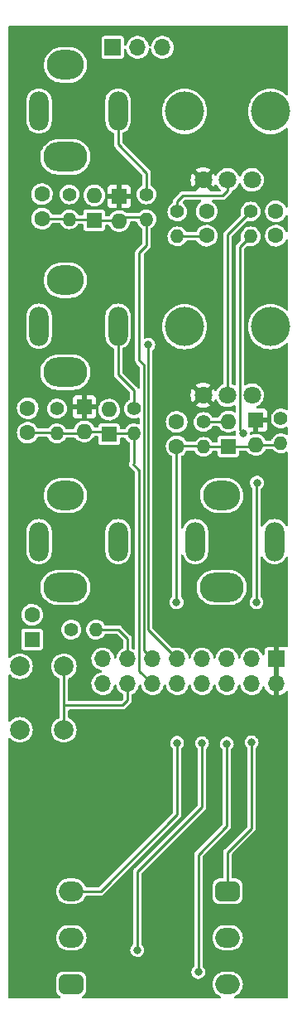
<source format=gtl>
%TF.GenerationSoftware,KiCad,Pcbnew,(6.0.1)*%
%TF.CreationDate,2022-10-15T08:58:13-04:00*%
%TF.ProjectId,SYNTH-VCO_CTL-03,53594e54-482d-4564-934f-5f43544c2d30,1*%
%TF.SameCoordinates,Original*%
%TF.FileFunction,Copper,L1,Top*%
%TF.FilePolarity,Positive*%
%FSLAX46Y46*%
G04 Gerber Fmt 4.6, Leading zero omitted, Abs format (unit mm)*
G04 Created by KiCad (PCBNEW (6.0.1)) date 2022-10-15 08:58:13*
%MOMM*%
%LPD*%
G01*
G04 APERTURE LIST*
G04 Aperture macros list*
%AMRoundRect*
0 Rectangle with rounded corners*
0 $1 Rounding radius*
0 $2 $3 $4 $5 $6 $7 $8 $9 X,Y pos of 4 corners*
0 Add a 4 corners polygon primitive as box body*
4,1,4,$2,$3,$4,$5,$6,$7,$8,$9,$2,$3,0*
0 Add four circle primitives for the rounded corners*
1,1,$1+$1,$2,$3*
1,1,$1+$1,$4,$5*
1,1,$1+$1,$6,$7*
1,1,$1+$1,$8,$9*
0 Add four rect primitives between the rounded corners*
20,1,$1+$1,$2,$3,$4,$5,0*
20,1,$1+$1,$4,$5,$6,$7,0*
20,1,$1+$1,$6,$7,$8,$9,0*
20,1,$1+$1,$8,$9,$2,$3,0*%
G04 Aperture macros list end*
%TA.AperFunction,ComponentPad*%
%ADD10RoundRect,0.500000X0.750000X0.500000X-0.750000X0.500000X-0.750000X-0.500000X0.750000X-0.500000X0*%
%TD*%
%TA.AperFunction,ComponentPad*%
%ADD11O,2.500000X2.000000*%
%TD*%
%TA.AperFunction,ComponentPad*%
%ADD12RoundRect,0.500000X-0.750000X-0.500000X0.750000X-0.500000X0.750000X0.500000X-0.750000X0.500000X0*%
%TD*%
%TA.AperFunction,ComponentPad*%
%ADD13R,1.700000X1.700000*%
%TD*%
%TA.AperFunction,ComponentPad*%
%ADD14O,1.700000X1.700000*%
%TD*%
%TA.AperFunction,ComponentPad*%
%ADD15C,1.400000*%
%TD*%
%TA.AperFunction,ComponentPad*%
%ADD16O,1.400000X1.400000*%
%TD*%
%TA.AperFunction,ComponentPad*%
%ADD17R,1.600000X1.600000*%
%TD*%
%TA.AperFunction,ComponentPad*%
%ADD18O,1.600000X1.600000*%
%TD*%
%TA.AperFunction,ComponentPad*%
%ADD19C,1.600000*%
%TD*%
%TA.AperFunction,WasherPad*%
%ADD20C,4.000000*%
%TD*%
%TA.AperFunction,ComponentPad*%
%ADD21C,1.800000*%
%TD*%
%TA.AperFunction,ComponentPad*%
%ADD22C,2.000000*%
%TD*%
%TA.AperFunction,ComponentPad*%
%ADD23O,4.500000X3.000000*%
%TD*%
%TA.AperFunction,ComponentPad*%
%ADD24O,3.800000X3.000000*%
%TD*%
%TA.AperFunction,ComponentPad*%
%ADD25O,2.000000X4.000000*%
%TD*%
%TA.AperFunction,ViaPad*%
%ADD26C,0.800000*%
%TD*%
%TA.AperFunction,Conductor*%
%ADD27C,0.254000*%
%TD*%
%TA.AperFunction,Conductor*%
%ADD28C,0.250000*%
%TD*%
G04 APERTURE END LIST*
D10*
%TO.P,SW4,1,1*%
%TO.N,/OCT_DN_PB*%
X143154000Y-145850000D03*
D11*
%TO.P,SW4,2,2*%
%TO.N,GND*%
X143154000Y-150600000D03*
%TO.P,SW4,3,3*%
%TO.N,/OCT_UP_PB*%
X143154000Y-155350000D03*
%TD*%
D12*
%TO.P,SW2,1,1*%
%TO.N,/MODE_UP_PB*%
X127154000Y-155350000D03*
D11*
%TO.P,SW2,2,2*%
%TO.N,GND*%
X127154000Y-150600000D03*
%TO.P,SW2,3,3*%
%TO.N,/MODE_DN_PB*%
X127154000Y-145850000D03*
%TD*%
D13*
%TO.P,J6,1,Pin_1*%
%TO.N,GND*%
X131404000Y-59600000D03*
D14*
%TO.P,J6,2,Pin_2*%
X133944000Y-59600000D03*
%TO.P,J6,3,Pin_3*%
X136484000Y-59600000D03*
%TD*%
D15*
%TO.P,R7,1*%
%TO.N,/GATE*%
X148602000Y-97536000D03*
D16*
%TO.P,R7,2*%
%TO.N,/GATE_CTL*%
X148602000Y-100076000D03*
%TD*%
D17*
%TO.P,D5,1,K*%
%TO.N,+3V3*%
X132049000Y-74810001D03*
D18*
%TO.P,D5,2,A*%
%TO.N,/VPEROCT_CV*%
X132049000Y-77350001D03*
%TD*%
D17*
%TO.P,D8,1,K*%
%TO.N,+3V3*%
X128489000Y-96314315D03*
D18*
%TO.P,D8,2,A*%
%TO.N,/MOD_CV*%
X128489000Y-98854315D03*
%TD*%
D17*
%TO.P,D6,1,K*%
%TO.N,/VPEROCT_CV*%
X129509000Y-77275686D03*
D18*
%TO.P,D6,2,A*%
%TO.N,GND*%
X129509000Y-74735686D03*
%TD*%
D15*
%TO.P,R13,1*%
%TO.N,/CV*%
X133569000Y-96520000D03*
D16*
%TO.P,R13,2*%
%TO.N,/MOD_CV*%
X133569000Y-99060000D03*
%TD*%
D15*
%TO.P,R12,1*%
%TO.N,/MOD_FINE*%
X145509000Y-76380000D03*
D16*
%TO.P,R12,2*%
%TO.N,/MOD_POT*%
X145509000Y-78920000D03*
%TD*%
D19*
%TO.P,C4,1*%
%TO.N,/GATE_CTL*%
X137939000Y-100380000D03*
%TO.P,C4,2*%
%TO.N,GND*%
X137939000Y-97880000D03*
%TD*%
%TO.P,C5,1*%
%TO.N,/VPEROCT_CV*%
X124154000Y-77100000D03*
%TO.P,C5,2*%
%TO.N,GND*%
X124154000Y-74600000D03*
%TD*%
D17*
%TO.P,D4,1,K*%
%TO.N,/GATE_CTL*%
X143240000Y-100370000D03*
D18*
%TO.P,D4,2,A*%
%TO.N,GND*%
X143240000Y-97830000D03*
%TD*%
D15*
%TO.P,R8,1*%
%TO.N,GND*%
X140700000Y-97880000D03*
D16*
%TO.P,R8,2*%
%TO.N,/GATE_CTL*%
X140700000Y-100420000D03*
%TD*%
D15*
%TO.P,R9,1*%
%TO.N,/V_OCT*%
X134843000Y-74630000D03*
D16*
%TO.P,R9,2*%
%TO.N,/VPEROCT_CV*%
X134843000Y-77170000D03*
%TD*%
D19*
%TO.P,C7,1*%
%TO.N,/MOD_CV*%
X122699000Y-98990000D03*
%TO.P,C7,2*%
%TO.N,GND*%
X122699000Y-96490000D03*
%TD*%
D17*
%TO.P,D7,1,K*%
%TO.N,/MOD_CV*%
X131029000Y-99165686D03*
D18*
%TO.P,D7,2,A*%
%TO.N,GND*%
X131029000Y-96625686D03*
%TD*%
D15*
%TO.P,R1,1*%
%TO.N,Net-(C1-Pad1)*%
X127154000Y-119100000D03*
D16*
%TO.P,R1,2*%
%TO.N,/AUD_OUT*%
X129694000Y-119100000D03*
%TD*%
D17*
%TO.P,D3,1,K*%
%TO.N,+3V3*%
X146034000Y-97674315D03*
D18*
%TO.P,D3,2,A*%
%TO.N,/GATE_CTL*%
X146034000Y-100214315D03*
%TD*%
D13*
%TO.P,J5,1,Pin_1*%
%TO.N,+3V3*%
X148154000Y-122100000D03*
D14*
%TO.P,J5,2,Pin_2*%
X148154000Y-124640000D03*
%TO.P,J5,3,Pin_3*%
%TO.N,unconnected-(J5-Pad3)*%
X145614000Y-122100000D03*
%TO.P,J5,4,Pin_4*%
%TO.N,/OCT_DN_PB*%
X145614000Y-124640000D03*
%TO.P,J5,5,Pin_5*%
%TO.N,/MOD_POT*%
X143074000Y-122100000D03*
%TO.P,J5,6,Pin_6*%
%TO.N,/OCT_UP_PB*%
X143074000Y-124640000D03*
%TO.P,J5,7,Pin_7*%
%TO.N,/GATE_CTL*%
X140534000Y-122100000D03*
%TO.P,J5,8,Pin_8*%
%TO.N,/MODE_UP_PB*%
X140534000Y-124640000D03*
%TO.P,J5,9,Pin_9*%
%TO.N,/FREQ_POT*%
X137994000Y-122100000D03*
%TO.P,J5,10,Pin_10*%
%TO.N,/MODE_DN_PB*%
X137994000Y-124640000D03*
%TO.P,J5,11,Pin_11*%
%TO.N,/VPEROCT_CV*%
X135454000Y-122100000D03*
%TO.P,J5,12,Pin_12*%
%TO.N,/MOD_CV*%
X135454000Y-124640000D03*
%TO.P,J5,13,Pin_13*%
%TO.N,/AUD_OUT*%
X132914000Y-122100000D03*
%TO.P,J5,14,Pin_14*%
%TO.N,/TIMBRE_PB*%
X132914000Y-124640000D03*
%TO.P,J5,15,Pin_15*%
%TO.N,GND*%
X130374000Y-122100000D03*
%TO.P,J5,16,Pin_16*%
X130374000Y-124640000D03*
%TD*%
D15*
%TO.P,R11,1*%
%TO.N,/FREQ_FINE*%
X138009000Y-76380000D03*
D16*
%TO.P,R11,2*%
%TO.N,/FREQ_POT*%
X138009000Y-78920000D03*
%TD*%
D15*
%TO.P,R14,1*%
%TO.N,GND*%
X125694000Y-96520000D03*
D16*
%TO.P,R14,2*%
%TO.N,/MOD_CV*%
X125694000Y-99060000D03*
%TD*%
D19*
%TO.P,C8,1*%
%TO.N,/MOD_POT*%
X148094000Y-78850000D03*
%TO.P,C8,2*%
%TO.N,GND*%
X148094000Y-76350000D03*
%TD*%
D17*
%TO.P,C1,1*%
%TO.N,Net-(C1-Pad1)*%
X123154000Y-120100000D03*
D19*
%TO.P,C1,2*%
%TO.N,Net-(C1-Pad2)*%
X123154000Y-117600000D03*
%TD*%
D15*
%TO.P,R10,1*%
%TO.N,GND*%
X126969000Y-74630000D03*
D16*
%TO.P,R10,2*%
%TO.N,/VPEROCT_CV*%
X126969000Y-77170000D03*
%TD*%
D19*
%TO.P,C6,1*%
%TO.N,/FREQ_POT*%
X141009000Y-78850000D03*
%TO.P,C6,2*%
%TO.N,GND*%
X141009000Y-76350000D03*
%TD*%
D20*
%TO.P,RV2,*%
%TO.N,*%
X138754000Y-66150000D03*
X147554000Y-66150000D03*
D21*
%TO.P,RV2,1,1*%
%TO.N,+3V3*%
X140654000Y-73150000D03*
%TO.P,RV2,2,2*%
%TO.N,/FREQ_FINE*%
X143154000Y-73150000D03*
%TO.P,RV2,3,3*%
%TO.N,GND*%
X145654000Y-73150000D03*
%TD*%
D22*
%TO.P,SW1,1,1*%
%TO.N,GND*%
X121904000Y-122850000D03*
X121904000Y-129350000D03*
%TO.P,SW1,2,2*%
%TO.N,/TIMBRE_PB*%
X126404000Y-122850000D03*
X126404000Y-129350000D03*
%TD*%
D23*
%TO.P,J4,S*%
%TO.N,GND*%
X126554000Y-92800000D03*
D24*
X126554000Y-83400000D03*
D25*
%TO.P,J4,T*%
%TO.N,/CV*%
X131954000Y-88100000D03*
%TO.P,J4,TN*%
%TO.N,GND*%
X123854000Y-88100000D03*
%TD*%
D20*
%TO.P,RV1,*%
%TO.N,*%
X138754000Y-88150000D03*
X147554000Y-88150000D03*
D21*
%TO.P,RV1,1,1*%
%TO.N,+3V3*%
X140654000Y-95150000D03*
%TO.P,RV1,2,2*%
%TO.N,/MOD_FINE*%
X143154000Y-95150000D03*
%TO.P,RV1,3,3*%
%TO.N,GND*%
X145654000Y-95150000D03*
%TD*%
D24*
%TO.P,J1,S*%
%TO.N,GND*%
X142554000Y-105400000D03*
D23*
X142554000Y-114800000D03*
D25*
%TO.P,J1,T*%
%TO.N,/GATE*%
X147954000Y-110100000D03*
%TO.P,J1,TN*%
%TO.N,GND*%
X139854000Y-110100000D03*
%TD*%
D24*
%TO.P,J3,S*%
%TO.N,GND*%
X126554000Y-61400000D03*
D23*
X126554000Y-70800000D03*
D25*
%TO.P,J3,T*%
%TO.N,/V_OCT*%
X131954000Y-66100000D03*
%TO.P,J3,TN*%
%TO.N,GND*%
X123854000Y-66100000D03*
%TD*%
D24*
%TO.P,J2,S*%
%TO.N,GND*%
X126554000Y-105400000D03*
D23*
X126554000Y-114800000D03*
D25*
%TO.P,J2,T*%
%TO.N,Net-(C1-Pad2)*%
X131954000Y-110100000D03*
%TO.P,J2,TN*%
%TO.N,unconnected-(J2-PadTN)*%
X123854000Y-110100000D03*
%TD*%
D26*
%TO.N,/OCT_DN_PB*%
X145614000Y-130640000D03*
%TO.N,/OCT_UP_PB*%
X143074000Y-130770000D03*
%TO.N,/MODE_UP_PB*%
X140534000Y-130720000D03*
%TO.N,/MODE_DN_PB*%
X137994000Y-130690000D03*
%TO.N,/OCT_UP_PB*%
X140154000Y-154100000D03*
%TO.N,/MODE_UP_PB*%
X133904000Y-151850000D03*
%TO.N,/MOD_POT*%
X146114000Y-116310000D03*
%TO.N,/FREQ_POT*%
X135047031Y-89993031D03*
%TO.N,/GATE_CTL*%
X137939000Y-116315000D03*
%TO.N,/MOD_POT*%
X144722407Y-99031593D03*
X146154000Y-104100000D03*
%TD*%
D27*
%TO.N,/TIMBRE_PB*%
X132409000Y-126845000D02*
X132914000Y-126340000D01*
X126404000Y-126845000D02*
X132409000Y-126845000D01*
X132914000Y-126340000D02*
X132914000Y-124640000D01*
%TO.N,/OCT_DN_PB*%
X145614000Y-130640000D02*
X145614000Y-139390000D01*
%TO.N,/OCT_UP_PB*%
X143074000Y-130770000D02*
X143074000Y-139180000D01*
%TO.N,/MODE_UP_PB*%
X140534000Y-137220000D02*
X140534000Y-130720000D01*
%TO.N,/MODE_DN_PB*%
X137994000Y-130690000D02*
X137994000Y-138010000D01*
%TO.N,/MODE_UP_PB*%
X133904000Y-143850000D02*
X140534000Y-137220000D01*
X133904000Y-151850000D02*
X133904000Y-143850000D01*
%TO.N,/MODE_DN_PB*%
X130154000Y-145850000D02*
X127154000Y-145850000D01*
X137994000Y-138010000D02*
X130154000Y-145850000D01*
%TO.N,/OCT_UP_PB*%
X143074000Y-139180000D02*
X140154000Y-142100000D01*
X140154000Y-142100000D02*
X140154000Y-154100000D01*
%TO.N,/OCT_DN_PB*%
X145614000Y-139390000D02*
X143154000Y-141850000D01*
X143154000Y-141850000D02*
X143154000Y-145850000D01*
%TO.N,/MOD_POT*%
X146114000Y-116310000D02*
X146114000Y-104140000D01*
D28*
%TO.N,/FREQ_POT*%
X135047031Y-119127049D02*
X135047031Y-89993031D01*
%TO.N,GND*%
X140700000Y-97880000D02*
X143190000Y-97880000D01*
%TO.N,/GATE_CTL*%
X143240000Y-100370000D02*
X145878315Y-100370000D01*
X137939000Y-100380000D02*
X137939000Y-116315000D01*
X140700000Y-100420000D02*
X143190000Y-100420000D01*
X146034000Y-100214315D02*
X148463685Y-100214315D01*
X138160000Y-100350000D02*
X140630000Y-100350000D01*
D27*
%TO.N,/FREQ_POT*%
X138009000Y-78920000D02*
X140939000Y-78920000D01*
D28*
X137994000Y-122100000D02*
X135034040Y-119140040D01*
X135034040Y-119140040D02*
X135047031Y-119127049D01*
D27*
%TO.N,/VPEROCT_CV*%
X134843000Y-79861000D02*
X134129000Y-80575000D01*
X134595511Y-92041511D02*
X134129000Y-91575000D01*
X134582520Y-117425000D02*
X134595511Y-117412009D01*
X134843000Y-77170000D02*
X134843000Y-79861000D01*
D28*
X129509000Y-77275686D02*
X131737628Y-77275686D01*
X132049000Y-76964314D02*
X134637314Y-76964314D01*
D27*
X134582520Y-121228520D02*
X134582520Y-117425000D01*
X135454000Y-122100000D02*
X134582520Y-121228520D01*
X134595511Y-117412009D02*
X134595511Y-92041511D01*
X134129000Y-91575000D02*
X134129000Y-80575000D01*
D28*
X126969000Y-77170000D02*
X129403314Y-77170000D01*
X124154000Y-77100000D02*
X126899000Y-77100000D01*
D27*
%TO.N,/MOD_POT*%
X144722407Y-99031593D02*
X144427489Y-98736676D01*
X144427489Y-98736676D02*
X144427489Y-80001511D01*
X144427489Y-80001511D02*
X145509000Y-78920000D01*
X146114000Y-104140000D02*
X146154000Y-104100000D01*
%TO.N,/MOD_CV*%
X133494000Y-102185000D02*
X133569000Y-102110000D01*
D28*
X125694000Y-99060000D02*
X128283315Y-99060000D01*
D27*
X134129000Y-123315000D02*
X134129000Y-102820000D01*
X134129000Y-102820000D02*
X133494000Y-102185000D01*
X135454000Y-124640000D02*
X134129000Y-123315000D01*
D28*
X123154000Y-98990000D02*
X125624000Y-98990000D01*
X128489000Y-98854315D02*
X130717629Y-98854315D01*
X133569000Y-99060000D02*
X131134686Y-99060000D01*
D27*
X133569000Y-102110000D02*
X133569000Y-99060000D01*
%TO.N,/AUD_OUT*%
X131994000Y-119100000D02*
X132914000Y-120020000D01*
X129694000Y-119100000D02*
X131994000Y-119100000D01*
X132914000Y-122100000D02*
X132914000Y-120020000D01*
%TO.N,/TIMBRE_PB*%
X126404000Y-126845000D02*
X126404000Y-129350000D01*
X126404000Y-122850000D02*
X126404000Y-126845000D01*
%TO.N,/CV*%
X133569000Y-94640000D02*
X133569000Y-96520000D01*
X131954000Y-88100000D02*
X131954000Y-93025000D01*
X131954000Y-93025000D02*
X133569000Y-94640000D01*
%TO.N,/V_OCT*%
X131954000Y-69530000D02*
X134843000Y-72419000D01*
X134843000Y-72419000D02*
X134843000Y-74630000D01*
X131954000Y-66100000D02*
X131954000Y-69530000D01*
D28*
%TO.N,/MOD_FINE*%
X143154000Y-95150000D02*
X143154000Y-78735000D01*
X143154000Y-78735000D02*
X145509000Y-76380000D01*
%TO.N,/FREQ_FINE*%
X138009000Y-76380000D02*
X138009000Y-75313000D01*
X138009000Y-75313000D02*
X138569000Y-74753000D01*
X143154000Y-74232000D02*
X143154000Y-73150000D01*
X142633000Y-74753000D02*
X143154000Y-74232000D01*
X138569000Y-74753000D02*
X142633000Y-74753000D01*
%TD*%
%TA.AperFunction,Conductor*%
%TO.N,+3V3*%
G36*
X149291321Y-57424802D02*
G01*
X149337814Y-57478458D01*
X149349200Y-57530800D01*
X149349200Y-64380049D01*
X149329198Y-64448170D01*
X149275542Y-64494663D01*
X149205268Y-64504767D01*
X149140123Y-64474781D01*
X149032102Y-64380049D01*
X148960389Y-64317159D01*
X148709123Y-64149268D01*
X148705424Y-64147444D01*
X148705419Y-64147441D01*
X148566309Y-64078840D01*
X148438093Y-64015611D01*
X148299061Y-63968416D01*
X148155849Y-63919802D01*
X148155845Y-63919801D01*
X148151936Y-63918474D01*
X148147892Y-63917670D01*
X148147886Y-63917668D01*
X147859587Y-63860321D01*
X147859581Y-63860320D01*
X147855548Y-63859518D01*
X147851443Y-63859249D01*
X147851436Y-63859248D01*
X147558120Y-63840024D01*
X147554000Y-63839754D01*
X147549880Y-63840024D01*
X147256564Y-63859248D01*
X147256557Y-63859249D01*
X147252452Y-63859518D01*
X147248419Y-63860320D01*
X147248413Y-63860321D01*
X146960114Y-63917668D01*
X146960108Y-63917670D01*
X146956064Y-63918474D01*
X146952155Y-63919801D01*
X146952151Y-63919802D01*
X146808939Y-63968416D01*
X146669907Y-64015611D01*
X146541691Y-64078840D01*
X146402581Y-64147441D01*
X146402576Y-64147444D01*
X146398877Y-64149268D01*
X146147611Y-64317159D01*
X145920409Y-64516409D01*
X145721159Y-64743611D01*
X145553268Y-64994877D01*
X145551444Y-64998576D01*
X145551441Y-64998581D01*
X145482840Y-65137691D01*
X145419611Y-65265907D01*
X145322474Y-65552064D01*
X145263518Y-65848452D01*
X145243754Y-66150000D01*
X145263518Y-66451548D01*
X145322474Y-66747936D01*
X145419611Y-67034093D01*
X145553268Y-67305123D01*
X145721159Y-67556389D01*
X145920409Y-67783591D01*
X145923506Y-67786307D01*
X145944853Y-67805028D01*
X146147611Y-67982841D01*
X146398877Y-68150732D01*
X146402576Y-68152556D01*
X146402581Y-68152559D01*
X146541691Y-68221160D01*
X146669907Y-68284389D01*
X146673812Y-68285714D01*
X146673813Y-68285715D01*
X146952151Y-68380198D01*
X146952155Y-68380199D01*
X146956064Y-68381526D01*
X146960108Y-68382330D01*
X146960114Y-68382332D01*
X147248413Y-68439679D01*
X147248419Y-68439680D01*
X147252452Y-68440482D01*
X147256557Y-68440751D01*
X147256564Y-68440752D01*
X147549880Y-68459976D01*
X147554000Y-68460246D01*
X147558120Y-68459976D01*
X147851436Y-68440752D01*
X147851443Y-68440751D01*
X147855548Y-68440482D01*
X147859581Y-68439680D01*
X147859587Y-68439679D01*
X148147886Y-68382332D01*
X148147892Y-68382330D01*
X148151936Y-68381526D01*
X148155845Y-68380199D01*
X148155849Y-68380198D01*
X148434187Y-68285715D01*
X148434188Y-68285714D01*
X148438093Y-68284389D01*
X148566309Y-68221160D01*
X148705419Y-68152559D01*
X148705424Y-68152556D01*
X148709123Y-68150732D01*
X148960389Y-67982841D01*
X149140123Y-67825219D01*
X149204527Y-67795342D01*
X149274860Y-67805028D01*
X149328791Y-67851201D01*
X149349200Y-67919951D01*
X149349200Y-75855685D01*
X149329198Y-75923806D01*
X149275542Y-75970299D01*
X149205268Y-75980403D01*
X149140688Y-75950909D01*
X149110194Y-75911414D01*
X149043014Y-75775187D01*
X149040460Y-75770008D01*
X148964439Y-75668204D01*
X148922370Y-75611866D01*
X148922369Y-75611865D01*
X148918917Y-75607242D01*
X148912762Y-75601552D01*
X148773986Y-75473269D01*
X148773983Y-75473267D01*
X148769746Y-75469350D01*
X148686516Y-75416836D01*
X148602829Y-75364033D01*
X148602824Y-75364031D01*
X148597945Y-75360952D01*
X148448845Y-75301467D01*
X148414636Y-75287819D01*
X148409267Y-75285677D01*
X148210030Y-75246046D01*
X148204255Y-75245970D01*
X148204251Y-75245970D01*
X148102762Y-75244642D01*
X148006908Y-75243387D01*
X148001211Y-75244366D01*
X148001210Y-75244366D01*
X147927930Y-75256958D01*
X147806702Y-75277789D01*
X147616118Y-75348099D01*
X147611157Y-75351051D01*
X147611156Y-75351051D01*
X147455945Y-75443392D01*
X147441538Y-75451963D01*
X147288809Y-75585902D01*
X147163046Y-75745432D01*
X147160357Y-75750543D01*
X147160355Y-75750546D01*
X147125981Y-75815881D01*
X147068461Y-75925208D01*
X147008222Y-76119211D01*
X146984345Y-76320943D01*
X146997631Y-76523648D01*
X146999052Y-76529244D01*
X146999053Y-76529249D01*
X147034724Y-76669700D01*
X147047635Y-76720537D01*
X147050052Y-76725780D01*
X147113631Y-76863694D01*
X147132681Y-76905017D01*
X147249923Y-77070910D01*
X147254057Y-77074937D01*
X147384191Y-77201708D01*
X147395432Y-77212659D01*
X147400228Y-77215864D01*
X147400231Y-77215866D01*
X147478077Y-77267881D01*
X147564337Y-77325518D01*
X147569640Y-77327796D01*
X147569643Y-77327798D01*
X147736889Y-77399652D01*
X147750980Y-77405706D01*
X147823381Y-77422088D01*
X147943474Y-77449263D01*
X147943479Y-77449264D01*
X147949111Y-77450538D01*
X147954882Y-77450765D01*
X147954884Y-77450765D01*
X148013801Y-77453080D01*
X148152095Y-77458514D01*
X148270121Y-77441401D01*
X148347411Y-77430195D01*
X148347415Y-77430194D01*
X148353133Y-77429365D01*
X148358605Y-77427507D01*
X148358607Y-77427507D01*
X148540028Y-77365922D01*
X148540030Y-77365921D01*
X148545492Y-77364067D01*
X148669714Y-77294500D01*
X148717694Y-77267630D01*
X148717695Y-77267629D01*
X148722731Y-77264809D01*
X148878913Y-77134913D01*
X149008809Y-76978731D01*
X149040730Y-76921732D01*
X149105247Y-76806528D01*
X149105248Y-76806525D01*
X149108067Y-76801492D01*
X149108817Y-76799284D01*
X149154073Y-76746039D01*
X149222000Y-76725389D01*
X149290308Y-76744741D01*
X149337310Y-76797952D01*
X149349200Y-76851383D01*
X149349200Y-78355685D01*
X149329198Y-78423806D01*
X149275542Y-78470299D01*
X149205268Y-78480403D01*
X149140688Y-78450909D01*
X149110194Y-78411414D01*
X149043014Y-78275187D01*
X149040460Y-78270008D01*
X148942093Y-78138279D01*
X148922370Y-78111866D01*
X148922369Y-78111865D01*
X148918917Y-78107242D01*
X148897399Y-78087351D01*
X148773986Y-77973269D01*
X148773983Y-77973267D01*
X148769746Y-77969350D01*
X148706537Y-77929468D01*
X148602829Y-77864033D01*
X148602824Y-77864031D01*
X148597945Y-77860952D01*
X148409267Y-77785677D01*
X148210030Y-77746046D01*
X148204255Y-77745970D01*
X148204251Y-77745970D01*
X148102762Y-77744642D01*
X148006908Y-77743387D01*
X148001211Y-77744366D01*
X148001210Y-77744366D01*
X147955090Y-77752291D01*
X147806702Y-77777789D01*
X147616118Y-77848099D01*
X147611157Y-77851051D01*
X147611156Y-77851051D01*
X147511366Y-77910420D01*
X147441538Y-77951963D01*
X147288809Y-78085902D01*
X147163046Y-78245432D01*
X147160357Y-78250543D01*
X147160355Y-78250546D01*
X147117684Y-78331650D01*
X147068461Y-78425208D01*
X147033475Y-78537883D01*
X147014563Y-78598791D01*
X147008222Y-78619211D01*
X146984345Y-78820943D01*
X146997631Y-79023648D01*
X146999052Y-79029244D01*
X146999053Y-79029249D01*
X147020732Y-79114607D01*
X147047635Y-79220537D01*
X147050052Y-79225780D01*
X147108378Y-79352300D01*
X147132681Y-79405017D01*
X147249923Y-79570910D01*
X147254057Y-79574937D01*
X147384736Y-79702239D01*
X147395432Y-79712659D01*
X147400228Y-79715864D01*
X147400231Y-79715866D01*
X147485604Y-79772910D01*
X147564337Y-79825518D01*
X147569640Y-79827796D01*
X147569643Y-79827798D01*
X147668093Y-79870095D01*
X147750980Y-79905706D01*
X147820829Y-79921511D01*
X147943474Y-79949263D01*
X147943479Y-79949264D01*
X147949111Y-79950538D01*
X147954882Y-79950765D01*
X147954884Y-79950765D01*
X148013801Y-79953080D01*
X148152095Y-79958514D01*
X148283571Y-79939451D01*
X148347411Y-79930195D01*
X148347415Y-79930194D01*
X148353133Y-79929365D01*
X148358605Y-79927507D01*
X148358607Y-79927507D01*
X148540028Y-79865922D01*
X148540030Y-79865921D01*
X148545492Y-79864067D01*
X148708266Y-79772910D01*
X148717694Y-79767630D01*
X148717695Y-79767629D01*
X148722731Y-79764809D01*
X148878913Y-79634913D01*
X149008809Y-79478731D01*
X149043905Y-79416063D01*
X149105247Y-79306528D01*
X149105248Y-79306525D01*
X149108067Y-79301492D01*
X149108817Y-79299284D01*
X149154073Y-79246039D01*
X149222000Y-79225389D01*
X149290308Y-79244741D01*
X149337310Y-79297952D01*
X149349200Y-79351383D01*
X149349200Y-86380049D01*
X149329198Y-86448170D01*
X149275542Y-86494663D01*
X149205268Y-86504767D01*
X149140123Y-86474781D01*
X149032102Y-86380049D01*
X148960389Y-86317159D01*
X148709123Y-86149268D01*
X148705424Y-86147444D01*
X148705419Y-86147441D01*
X148566309Y-86078840D01*
X148438093Y-86015611D01*
X148299061Y-85968416D01*
X148155849Y-85919802D01*
X148155845Y-85919801D01*
X148151936Y-85918474D01*
X148147892Y-85917670D01*
X148147886Y-85917668D01*
X147859587Y-85860321D01*
X147859581Y-85860320D01*
X147855548Y-85859518D01*
X147851443Y-85859249D01*
X147851436Y-85859248D01*
X147558120Y-85840024D01*
X147554000Y-85839754D01*
X147549880Y-85840024D01*
X147256564Y-85859248D01*
X147256557Y-85859249D01*
X147252452Y-85859518D01*
X147248419Y-85860320D01*
X147248413Y-85860321D01*
X146960114Y-85917668D01*
X146960108Y-85917670D01*
X146956064Y-85918474D01*
X146952155Y-85919801D01*
X146952151Y-85919802D01*
X146808939Y-85968416D01*
X146669907Y-86015611D01*
X146541691Y-86078840D01*
X146402581Y-86147441D01*
X146402576Y-86147444D01*
X146398877Y-86149268D01*
X146147611Y-86317159D01*
X145920409Y-86516409D01*
X145721159Y-86743611D01*
X145553268Y-86994877D01*
X145551444Y-86998576D01*
X145551441Y-86998581D01*
X145482840Y-87137691D01*
X145419611Y-87265907D01*
X145322474Y-87552064D01*
X145263518Y-87848452D01*
X145243754Y-88150000D01*
X145263518Y-88451548D01*
X145322474Y-88747936D01*
X145419611Y-89034093D01*
X145481561Y-89159715D01*
X145545333Y-89289032D01*
X145553268Y-89305123D01*
X145721159Y-89556389D01*
X145920409Y-89783591D01*
X145923506Y-89786307D01*
X145944853Y-89805028D01*
X146147611Y-89982841D01*
X146398877Y-90150732D01*
X146402576Y-90152556D01*
X146402581Y-90152559D01*
X146466277Y-90183970D01*
X146669907Y-90284389D01*
X146673812Y-90285714D01*
X146673813Y-90285715D01*
X146952151Y-90380198D01*
X146952155Y-90380199D01*
X146956064Y-90381526D01*
X146960108Y-90382330D01*
X146960114Y-90382332D01*
X147248413Y-90439679D01*
X147248419Y-90439680D01*
X147252452Y-90440482D01*
X147256557Y-90440751D01*
X147256564Y-90440752D01*
X147549880Y-90459976D01*
X147554000Y-90460246D01*
X147558120Y-90459976D01*
X147851436Y-90440752D01*
X147851443Y-90440751D01*
X147855548Y-90440482D01*
X147859581Y-90439680D01*
X147859587Y-90439679D01*
X148147886Y-90382332D01*
X148147892Y-90382330D01*
X148151936Y-90381526D01*
X148155845Y-90380199D01*
X148155849Y-90380198D01*
X148434187Y-90285715D01*
X148434188Y-90285714D01*
X148438093Y-90284389D01*
X148641723Y-90183970D01*
X148705419Y-90152559D01*
X148705424Y-90152556D01*
X148709123Y-90150732D01*
X148960389Y-89982841D01*
X149140123Y-89825219D01*
X149204527Y-89795342D01*
X149274860Y-89805028D01*
X149328791Y-89851201D01*
X149349200Y-89919951D01*
X149349200Y-96585751D01*
X149329198Y-96653872D01*
X149275542Y-96700365D01*
X149205268Y-96710469D01*
X149163275Y-96696588D01*
X148993454Y-96604767D01*
X148987574Y-96602947D01*
X148987572Y-96602946D01*
X148881096Y-96569986D01*
X148805122Y-96546468D01*
X148799004Y-96545825D01*
X148798999Y-96545824D01*
X148615181Y-96526505D01*
X148615179Y-96526505D01*
X148609052Y-96525861D01*
X148526586Y-96533366D01*
X148418853Y-96543170D01*
X148418850Y-96543171D01*
X148412714Y-96543729D01*
X148406808Y-96545467D01*
X148406804Y-96545468D01*
X148283145Y-96581863D01*
X148223586Y-96599392D01*
X148048871Y-96690731D01*
X148044071Y-96694591D01*
X148044070Y-96694591D01*
X148039163Y-96698536D01*
X147895225Y-96814265D01*
X147768500Y-96965291D01*
X147765536Y-96970683D01*
X147765533Y-96970687D01*
X147709812Y-97072045D01*
X147673523Y-97138054D01*
X147671662Y-97143921D01*
X147671661Y-97143923D01*
X147617492Y-97314687D01*
X147613911Y-97325975D01*
X147591934Y-97521896D01*
X147593985Y-97546315D01*
X147607385Y-97705881D01*
X147608432Y-97718354D01*
X147610131Y-97724279D01*
X147656495Y-97885970D01*
X147662773Y-97907866D01*
X147673282Y-97928315D01*
X147750072Y-98077732D01*
X147750075Y-98077737D01*
X147752890Y-98083214D01*
X147875349Y-98237719D01*
X147880042Y-98241713D01*
X147880043Y-98241714D01*
X148020079Y-98360893D01*
X148025486Y-98365495D01*
X148197582Y-98461677D01*
X148385082Y-98522599D01*
X148580845Y-98545942D01*
X148586980Y-98545470D01*
X148586982Y-98545470D01*
X148771272Y-98531290D01*
X148771277Y-98531289D01*
X148777413Y-98530817D01*
X148783343Y-98529161D01*
X148783345Y-98529161D01*
X148925649Y-98489429D01*
X148967300Y-98477800D01*
X148998003Y-98462291D01*
X149137772Y-98391689D01*
X149137774Y-98391688D01*
X149143273Y-98388910D01*
X149148128Y-98385117D01*
X149153334Y-98381813D01*
X149154449Y-98383569D01*
X149211633Y-98360893D01*
X149281302Y-98374557D01*
X149332525Y-98423718D01*
X149349200Y-98486361D01*
X149349200Y-99125751D01*
X149329198Y-99193872D01*
X149275542Y-99240365D01*
X149205268Y-99250469D01*
X149163275Y-99236588D01*
X148993454Y-99144767D01*
X148987574Y-99142947D01*
X148987572Y-99142946D01*
X148882307Y-99110361D01*
X148805122Y-99086468D01*
X148799004Y-99085825D01*
X148798999Y-99085824D01*
X148615181Y-99066505D01*
X148615179Y-99066505D01*
X148609052Y-99065861D01*
X148526586Y-99073366D01*
X148418853Y-99083170D01*
X148418850Y-99083171D01*
X148412714Y-99083729D01*
X148406808Y-99085467D01*
X148406804Y-99085468D01*
X148318396Y-99111488D01*
X148223586Y-99139392D01*
X148048871Y-99230731D01*
X148044071Y-99234591D01*
X148044070Y-99234591D01*
X148039163Y-99238536D01*
X147895225Y-99354265D01*
X147768500Y-99505291D01*
X147765536Y-99510683D01*
X147765533Y-99510687D01*
X147694868Y-99639228D01*
X147673523Y-99678054D01*
X147671662Y-99683921D01*
X147671661Y-99683923D01*
X147667794Y-99696114D01*
X147628130Y-99754998D01*
X147562928Y-99783090D01*
X147547692Y-99784015D01*
X147132632Y-99784015D01*
X147064511Y-99764013D01*
X147019626Y-99713744D01*
X147019233Y-99712947D01*
X146980460Y-99634323D01*
X146966705Y-99615902D01*
X146862370Y-99476181D01*
X146862369Y-99476180D01*
X146858917Y-99471557D01*
X146826393Y-99441492D01*
X146713986Y-99337584D01*
X146713983Y-99337582D01*
X146709746Y-99333665D01*
X146663207Y-99304301D01*
X146542829Y-99228348D01*
X146542824Y-99228346D01*
X146537945Y-99225267D01*
X146349267Y-99149992D01*
X146150030Y-99110361D01*
X146144255Y-99110285D01*
X146144251Y-99110285D01*
X146042762Y-99108957D01*
X145946908Y-99107702D01*
X145941211Y-99108681D01*
X145941210Y-99108681D01*
X145752399Y-99141125D01*
X145746702Y-99142104D01*
X145599073Y-99196567D01*
X145528241Y-99201379D01*
X145466050Y-99167132D01*
X145432248Y-99104699D01*
X145430720Y-99060601D01*
X145432150Y-99050553D01*
X145432731Y-99046472D01*
X145432887Y-99031593D01*
X145428634Y-98996452D01*
X145440306Y-98926424D01*
X145487987Y-98873821D01*
X145553721Y-98855315D01*
X145761885Y-98855315D01*
X145777124Y-98850840D01*
X145778329Y-98849450D01*
X145780000Y-98841767D01*
X145780000Y-98837200D01*
X146288000Y-98837200D01*
X146292475Y-98852439D01*
X146293865Y-98853644D01*
X146301548Y-98855315D01*
X146865504Y-98855315D01*
X146874664Y-98854645D01*
X146935313Y-98845717D01*
X146953787Y-98839976D01*
X147049507Y-98792980D01*
X147066212Y-98781020D01*
X147141109Y-98705993D01*
X147153041Y-98689265D01*
X147199873Y-98593455D01*
X147205581Y-98574987D01*
X147214340Y-98514951D01*
X147215000Y-98505852D01*
X147215000Y-97946430D01*
X147210525Y-97931191D01*
X147209135Y-97929986D01*
X147201452Y-97928315D01*
X146306115Y-97928315D01*
X146290876Y-97932790D01*
X146289671Y-97934180D01*
X146288000Y-97941863D01*
X146288000Y-98837200D01*
X145780000Y-98837200D01*
X145780000Y-97546315D01*
X145800002Y-97478194D01*
X145853658Y-97431701D01*
X145906000Y-97420315D01*
X147196885Y-97420315D01*
X147212124Y-97415840D01*
X147213329Y-97414450D01*
X147215000Y-97406767D01*
X147215000Y-96842811D01*
X147214330Y-96833651D01*
X147205402Y-96773002D01*
X147199661Y-96754528D01*
X147152665Y-96658808D01*
X147140705Y-96642103D01*
X147065678Y-96567206D01*
X147048950Y-96555274D01*
X146953140Y-96508442D01*
X146934672Y-96502734D01*
X146874636Y-96493975D01*
X146865537Y-96493315D01*
X146204387Y-96493315D01*
X146136266Y-96473313D01*
X146089773Y-96419657D01*
X146079669Y-96349383D01*
X146109163Y-96284803D01*
X146146907Y-96256826D01*
X146146340Y-96255814D01*
X146334567Y-96150402D01*
X146334571Y-96150399D01*
X146339614Y-96147575D01*
X146509927Y-96005927D01*
X146651575Y-95835614D01*
X146654399Y-95830571D01*
X146654402Y-95830567D01*
X146756990Y-95647383D01*
X146756991Y-95647381D01*
X146759814Y-95642340D01*
X146761670Y-95636873D01*
X146761672Y-95636868D01*
X146829163Y-95438046D01*
X146829164Y-95438041D01*
X146831019Y-95432577D01*
X146831847Y-95426868D01*
X146831848Y-95426863D01*
X146852759Y-95282637D01*
X146862805Y-95213351D01*
X146864464Y-95150000D01*
X146844195Y-94929410D01*
X146841934Y-94921392D01*
X146785633Y-94721767D01*
X146785632Y-94721765D01*
X146784065Y-94716208D01*
X146775348Y-94698530D01*
X146688645Y-94522715D01*
X146686090Y-94517534D01*
X146640392Y-94456336D01*
X146557003Y-94344665D01*
X146557002Y-94344664D01*
X146553550Y-94340041D01*
X146390884Y-94189674D01*
X146303817Y-94134739D01*
X146208423Y-94074550D01*
X146208418Y-94074548D01*
X146203539Y-94071469D01*
X145997790Y-93989383D01*
X145992130Y-93988257D01*
X145992126Y-93988256D01*
X145786196Y-93947294D01*
X145786191Y-93947294D01*
X145780528Y-93946167D01*
X145774753Y-93946091D01*
X145774749Y-93946091D01*
X145665551Y-93944662D01*
X145559028Y-93943267D01*
X145340709Y-93980782D01*
X145132882Y-94057453D01*
X145127924Y-94060403D01*
X145127915Y-94060407D01*
X145050211Y-94106636D01*
X144981441Y-94124276D01*
X144914051Y-94101935D01*
X144869437Y-94046707D01*
X144859789Y-93998351D01*
X144859789Y-80232766D01*
X144879791Y-80164645D01*
X144896694Y-80143671D01*
X145117993Y-79922372D01*
X145180305Y-79888346D01*
X145246025Y-79891634D01*
X145292082Y-79906599D01*
X145487845Y-79929942D01*
X145493980Y-79929470D01*
X145493982Y-79929470D01*
X145678272Y-79915290D01*
X145678277Y-79915289D01*
X145684413Y-79914817D01*
X145690343Y-79913161D01*
X145690345Y-79913161D01*
X145779357Y-79888308D01*
X145874300Y-79861800D01*
X145902449Y-79847581D01*
X146044772Y-79775689D01*
X146044774Y-79775688D01*
X146050273Y-79772910D01*
X146205629Y-79651532D01*
X146334450Y-79502291D01*
X146389710Y-79405017D01*
X146428785Y-79336234D01*
X146428787Y-79336229D01*
X146431831Y-79330871D01*
X146494061Y-79143800D01*
X146518770Y-78948205D01*
X146519164Y-78920000D01*
X146499926Y-78723791D01*
X146442943Y-78535056D01*
X146439150Y-78527923D01*
X146353283Y-78366430D01*
X146353278Y-78366422D01*
X146350387Y-78360984D01*
X146274250Y-78267631D01*
X146229672Y-78212972D01*
X146229670Y-78212970D01*
X146225783Y-78208204D01*
X146073877Y-78082536D01*
X146068460Y-78079607D01*
X146068457Y-78079605D01*
X145905872Y-77991696D01*
X145905868Y-77991694D01*
X145900454Y-77988767D01*
X145894574Y-77986947D01*
X145894572Y-77986946D01*
X145803104Y-77958632D01*
X145712122Y-77930468D01*
X145706004Y-77929825D01*
X145705999Y-77929824D01*
X145522181Y-77910505D01*
X145522179Y-77910505D01*
X145516052Y-77909861D01*
X145433586Y-77917366D01*
X145325853Y-77927170D01*
X145325850Y-77927171D01*
X145319714Y-77927729D01*
X145313808Y-77929467D01*
X145313804Y-77929468D01*
X145188769Y-77966268D01*
X145130586Y-77983392D01*
X144955871Y-78074731D01*
X144951071Y-78078591D01*
X144951070Y-78078591D01*
X144940175Y-78087351D01*
X144802225Y-78198265D01*
X144675500Y-78349291D01*
X144672536Y-78354683D01*
X144672533Y-78354687D01*
X144615454Y-78458515D01*
X144580523Y-78522054D01*
X144578662Y-78527921D01*
X144578661Y-78527923D01*
X144538251Y-78655313D01*
X144520911Y-78709975D01*
X144498934Y-78905896D01*
X144515432Y-79102354D01*
X144518946Y-79114607D01*
X144539510Y-79186324D01*
X144539059Y-79257319D01*
X144507486Y-79310149D01*
X144145237Y-79672398D01*
X144134148Y-79682253D01*
X144108796Y-79702239D01*
X144078896Y-79745502D01*
X144076841Y-79748475D01*
X144074540Y-79751695D01*
X144067580Y-79761118D01*
X144041122Y-79796940D01*
X144038826Y-79803477D01*
X144034887Y-79809177D01*
X144019123Y-79859022D01*
X144017929Y-79862798D01*
X144016678Y-79866547D01*
X143998050Y-79919591D01*
X143997778Y-79926512D01*
X143995688Y-79933121D01*
X143995189Y-79939462D01*
X143995189Y-79989924D01*
X143995092Y-79994870D01*
X143992946Y-80049485D01*
X143994770Y-80056365D01*
X143995189Y-80063977D01*
X143995189Y-94027002D01*
X143975187Y-94095123D01*
X143921531Y-94141616D01*
X143851257Y-94151720D01*
X143801954Y-94133564D01*
X143798425Y-94131337D01*
X143703539Y-94071469D01*
X143698179Y-94069331D01*
X143698172Y-94069327D01*
X143663608Y-94055537D01*
X143607750Y-94011716D01*
X143584300Y-93938508D01*
X143584300Y-78965426D01*
X143604302Y-78897305D01*
X143621205Y-78876331D01*
X145115858Y-77381678D01*
X145178170Y-77347652D01*
X145243889Y-77350940D01*
X145292082Y-77366599D01*
X145487845Y-77389942D01*
X145493980Y-77389470D01*
X145493982Y-77389470D01*
X145678272Y-77375290D01*
X145678277Y-77375289D01*
X145684413Y-77374817D01*
X145690343Y-77373161D01*
X145690345Y-77373161D01*
X145852817Y-77327798D01*
X145874300Y-77321800D01*
X145902449Y-77307581D01*
X146044772Y-77235689D01*
X146044774Y-77235688D01*
X146050273Y-77232910D01*
X146205629Y-77111532D01*
X146319230Y-76979924D01*
X146330421Y-76966959D01*
X146330422Y-76966957D01*
X146334450Y-76962291D01*
X146387327Y-76869211D01*
X146428785Y-76796234D01*
X146428787Y-76796229D01*
X146431831Y-76790871D01*
X146494061Y-76603800D01*
X146518770Y-76408205D01*
X146519164Y-76380000D01*
X146499926Y-76183791D01*
X146442943Y-75995056D01*
X146431155Y-75972886D01*
X146353283Y-75826430D01*
X146353281Y-75826428D01*
X146350387Y-75820984D01*
X146275482Y-75729141D01*
X146229672Y-75672972D01*
X146229670Y-75672970D01*
X146225783Y-75668204D01*
X146073877Y-75542536D01*
X146068460Y-75539607D01*
X146068457Y-75539605D01*
X145905872Y-75451696D01*
X145905868Y-75451694D01*
X145900454Y-75448767D01*
X145894574Y-75446947D01*
X145894572Y-75446946D01*
X145799722Y-75417585D01*
X145712122Y-75390468D01*
X145706004Y-75389825D01*
X145705999Y-75389824D01*
X145522181Y-75370505D01*
X145522179Y-75370505D01*
X145516052Y-75369861D01*
X145433586Y-75377366D01*
X145325853Y-75387170D01*
X145325850Y-75387171D01*
X145319714Y-75387729D01*
X145313808Y-75389467D01*
X145313804Y-75389468D01*
X145220816Y-75416836D01*
X145130586Y-75443392D01*
X144955871Y-75534731D01*
X144951071Y-75538591D01*
X144951070Y-75538591D01*
X144941049Y-75546648D01*
X144802225Y-75658265D01*
X144675500Y-75809291D01*
X144672536Y-75814683D01*
X144672533Y-75814687D01*
X144608741Y-75930726D01*
X144580523Y-75982054D01*
X144578662Y-75987921D01*
X144578661Y-75987923D01*
X144538657Y-76114033D01*
X144520911Y-76169975D01*
X144508927Y-76276811D01*
X144499729Y-76358813D01*
X144498934Y-76365896D01*
X144502944Y-76413646D01*
X144512311Y-76525185D01*
X144515432Y-76562354D01*
X144517131Y-76568279D01*
X144540140Y-76648523D01*
X144539689Y-76719519D01*
X144508116Y-76772348D01*
X142873081Y-78407383D01*
X142861992Y-78417238D01*
X142836782Y-78437112D01*
X142804930Y-78483197D01*
X142802666Y-78486365D01*
X142769420Y-78531376D01*
X142767135Y-78537883D01*
X142763214Y-78543556D01*
X142760374Y-78552537D01*
X142746344Y-78596900D01*
X142745090Y-78600657D01*
X142729670Y-78644567D01*
X142729669Y-78644571D01*
X142726548Y-78653459D01*
X142726277Y-78660352D01*
X142724198Y-78666926D01*
X142723700Y-78673253D01*
X142723700Y-78723467D01*
X142723603Y-78728414D01*
X142721468Y-78782752D01*
X142723285Y-78789605D01*
X142723700Y-78797145D01*
X142723700Y-93936132D01*
X142703698Y-94004253D01*
X142650042Y-94050746D01*
X142641319Y-94054341D01*
X142632882Y-94057453D01*
X142590995Y-94082373D01*
X142447475Y-94167758D01*
X142447472Y-94167760D01*
X142442507Y-94170714D01*
X142275960Y-94316772D01*
X142138819Y-94490734D01*
X142056309Y-94647560D01*
X142006892Y-94698530D01*
X141937760Y-94714693D01*
X141870864Y-94690914D01*
X141830608Y-94642140D01*
X141769941Y-94512039D01*
X141764462Y-94502549D01*
X141732103Y-94456336D01*
X141721627Y-94447962D01*
X141708179Y-94455031D01*
X141026022Y-95137188D01*
X141018408Y-95151132D01*
X141018539Y-95152965D01*
X141022790Y-95159580D01*
X141708901Y-95845691D01*
X141720675Y-95852121D01*
X141732691Y-95842825D01*
X141764462Y-95797451D01*
X141769940Y-95787961D01*
X141831522Y-95655898D01*
X141878439Y-95602613D01*
X141946716Y-95583152D01*
X142014676Y-95603694D01*
X142060143Y-95656396D01*
X142105707Y-95755232D01*
X142109038Y-95759945D01*
X142109039Y-95759947D01*
X142218753Y-95915187D01*
X142233556Y-95936133D01*
X142237692Y-95940162D01*
X142359317Y-96058644D01*
X142392230Y-96090707D01*
X142397026Y-96093912D01*
X142397029Y-96093914D01*
X142477339Y-96147575D01*
X142576416Y-96213776D01*
X142581719Y-96216054D01*
X142581722Y-96216056D01*
X142661193Y-96250199D01*
X142779946Y-96301220D01*
X142996003Y-96350108D01*
X143001777Y-96350335D01*
X143001778Y-96350335D01*
X143044387Y-96352009D01*
X143217351Y-96358805D01*
X143326964Y-96342912D01*
X143430863Y-96327848D01*
X143430868Y-96327847D01*
X143436577Y-96327019D01*
X143442041Y-96325164D01*
X143442046Y-96325163D01*
X143640868Y-96257672D01*
X143640873Y-96257670D01*
X143646340Y-96255814D01*
X143680580Y-96236639D01*
X143807623Y-96165491D01*
X143876831Y-96149657D01*
X143943613Y-96173754D01*
X143986766Y-96230131D01*
X143995189Y-96275425D01*
X143995189Y-96770991D01*
X143975187Y-96839112D01*
X143921531Y-96885605D01*
X143851257Y-96895709D01*
X143801954Y-96877553D01*
X143748828Y-96844033D01*
X143748829Y-96844033D01*
X143743945Y-96840952D01*
X143555267Y-96765677D01*
X143356030Y-96726046D01*
X143350255Y-96725970D01*
X143350251Y-96725970D01*
X143248762Y-96724642D01*
X143152908Y-96723387D01*
X143147211Y-96724366D01*
X143147210Y-96724366D01*
X142971220Y-96754607D01*
X142952702Y-96757789D01*
X142762118Y-96828099D01*
X142757157Y-96831051D01*
X142757156Y-96831051D01*
X142599212Y-96925018D01*
X142587538Y-96931963D01*
X142434809Y-97065902D01*
X142309046Y-97225432D01*
X142306354Y-97230548D01*
X142306353Y-97230550D01*
X142226478Y-97382367D01*
X142177059Y-97433340D01*
X142114970Y-97449700D01*
X141685535Y-97449700D01*
X141617414Y-97429698D01*
X141574284Y-97382854D01*
X141544283Y-97326430D01*
X141544282Y-97326428D01*
X141541387Y-97320984D01*
X141454938Y-97214987D01*
X141420672Y-97172972D01*
X141420670Y-97172970D01*
X141416783Y-97168204D01*
X141264877Y-97042536D01*
X141259460Y-97039607D01*
X141259457Y-97039605D01*
X141096872Y-96951696D01*
X141096868Y-96951694D01*
X141091454Y-96948767D01*
X141085574Y-96946947D01*
X141085572Y-96946946D01*
X140925357Y-96897351D01*
X140903122Y-96890468D01*
X140897004Y-96889825D01*
X140896999Y-96889824D01*
X140713181Y-96870505D01*
X140713179Y-96870505D01*
X140707052Y-96869861D01*
X140624586Y-96877366D01*
X140516853Y-96887170D01*
X140516850Y-96887171D01*
X140510714Y-96887729D01*
X140504808Y-96889467D01*
X140504804Y-96889468D01*
X140384016Y-96925018D01*
X140321586Y-96943392D01*
X140146871Y-97034731D01*
X140142071Y-97038591D01*
X140142070Y-97038591D01*
X140128212Y-97049733D01*
X139993225Y-97158265D01*
X139866500Y-97309291D01*
X139863536Y-97314683D01*
X139863533Y-97314687D01*
X139802530Y-97425653D01*
X139771523Y-97482054D01*
X139769662Y-97487921D01*
X139769661Y-97487923D01*
X139716678Y-97654948D01*
X139711911Y-97669975D01*
X139699443Y-97781125D01*
X139690965Y-97856709D01*
X139689934Y-97865896D01*
X139691485Y-97884366D01*
X139705217Y-98047881D01*
X139706432Y-98062354D01*
X139708131Y-98068279D01*
X139758788Y-98244942D01*
X139760773Y-98251866D01*
X139763592Y-98257351D01*
X139848072Y-98421732D01*
X139848075Y-98421737D01*
X139850890Y-98427214D01*
X139973349Y-98581719D01*
X139978042Y-98585713D01*
X139978043Y-98585714D01*
X140115185Y-98702430D01*
X140123486Y-98709495D01*
X140295582Y-98805677D01*
X140483082Y-98866599D01*
X140678845Y-98889942D01*
X140684980Y-98889470D01*
X140684982Y-98889470D01*
X140869272Y-98875290D01*
X140869277Y-98875289D01*
X140875413Y-98874817D01*
X140881343Y-98873161D01*
X140881345Y-98873161D01*
X140985548Y-98844067D01*
X141065300Y-98821800D01*
X141070800Y-98819022D01*
X141235772Y-98735689D01*
X141235774Y-98735688D01*
X141241273Y-98732910D01*
X141396629Y-98611532D01*
X141492051Y-98500984D01*
X141521421Y-98466959D01*
X141521422Y-98466957D01*
X141525450Y-98462291D01*
X141575571Y-98374063D01*
X141626611Y-98324712D01*
X141685127Y-98310300D01*
X142163578Y-98310300D01*
X142231699Y-98330302D01*
X142271377Y-98375921D01*
X142273374Y-98374768D01*
X142276263Y-98379772D01*
X142278681Y-98385017D01*
X142395923Y-98550910D01*
X142541432Y-98692659D01*
X142546228Y-98695864D01*
X142546231Y-98695866D01*
X142627861Y-98750409D01*
X142710337Y-98805518D01*
X142715640Y-98807796D01*
X142715643Y-98807798D01*
X142867939Y-98873229D01*
X142896980Y-98885706D01*
X142933931Y-98894067D01*
X143089474Y-98929263D01*
X143089479Y-98929264D01*
X143095111Y-98930538D01*
X143100882Y-98930765D01*
X143100884Y-98930765D01*
X143159801Y-98933080D01*
X143298095Y-98938514D01*
X143416121Y-98921401D01*
X143493411Y-98910195D01*
X143493415Y-98910194D01*
X143499133Y-98909365D01*
X143504605Y-98907507D01*
X143504607Y-98907507D01*
X143686028Y-98845922D01*
X143686030Y-98845921D01*
X143691492Y-98844067D01*
X143822931Y-98770458D01*
X143892140Y-98754625D01*
X143958922Y-98778722D01*
X144002074Y-98835099D01*
X144005217Y-98846984D01*
X144005463Y-98846908D01*
X144008233Y-98855911D01*
X144009633Y-98865225D01*
X144012632Y-98871470D01*
X144013877Y-98878288D01*
X144017336Y-98884947D01*
X144022920Y-98940945D01*
X144012957Y-99016622D01*
X144011966Y-99024153D01*
X144021298Y-99108681D01*
X144023086Y-99124873D01*
X144010680Y-99194777D01*
X143962451Y-99246877D01*
X143897847Y-99264700D01*
X142394642Y-99264700D01*
X142383748Y-99265996D01*
X142377407Y-99266750D01*
X142377404Y-99266751D01*
X142368022Y-99267867D01*
X142264081Y-99314036D01*
X142229129Y-99349049D01*
X142191948Y-99386295D01*
X142191947Y-99386297D01*
X142183730Y-99394528D01*
X142137742Y-99498549D01*
X142134700Y-99524642D01*
X142134700Y-99863700D01*
X142114698Y-99931821D01*
X142061042Y-99978314D01*
X142008700Y-99989700D01*
X141685535Y-99989700D01*
X141617414Y-99969698D01*
X141574284Y-99922854D01*
X141544283Y-99866430D01*
X141544282Y-99866428D01*
X141541387Y-99860984D01*
X141423936Y-99716974D01*
X141420672Y-99712972D01*
X141420670Y-99712970D01*
X141416783Y-99708204D01*
X141264877Y-99582536D01*
X141259460Y-99579607D01*
X141259457Y-99579605D01*
X141096872Y-99491696D01*
X141096868Y-99491694D01*
X141091454Y-99488767D01*
X141085574Y-99486947D01*
X141085572Y-99486946D01*
X140934890Y-99440302D01*
X140903122Y-99430468D01*
X140897004Y-99429825D01*
X140896999Y-99429824D01*
X140713181Y-99410505D01*
X140713179Y-99410505D01*
X140707052Y-99409861D01*
X140624586Y-99417366D01*
X140516853Y-99427170D01*
X140516850Y-99427171D01*
X140510714Y-99427729D01*
X140504808Y-99429467D01*
X140504804Y-99429468D01*
X140375104Y-99467641D01*
X140321586Y-99483392D01*
X140146871Y-99574731D01*
X140142071Y-99578591D01*
X140142070Y-99578591D01*
X140113288Y-99601732D01*
X139993225Y-99698265D01*
X139866500Y-99849291D01*
X139863530Y-99854693D01*
X139860052Y-99859773D01*
X139859007Y-99859058D01*
X139813350Y-99904457D01*
X139753277Y-99919700D01*
X139022838Y-99919700D01*
X138954717Y-99899698D01*
X138909832Y-99849429D01*
X138888014Y-99805187D01*
X138885460Y-99800008D01*
X138771173Y-99646959D01*
X138767370Y-99641866D01*
X138767369Y-99641865D01*
X138763917Y-99637242D01*
X138741262Y-99616300D01*
X138618986Y-99503269D01*
X138618983Y-99503267D01*
X138614746Y-99499350D01*
X138564490Y-99467641D01*
X138447829Y-99394033D01*
X138447824Y-99394031D01*
X138442945Y-99390952D01*
X138254267Y-99315677D01*
X138055030Y-99276046D01*
X138049255Y-99275970D01*
X138049251Y-99275970D01*
X137947762Y-99274642D01*
X137851908Y-99273387D01*
X137846211Y-99274366D01*
X137846210Y-99274366D01*
X137663236Y-99305807D01*
X137651702Y-99307789D01*
X137461118Y-99378099D01*
X137456157Y-99381051D01*
X137456156Y-99381051D01*
X137296257Y-99476181D01*
X137286538Y-99481963D01*
X137133809Y-99615902D01*
X137008046Y-99775432D01*
X137005357Y-99780543D01*
X137005355Y-99780546D01*
X136965549Y-99856205D01*
X136913461Y-99955208D01*
X136877757Y-100070195D01*
X136855723Y-100141158D01*
X136853222Y-100149211D01*
X136829345Y-100350943D01*
X136842631Y-100553648D01*
X136844052Y-100559244D01*
X136844053Y-100559249D01*
X136870814Y-100664617D01*
X136892635Y-100750537D01*
X136977681Y-100935017D01*
X137094923Y-101100910D01*
X137126781Y-101131945D01*
X137222883Y-101225563D01*
X137240432Y-101242659D01*
X137245228Y-101245864D01*
X137245231Y-101245866D01*
X137378378Y-101334832D01*
X137409337Y-101355518D01*
X137414640Y-101357796D01*
X137414643Y-101357798D01*
X137432438Y-101365443D01*
X137487131Y-101410711D01*
X137508700Y-101481211D01*
X137508700Y-115697087D01*
X137488698Y-115765208D01*
X137465529Y-115792036D01*
X137411010Y-115839596D01*
X137312852Y-115979262D01*
X137310093Y-115986337D01*
X137310092Y-115986340D01*
X137255551Y-116126231D01*
X137250841Y-116138311D01*
X137249849Y-116145844D01*
X137249849Y-116145845D01*
X137230209Y-116295029D01*
X137228559Y-116307560D01*
X137229393Y-116315110D01*
X137240405Y-116414854D01*
X137247292Y-116477239D01*
X137249901Y-116484370D01*
X137249902Y-116484372D01*
X137301518Y-116625417D01*
X137305958Y-116637551D01*
X137401170Y-116779242D01*
X137406782Y-116784349D01*
X137406785Y-116784352D01*
X137521811Y-116889018D01*
X137521815Y-116889021D01*
X137527432Y-116894132D01*
X137534109Y-116897757D01*
X137534110Y-116897758D01*
X137557000Y-116910186D01*
X137677455Y-116975588D01*
X137842577Y-117018907D01*
X137929592Y-117020274D01*
X138005666Y-117021469D01*
X138005669Y-117021469D01*
X138013265Y-117021588D01*
X138020669Y-117019892D01*
X138020671Y-117019892D01*
X138082992Y-117005619D01*
X138179667Y-116983477D01*
X138332174Y-116906774D01*
X138337945Y-116901845D01*
X138337948Y-116901843D01*
X138456210Y-116800837D01*
X138456211Y-116800836D01*
X138461982Y-116795907D01*
X138561598Y-116657276D01*
X138569003Y-116638855D01*
X138622436Y-116505939D01*
X138622437Y-116505937D01*
X138625271Y-116498886D01*
X138649324Y-116329879D01*
X138649480Y-116315000D01*
X138644793Y-116276273D01*
X138629884Y-116153070D01*
X138629884Y-116153069D01*
X138628971Y-116145527D01*
X138568630Y-115985837D01*
X138564331Y-115979582D01*
X138564329Y-115979578D01*
X138476241Y-115851410D01*
X138476240Y-115851408D01*
X138471939Y-115845151D01*
X138465705Y-115839596D01*
X138411481Y-115791285D01*
X138373925Y-115731035D01*
X138369300Y-115697209D01*
X138369300Y-114910520D01*
X139997015Y-114910520D01*
X140033199Y-115176395D01*
X140034507Y-115180881D01*
X140034507Y-115180883D01*
X140047968Y-115227066D01*
X140108284Y-115434002D01*
X140220622Y-115677681D01*
X140223182Y-115681586D01*
X140223185Y-115681591D01*
X140365177Y-115898166D01*
X140365181Y-115898171D01*
X140367743Y-115902079D01*
X140546417Y-116102265D01*
X140752717Y-116273844D01*
X140982113Y-116413044D01*
X140986427Y-116414853D01*
X140986429Y-116414854D01*
X141225254Y-116515002D01*
X141225258Y-116515003D01*
X141229564Y-116516809D01*
X141489634Y-116582859D01*
X141494285Y-116583327D01*
X141494289Y-116583328D01*
X141670299Y-116601051D01*
X141712496Y-116605300D01*
X143372118Y-116605300D01*
X143374443Y-116605127D01*
X143374449Y-116605127D01*
X143566937Y-116590823D01*
X143566941Y-116590822D01*
X143571589Y-116590477D01*
X143833299Y-116531258D01*
X143837653Y-116529565D01*
X144079028Y-116435699D01*
X144079030Y-116435698D01*
X144083381Y-116434006D01*
X144316342Y-116300858D01*
X144527063Y-116134739D01*
X144710916Y-115939298D01*
X144831686Y-115765208D01*
X144861199Y-115722666D01*
X144861202Y-115722661D01*
X144863861Y-115718828D01*
X144982538Y-115478174D01*
X145064342Y-115222621D01*
X145107473Y-114957783D01*
X145110985Y-114689480D01*
X145074801Y-114423605D01*
X145061328Y-114377379D01*
X145001027Y-114170497D01*
X144999716Y-114165998D01*
X144887378Y-113922319D01*
X144884815Y-113918409D01*
X144742823Y-113701834D01*
X144742819Y-113701829D01*
X144740257Y-113697921D01*
X144561583Y-113497735D01*
X144355283Y-113326156D01*
X144125887Y-113186956D01*
X144121571Y-113185146D01*
X143882746Y-113084998D01*
X143882742Y-113084997D01*
X143878436Y-113083191D01*
X143618366Y-113017141D01*
X143613715Y-113016673D01*
X143613711Y-113016672D01*
X143398642Y-112995016D01*
X143395504Y-112994700D01*
X141735882Y-112994700D01*
X141733557Y-112994873D01*
X141733551Y-112994873D01*
X141541063Y-113009177D01*
X141541059Y-113009178D01*
X141536411Y-113009523D01*
X141274701Y-113068742D01*
X141270349Y-113070434D01*
X141270347Y-113070435D01*
X141028972Y-113164301D01*
X141028970Y-113164302D01*
X141024619Y-113165994D01*
X140791658Y-113299142D01*
X140580937Y-113465261D01*
X140397084Y-113660702D01*
X140368550Y-113701834D01*
X140246801Y-113877334D01*
X140246798Y-113877339D01*
X140244139Y-113881172D01*
X140125462Y-114121826D01*
X140043658Y-114377379D01*
X140000527Y-114642217D01*
X139997015Y-114910520D01*
X138369300Y-114910520D01*
X138369300Y-111559382D01*
X138389302Y-111491261D01*
X138442958Y-111444768D01*
X138513232Y-111434664D01*
X138577812Y-111464158D01*
X138617006Y-111526770D01*
X138621308Y-111542826D01*
X138621311Y-111542834D01*
X138622734Y-111548144D01*
X138625057Y-111553125D01*
X138625057Y-111553126D01*
X138716933Y-111750156D01*
X138716936Y-111750161D01*
X138719259Y-111755143D01*
X138850263Y-111942236D01*
X139011764Y-112103737D01*
X139016272Y-112106894D01*
X139016275Y-112106896D01*
X139194348Y-112231584D01*
X139198857Y-112234741D01*
X139203839Y-112237064D01*
X139203844Y-112237067D01*
X139400874Y-112328943D01*
X139405856Y-112331266D01*
X139411164Y-112332688D01*
X139411166Y-112332689D01*
X139621156Y-112388956D01*
X139621158Y-112388956D01*
X139626471Y-112390380D01*
X139854000Y-112410286D01*
X140081529Y-112390380D01*
X140086842Y-112388956D01*
X140086844Y-112388956D01*
X140296834Y-112332689D01*
X140296836Y-112332688D01*
X140302144Y-112331266D01*
X140307126Y-112328943D01*
X140504156Y-112237067D01*
X140504161Y-112237064D01*
X140509143Y-112234741D01*
X140513652Y-112231584D01*
X140691725Y-112106896D01*
X140691728Y-112106894D01*
X140696236Y-112103737D01*
X140857737Y-111942236D01*
X140988741Y-111755143D01*
X140991064Y-111750161D01*
X140991067Y-111750156D01*
X141082943Y-111553126D01*
X141082943Y-111553125D01*
X141085266Y-111548144D01*
X141144380Y-111327529D01*
X141159300Y-111156991D01*
X141159300Y-109043009D01*
X141144380Y-108872471D01*
X141085266Y-108651856D01*
X141055427Y-108587866D01*
X140991067Y-108449844D01*
X140991064Y-108449839D01*
X140988741Y-108444857D01*
X140857737Y-108257764D01*
X140696236Y-108096263D01*
X140691728Y-108093106D01*
X140691725Y-108093104D01*
X140513652Y-107968416D01*
X140513650Y-107968415D01*
X140509143Y-107965259D01*
X140504161Y-107962936D01*
X140504156Y-107962933D01*
X140307126Y-107871057D01*
X140307125Y-107871057D01*
X140302144Y-107868734D01*
X140296836Y-107867312D01*
X140296834Y-107867311D01*
X140086844Y-107811044D01*
X140086842Y-107811044D01*
X140081529Y-107809620D01*
X139854000Y-107789714D01*
X139626471Y-107809620D01*
X139621158Y-107811044D01*
X139621156Y-107811044D01*
X139411166Y-107867311D01*
X139411164Y-107867312D01*
X139405856Y-107868734D01*
X139400875Y-107871057D01*
X139400874Y-107871057D01*
X139203844Y-107962933D01*
X139203839Y-107962936D01*
X139198857Y-107965259D01*
X139194350Y-107968415D01*
X139194348Y-107968416D01*
X139016275Y-108093104D01*
X139016272Y-108093106D01*
X139011764Y-108096263D01*
X138850263Y-108257764D01*
X138719259Y-108444857D01*
X138716936Y-108449839D01*
X138716933Y-108449844D01*
X138652573Y-108587866D01*
X138622734Y-108651856D01*
X138621312Y-108657163D01*
X138621308Y-108657174D01*
X138617006Y-108673230D01*
X138580055Y-108733852D01*
X138516194Y-108764874D01*
X138445699Y-108756445D01*
X138390953Y-108711241D01*
X138369300Y-108640618D01*
X138369300Y-105510520D01*
X140347015Y-105510520D01*
X140383199Y-105776395D01*
X140384507Y-105780881D01*
X140384507Y-105780883D01*
X140397968Y-105827066D01*
X140458284Y-106034002D01*
X140570622Y-106277681D01*
X140573182Y-106281586D01*
X140573185Y-106281591D01*
X140715177Y-106498166D01*
X140715181Y-106498171D01*
X140717743Y-106502079D01*
X140896417Y-106702265D01*
X141102717Y-106873844D01*
X141332113Y-107013044D01*
X141336427Y-107014853D01*
X141336429Y-107014854D01*
X141575254Y-107115002D01*
X141575258Y-107115003D01*
X141579564Y-107116809D01*
X141839634Y-107182859D01*
X141844285Y-107183327D01*
X141844289Y-107183328D01*
X142044111Y-107203449D01*
X142062496Y-107205300D01*
X143022118Y-107205300D01*
X143024443Y-107205127D01*
X143024449Y-107205127D01*
X143216937Y-107190823D01*
X143216941Y-107190822D01*
X143221589Y-107190477D01*
X143483299Y-107131258D01*
X143487653Y-107129565D01*
X143729028Y-107035699D01*
X143729030Y-107035698D01*
X143733381Y-107034006D01*
X143966342Y-106900858D01*
X144177063Y-106734739D01*
X144360916Y-106539298D01*
X144447577Y-106414377D01*
X144511199Y-106322666D01*
X144511202Y-106322661D01*
X144513861Y-106318828D01*
X144632538Y-106078174D01*
X144714342Y-105822621D01*
X144757473Y-105557783D01*
X144760985Y-105289480D01*
X144724801Y-105023605D01*
X144711328Y-104977379D01*
X144651027Y-104770497D01*
X144649716Y-104765998D01*
X144537378Y-104522319D01*
X144534815Y-104518409D01*
X144392823Y-104301834D01*
X144392819Y-104301829D01*
X144390257Y-104297921D01*
X144211583Y-104097735D01*
X144005283Y-103926156D01*
X143775887Y-103786956D01*
X143754391Y-103777942D01*
X143532746Y-103684998D01*
X143532742Y-103684997D01*
X143528436Y-103683191D01*
X143268366Y-103617141D01*
X143263715Y-103616673D01*
X143263711Y-103616672D01*
X143048642Y-103595016D01*
X143045504Y-103594700D01*
X142085882Y-103594700D01*
X142083557Y-103594873D01*
X142083551Y-103594873D01*
X141891063Y-103609177D01*
X141891059Y-103609178D01*
X141886411Y-103609523D01*
X141624701Y-103668742D01*
X141620349Y-103670434D01*
X141620347Y-103670435D01*
X141378972Y-103764301D01*
X141378970Y-103764302D01*
X141374619Y-103765994D01*
X141141658Y-103899142D01*
X140930937Y-104065261D01*
X140747084Y-104260702D01*
X140718550Y-104301834D01*
X140596801Y-104477334D01*
X140596798Y-104477339D01*
X140594139Y-104481172D01*
X140475462Y-104721826D01*
X140393658Y-104977379D01*
X140350527Y-105242217D01*
X140347015Y-105510520D01*
X138369300Y-105510520D01*
X138369300Y-101479785D01*
X138389302Y-101411664D01*
X138433733Y-101369851D01*
X138567731Y-101294809D01*
X138723913Y-101164913D01*
X138853809Y-101008731D01*
X138857760Y-101001677D01*
X138945651Y-100844734D01*
X138996388Y-100795072D01*
X139055586Y-100780300D01*
X139677918Y-100780300D01*
X139746039Y-100800302D01*
X139789984Y-100848705D01*
X139848072Y-100961732D01*
X139848075Y-100961737D01*
X139850890Y-100967214D01*
X139973349Y-101121719D01*
X139978042Y-101125713D01*
X139978043Y-101125714D01*
X140115454Y-101242659D01*
X140123486Y-101249495D01*
X140295582Y-101345677D01*
X140483082Y-101406599D01*
X140678845Y-101429942D01*
X140684980Y-101429470D01*
X140684982Y-101429470D01*
X140869272Y-101415290D01*
X140869277Y-101415289D01*
X140875413Y-101414817D01*
X140881343Y-101413161D01*
X140881345Y-101413161D01*
X140970357Y-101388308D01*
X141065300Y-101361800D01*
X141073223Y-101357798D01*
X141235772Y-101275689D01*
X141235774Y-101275688D01*
X141241273Y-101272910D01*
X141396629Y-101151532D01*
X141475037Y-101060695D01*
X141521421Y-101006959D01*
X141521422Y-101006957D01*
X141525450Y-101002291D01*
X141575571Y-100914063D01*
X141626611Y-100864712D01*
X141685127Y-100850300D01*
X142008700Y-100850300D01*
X142076821Y-100870302D01*
X142123314Y-100923958D01*
X142134700Y-100976300D01*
X142134700Y-101215358D01*
X142135914Y-101225563D01*
X142136685Y-101232040D01*
X142137867Y-101241978D01*
X142184036Y-101345919D01*
X142208009Y-101369850D01*
X142256295Y-101418052D01*
X142256297Y-101418053D01*
X142264528Y-101426270D01*
X142368549Y-101472258D01*
X142394642Y-101475300D01*
X144085358Y-101475300D01*
X144096252Y-101474004D01*
X144102593Y-101473250D01*
X144102596Y-101473249D01*
X144111978Y-101472133D01*
X144215919Y-101425964D01*
X144286242Y-101355518D01*
X144288052Y-101353705D01*
X144288053Y-101353703D01*
X144296270Y-101345472D01*
X144342258Y-101241451D01*
X144345300Y-101215358D01*
X144345300Y-100926300D01*
X144365302Y-100858179D01*
X144418958Y-100811686D01*
X144471300Y-100800300D01*
X145029324Y-100800300D01*
X145097445Y-100820302D01*
X145132221Y-100853579D01*
X145171036Y-100908500D01*
X145189923Y-100935225D01*
X145194059Y-100939254D01*
X145269935Y-101013169D01*
X145335432Y-101076974D01*
X145340228Y-101080179D01*
X145340231Y-101080181D01*
X145440031Y-101146865D01*
X145504337Y-101189833D01*
X145509640Y-101192111D01*
X145509643Y-101192113D01*
X145685673Y-101267741D01*
X145690980Y-101270021D01*
X145763381Y-101286403D01*
X145883474Y-101313578D01*
X145883479Y-101313579D01*
X145889111Y-101314853D01*
X145894882Y-101315080D01*
X145894884Y-101315080D01*
X145953801Y-101317395D01*
X146092095Y-101322829D01*
X146210121Y-101305716D01*
X146287411Y-101294510D01*
X146287415Y-101294509D01*
X146293133Y-101293680D01*
X146298605Y-101291822D01*
X146298607Y-101291822D01*
X146480028Y-101230237D01*
X146480030Y-101230236D01*
X146485492Y-101228382D01*
X146662731Y-101129124D01*
X146671635Y-101121719D01*
X146807487Y-101008731D01*
X146818913Y-100999228D01*
X146926140Y-100870302D01*
X146945118Y-100847484D01*
X146948809Y-100843046D01*
X147023851Y-100709048D01*
X147074587Y-100659387D01*
X147133785Y-100644615D01*
X147708941Y-100644615D01*
X147777062Y-100664617D01*
X147807686Y-100692350D01*
X147875349Y-100777719D01*
X147880042Y-100781713D01*
X147880043Y-100781714D01*
X148020079Y-100900893D01*
X148025486Y-100905495D01*
X148197582Y-101001677D01*
X148385082Y-101062599D01*
X148580845Y-101085942D01*
X148586980Y-101085470D01*
X148586982Y-101085470D01*
X148771272Y-101071290D01*
X148771277Y-101071289D01*
X148777413Y-101070817D01*
X148783343Y-101069161D01*
X148783345Y-101069161D01*
X148872357Y-101044308D01*
X148967300Y-101017800D01*
X148988762Y-101006959D01*
X149137772Y-100931689D01*
X149137774Y-100931688D01*
X149143273Y-100928910D01*
X149148128Y-100925117D01*
X149153334Y-100921813D01*
X149154449Y-100923569D01*
X149211633Y-100900893D01*
X149281302Y-100914557D01*
X149332525Y-100963718D01*
X149349200Y-101026361D01*
X149349200Y-108435063D01*
X149329198Y-108503184D01*
X149275542Y-108549677D01*
X149205268Y-108559781D01*
X149140688Y-108530287D01*
X149109005Y-108488313D01*
X149091067Y-108449844D01*
X149091064Y-108449839D01*
X149088741Y-108444857D01*
X148957737Y-108257764D01*
X148796236Y-108096263D01*
X148791728Y-108093106D01*
X148791725Y-108093104D01*
X148613652Y-107968416D01*
X148613650Y-107968415D01*
X148609143Y-107965259D01*
X148604161Y-107962936D01*
X148604156Y-107962933D01*
X148407126Y-107871057D01*
X148407125Y-107871057D01*
X148402144Y-107868734D01*
X148396836Y-107867312D01*
X148396834Y-107867311D01*
X148186844Y-107811044D01*
X148186842Y-107811044D01*
X148181529Y-107809620D01*
X147954000Y-107789714D01*
X147726471Y-107809620D01*
X147721158Y-107811044D01*
X147721156Y-107811044D01*
X147511166Y-107867311D01*
X147511164Y-107867312D01*
X147505856Y-107868734D01*
X147500875Y-107871057D01*
X147500874Y-107871057D01*
X147303844Y-107962933D01*
X147303839Y-107962936D01*
X147298857Y-107965259D01*
X147294350Y-107968415D01*
X147294348Y-107968416D01*
X147116275Y-108093104D01*
X147116272Y-108093106D01*
X147111764Y-108096263D01*
X146950263Y-108257764D01*
X146819259Y-108444857D01*
X146816936Y-108449839D01*
X146816933Y-108449844D01*
X146786495Y-108515120D01*
X146739578Y-108568405D01*
X146671301Y-108587866D01*
X146603341Y-108567324D01*
X146557275Y-108513302D01*
X146546300Y-108461870D01*
X146546300Y-104750607D01*
X146566302Y-104682486D01*
X146590470Y-104654796D01*
X146671207Y-104585840D01*
X146671210Y-104585837D01*
X146676982Y-104580907D01*
X146776598Y-104442276D01*
X146781993Y-104428855D01*
X146837436Y-104290939D01*
X146837437Y-104290937D01*
X146840271Y-104283886D01*
X146864324Y-104114879D01*
X146864480Y-104100000D01*
X146843971Y-103930527D01*
X146783630Y-103770837D01*
X146779331Y-103764582D01*
X146779329Y-103764578D01*
X146691241Y-103636410D01*
X146691240Y-103636408D01*
X146686939Y-103630151D01*
X146680705Y-103624596D01*
X146565152Y-103521643D01*
X146559481Y-103516590D01*
X146551523Y-103512376D01*
X146415322Y-103440262D01*
X146415321Y-103440261D01*
X146408613Y-103436710D01*
X146243047Y-103395122D01*
X146235449Y-103395082D01*
X146235447Y-103395082D01*
X146161658Y-103394696D01*
X146072339Y-103394229D01*
X146064960Y-103396001D01*
X146064956Y-103396001D01*
X145913726Y-103432308D01*
X145913722Y-103432309D01*
X145906347Y-103434080D01*
X145754651Y-103512376D01*
X145748929Y-103517368D01*
X145748927Y-103517369D01*
X145634556Y-103617141D01*
X145626010Y-103624596D01*
X145527852Y-103764262D01*
X145525093Y-103771337D01*
X145525092Y-103771340D01*
X145474137Y-103902034D01*
X145465841Y-103923311D01*
X145464849Y-103930844D01*
X145464849Y-103930845D01*
X145447534Y-104062370D01*
X145443559Y-104092560D01*
X145462292Y-104262239D01*
X145464901Y-104269370D01*
X145464902Y-104269372D01*
X145476782Y-104301834D01*
X145520958Y-104422551D01*
X145616170Y-104564242D01*
X145621786Y-104569352D01*
X145640500Y-104586381D01*
X145677422Y-104647022D01*
X145681700Y-104679574D01*
X145681700Y-115693832D01*
X145661698Y-115761953D01*
X145638529Y-115788781D01*
X145586010Y-115834596D01*
X145487852Y-115974262D01*
X145425841Y-116133311D01*
X145424849Y-116140844D01*
X145424849Y-116140845D01*
X145407020Y-116276273D01*
X145403559Y-116302560D01*
X145404945Y-116315110D01*
X145415957Y-116414854D01*
X145422292Y-116472239D01*
X145424901Y-116479370D01*
X145424902Y-116479372D01*
X145472271Y-116608812D01*
X145480958Y-116632551D01*
X145576170Y-116774242D01*
X145581782Y-116779349D01*
X145581785Y-116779352D01*
X145696811Y-116884018D01*
X145696815Y-116884021D01*
X145702432Y-116889132D01*
X145709109Y-116892757D01*
X145709110Y-116892758D01*
X145725843Y-116901843D01*
X145852455Y-116970588D01*
X146017577Y-117013907D01*
X146104592Y-117015274D01*
X146180666Y-117016469D01*
X146180669Y-117016469D01*
X146188265Y-117016588D01*
X146195669Y-117014892D01*
X146195671Y-117014892D01*
X146280637Y-116995432D01*
X146354667Y-116978477D01*
X146507174Y-116901774D01*
X146512945Y-116896845D01*
X146512948Y-116896843D01*
X146631210Y-116795837D01*
X146631211Y-116795836D01*
X146636982Y-116790907D01*
X146736598Y-116652276D01*
X146741993Y-116638855D01*
X146797436Y-116500939D01*
X146797437Y-116500937D01*
X146800271Y-116493886D01*
X146824324Y-116324879D01*
X146824396Y-116317971D01*
X146824437Y-116314134D01*
X146824437Y-116314129D01*
X146824480Y-116310000D01*
X146822668Y-116295029D01*
X146804884Y-116148070D01*
X146804884Y-116148069D01*
X146803971Y-116140527D01*
X146743630Y-115980837D01*
X146739331Y-115974582D01*
X146739329Y-115974578D01*
X146651241Y-115846410D01*
X146651240Y-115846408D01*
X146646939Y-115840151D01*
X146588479Y-115788065D01*
X146550925Y-115727817D01*
X146546300Y-115693991D01*
X146546300Y-111738130D01*
X146566302Y-111670009D01*
X146619958Y-111623516D01*
X146690232Y-111613412D01*
X146754812Y-111642906D01*
X146786495Y-111684880D01*
X146816933Y-111750156D01*
X146816936Y-111750161D01*
X146819259Y-111755143D01*
X146950263Y-111942236D01*
X147111764Y-112103737D01*
X147116272Y-112106894D01*
X147116275Y-112106896D01*
X147294348Y-112231584D01*
X147298857Y-112234741D01*
X147303839Y-112237064D01*
X147303844Y-112237067D01*
X147500874Y-112328943D01*
X147505856Y-112331266D01*
X147511164Y-112332688D01*
X147511166Y-112332689D01*
X147721156Y-112388956D01*
X147721158Y-112388956D01*
X147726471Y-112390380D01*
X147954000Y-112410286D01*
X148181529Y-112390380D01*
X148186842Y-112388956D01*
X148186844Y-112388956D01*
X148396834Y-112332689D01*
X148396836Y-112332688D01*
X148402144Y-112331266D01*
X148407126Y-112328943D01*
X148604156Y-112237067D01*
X148604161Y-112237064D01*
X148609143Y-112234741D01*
X148613652Y-112231584D01*
X148791725Y-112106896D01*
X148791728Y-112106894D01*
X148796236Y-112103737D01*
X148957737Y-111942236D01*
X149088741Y-111755143D01*
X149091064Y-111750161D01*
X149091067Y-111750156D01*
X149109005Y-111711687D01*
X149155923Y-111658402D01*
X149224200Y-111638941D01*
X149292160Y-111659483D01*
X149338225Y-111713506D01*
X149349200Y-111764937D01*
X149349200Y-120792790D01*
X149329198Y-120860911D01*
X149275542Y-120907404D01*
X149205268Y-120917508D01*
X149167866Y-120905990D01*
X149123137Y-120884126D01*
X149104672Y-120878419D01*
X149044636Y-120869660D01*
X149035537Y-120869000D01*
X148426115Y-120869000D01*
X148410876Y-120873475D01*
X148409671Y-120874865D01*
X148408000Y-120882548D01*
X148408000Y-123312886D01*
X148418530Y-123348749D01*
X148418530Y-123419745D01*
X148413461Y-123433845D01*
X148408000Y-123446598D01*
X148408000Y-125828251D01*
X148411973Y-125841782D01*
X148420522Y-125843011D01*
X148571325Y-125802603D01*
X148581617Y-125798857D01*
X148766870Y-125712472D01*
X148776356Y-125706994D01*
X148943782Y-125589762D01*
X148952189Y-125582708D01*
X149096708Y-125438189D01*
X149103758Y-125429787D01*
X149119987Y-125406610D01*
X149175444Y-125362282D01*
X149246064Y-125354973D01*
X149309424Y-125387004D01*
X149345409Y-125448205D01*
X149349200Y-125478881D01*
X149349200Y-156669200D01*
X149329198Y-156737321D01*
X149275542Y-156783814D01*
X149223200Y-156795200D01*
X143961711Y-156795200D01*
X143893590Y-156775198D01*
X143847097Y-156721542D01*
X143836993Y-156651268D01*
X143866487Y-156586688D01*
X143908461Y-156555005D01*
X144054156Y-156487067D01*
X144054161Y-156487064D01*
X144059143Y-156484741D01*
X144063652Y-156481584D01*
X144241725Y-156356896D01*
X144241728Y-156356894D01*
X144246236Y-156353737D01*
X144407737Y-156192236D01*
X144454450Y-156125524D01*
X144535584Y-156009652D01*
X144535585Y-156009650D01*
X144538741Y-156005143D01*
X144541064Y-156000161D01*
X144541067Y-156000156D01*
X144632943Y-155803126D01*
X144632943Y-155803125D01*
X144635266Y-155798144D01*
X144694380Y-155577529D01*
X144714286Y-155350000D01*
X144694380Y-155122471D01*
X144635266Y-154901856D01*
X144590842Y-154806588D01*
X144541067Y-154699844D01*
X144541064Y-154699839D01*
X144538741Y-154694857D01*
X144527730Y-154679132D01*
X144410896Y-154512275D01*
X144410894Y-154512272D01*
X144407737Y-154507764D01*
X144246236Y-154346263D01*
X144241728Y-154343106D01*
X144241725Y-154343104D01*
X144063652Y-154218416D01*
X144063650Y-154218415D01*
X144059143Y-154215259D01*
X144054161Y-154212936D01*
X144054156Y-154212933D01*
X143857126Y-154121057D01*
X143857125Y-154121057D01*
X143852144Y-154118734D01*
X143846836Y-154117312D01*
X143846834Y-154117311D01*
X143636844Y-154061044D01*
X143636842Y-154061044D01*
X143631529Y-154059620D01*
X143532281Y-154050937D01*
X143463715Y-154044938D01*
X143463708Y-154044938D01*
X143460991Y-154044700D01*
X142847009Y-154044700D01*
X142844292Y-154044938D01*
X142844285Y-154044938D01*
X142775719Y-154050937D01*
X142676471Y-154059620D01*
X142671158Y-154061044D01*
X142671156Y-154061044D01*
X142461166Y-154117311D01*
X142461164Y-154117312D01*
X142455856Y-154118734D01*
X142450875Y-154121057D01*
X142450874Y-154121057D01*
X142253844Y-154212933D01*
X142253839Y-154212936D01*
X142248857Y-154215259D01*
X142244350Y-154218415D01*
X142244348Y-154218416D01*
X142066275Y-154343104D01*
X142066272Y-154343106D01*
X142061764Y-154346263D01*
X141900263Y-154507764D01*
X141897106Y-154512272D01*
X141897104Y-154512275D01*
X141780270Y-154679132D01*
X141769259Y-154694857D01*
X141766936Y-154699839D01*
X141766933Y-154699844D01*
X141717158Y-154806588D01*
X141672734Y-154901856D01*
X141613620Y-155122471D01*
X141593714Y-155350000D01*
X141613620Y-155577529D01*
X141672734Y-155798144D01*
X141675057Y-155803125D01*
X141675057Y-155803126D01*
X141766933Y-156000156D01*
X141766936Y-156000161D01*
X141769259Y-156005143D01*
X141772415Y-156009650D01*
X141772416Y-156009652D01*
X141853551Y-156125524D01*
X141900263Y-156192236D01*
X142061764Y-156353737D01*
X142066272Y-156356894D01*
X142066275Y-156356896D01*
X142244348Y-156481584D01*
X142248857Y-156484741D01*
X142253839Y-156487064D01*
X142253844Y-156487067D01*
X142399539Y-156555005D01*
X142452824Y-156601922D01*
X142472285Y-156670199D01*
X142451743Y-156738159D01*
X142397720Y-156784225D01*
X142346289Y-156795200D01*
X128349291Y-156795200D01*
X128281170Y-156775198D01*
X128234677Y-156721542D01*
X128224573Y-156651268D01*
X128254067Y-156586688D01*
X128294452Y-156555760D01*
X128296014Y-156555005D01*
X128335841Y-156535752D01*
X128477037Y-156423037D01*
X128589752Y-156281841D01*
X128592816Y-156275503D01*
X128592819Y-156275498D01*
X128665318Y-156125524D01*
X128668384Y-156119182D01*
X128709025Y-155943145D01*
X128709300Y-155938376D01*
X128709300Y-154761624D01*
X128709025Y-154756855D01*
X128668384Y-154580818D01*
X128631185Y-154503867D01*
X128592819Y-154424502D01*
X128592816Y-154424497D01*
X128589752Y-154418159D01*
X128477037Y-154276963D01*
X128335841Y-154164248D01*
X128329503Y-154161184D01*
X128329498Y-154161181D01*
X128187546Y-154092560D01*
X139443559Y-154092560D01*
X139462292Y-154262239D01*
X139464901Y-154269370D01*
X139464902Y-154269372D01*
X139517337Y-154412655D01*
X139520958Y-154422551D01*
X139616170Y-154564242D01*
X139621782Y-154569349D01*
X139621785Y-154569352D01*
X139736811Y-154674018D01*
X139736815Y-154674021D01*
X139742432Y-154679132D01*
X139749109Y-154682757D01*
X139749110Y-154682758D01*
X139771394Y-154694857D01*
X139892455Y-154760588D01*
X140057577Y-154803907D01*
X140144592Y-154805274D01*
X140220666Y-154806469D01*
X140220669Y-154806469D01*
X140228265Y-154806588D01*
X140235669Y-154804892D01*
X140235671Y-154804892D01*
X140297992Y-154790619D01*
X140394667Y-154768477D01*
X140547174Y-154691774D01*
X140552945Y-154686845D01*
X140552948Y-154686843D01*
X140671210Y-154585837D01*
X140671211Y-154585836D01*
X140676982Y-154580907D01*
X140776598Y-154442276D01*
X140783743Y-154424502D01*
X140837436Y-154290939D01*
X140837437Y-154290937D01*
X140840271Y-154283886D01*
X140852913Y-154195058D01*
X140863743Y-154118962D01*
X140863743Y-154118961D01*
X140864324Y-154114879D01*
X140864480Y-154100000D01*
X140843971Y-153930527D01*
X140783630Y-153770837D01*
X140779331Y-153764582D01*
X140779329Y-153764578D01*
X140691241Y-153636410D01*
X140691240Y-153636408D01*
X140686939Y-153630151D01*
X140628479Y-153578065D01*
X140590925Y-153517817D01*
X140586300Y-153483991D01*
X140586300Y-150600000D01*
X141593714Y-150600000D01*
X141613620Y-150827529D01*
X141672734Y-151048144D01*
X141675057Y-151053125D01*
X141675057Y-151053126D01*
X141766933Y-151250156D01*
X141766936Y-151250161D01*
X141769259Y-151255143D01*
X141772415Y-151259650D01*
X141772416Y-151259652D01*
X141856791Y-151380151D01*
X141900263Y-151442236D01*
X142061764Y-151603737D01*
X142066272Y-151606894D01*
X142066275Y-151606896D01*
X142182204Y-151688070D01*
X142248857Y-151734741D01*
X142253839Y-151737064D01*
X142253844Y-151737067D01*
X142450874Y-151828943D01*
X142455856Y-151831266D01*
X142461164Y-151832688D01*
X142461166Y-151832689D01*
X142671156Y-151888956D01*
X142671158Y-151888956D01*
X142676471Y-151890380D01*
X142775719Y-151899063D01*
X142844285Y-151905062D01*
X142844292Y-151905062D01*
X142847009Y-151905300D01*
X143460991Y-151905300D01*
X143463708Y-151905062D01*
X143463715Y-151905062D01*
X143532281Y-151899063D01*
X143631529Y-151890380D01*
X143636842Y-151888956D01*
X143636844Y-151888956D01*
X143846834Y-151832689D01*
X143846836Y-151832688D01*
X143852144Y-151831266D01*
X143857126Y-151828943D01*
X144054156Y-151737067D01*
X144054161Y-151737064D01*
X144059143Y-151734741D01*
X144125796Y-151688070D01*
X144241725Y-151606896D01*
X144241728Y-151606894D01*
X144246236Y-151603737D01*
X144407737Y-151442236D01*
X144451210Y-151380151D01*
X144535584Y-151259652D01*
X144535585Y-151259650D01*
X144538741Y-151255143D01*
X144541064Y-151250161D01*
X144541067Y-151250156D01*
X144632943Y-151053126D01*
X144632943Y-151053125D01*
X144635266Y-151048144D01*
X144694380Y-150827529D01*
X144714286Y-150600000D01*
X144694380Y-150372471D01*
X144635266Y-150151856D01*
X144632943Y-150146874D01*
X144541067Y-149949844D01*
X144541064Y-149949839D01*
X144538741Y-149944857D01*
X144407737Y-149757764D01*
X144246236Y-149596263D01*
X144241728Y-149593106D01*
X144241725Y-149593104D01*
X144063652Y-149468416D01*
X144063650Y-149468415D01*
X144059143Y-149465259D01*
X144054161Y-149462936D01*
X144054156Y-149462933D01*
X143857126Y-149371057D01*
X143857125Y-149371057D01*
X143852144Y-149368734D01*
X143846836Y-149367312D01*
X143846834Y-149367311D01*
X143636844Y-149311044D01*
X143636842Y-149311044D01*
X143631529Y-149309620D01*
X143532281Y-149300937D01*
X143463715Y-149294938D01*
X143463708Y-149294938D01*
X143460991Y-149294700D01*
X142847009Y-149294700D01*
X142844292Y-149294938D01*
X142844285Y-149294938D01*
X142775719Y-149300937D01*
X142676471Y-149309620D01*
X142671158Y-149311044D01*
X142671156Y-149311044D01*
X142461166Y-149367311D01*
X142461164Y-149367312D01*
X142455856Y-149368734D01*
X142450875Y-149371057D01*
X142450874Y-149371057D01*
X142253844Y-149462933D01*
X142253839Y-149462936D01*
X142248857Y-149465259D01*
X142244350Y-149468415D01*
X142244348Y-149468416D01*
X142066275Y-149593104D01*
X142066272Y-149593106D01*
X142061764Y-149596263D01*
X141900263Y-149757764D01*
X141769259Y-149944857D01*
X141766936Y-149949839D01*
X141766933Y-149949844D01*
X141675057Y-150146874D01*
X141672734Y-150151856D01*
X141613620Y-150372471D01*
X141593714Y-150600000D01*
X140586300Y-150600000D01*
X140586300Y-146438376D01*
X141598700Y-146438376D01*
X141598975Y-146443145D01*
X141639616Y-146619182D01*
X141642682Y-146625524D01*
X141715181Y-146775498D01*
X141715184Y-146775503D01*
X141718248Y-146781841D01*
X141830963Y-146923037D01*
X141972159Y-147035752D01*
X141978497Y-147038816D01*
X141978502Y-147038819D01*
X142069253Y-147082689D01*
X142134818Y-147114384D01*
X142310855Y-147155025D01*
X142315624Y-147155300D01*
X143992376Y-147155300D01*
X143997145Y-147155025D01*
X144173182Y-147114384D01*
X144238747Y-147082689D01*
X144329498Y-147038819D01*
X144329503Y-147038816D01*
X144335841Y-147035752D01*
X144477037Y-146923037D01*
X144589752Y-146781841D01*
X144592816Y-146775503D01*
X144592819Y-146775498D01*
X144665318Y-146625524D01*
X144668384Y-146619182D01*
X144709025Y-146443145D01*
X144709300Y-146438376D01*
X144709300Y-145261624D01*
X144709025Y-145256855D01*
X144668384Y-145080818D01*
X144631185Y-145003867D01*
X144592819Y-144924502D01*
X144592816Y-144924497D01*
X144589752Y-144918159D01*
X144477037Y-144776963D01*
X144335841Y-144664248D01*
X144329503Y-144661184D01*
X144329498Y-144661181D01*
X144179524Y-144588682D01*
X144179525Y-144588682D01*
X144173182Y-144585616D01*
X143997145Y-144544975D01*
X143992376Y-144544700D01*
X143712300Y-144544700D01*
X143644179Y-144524698D01*
X143597686Y-144471042D01*
X143586300Y-144418700D01*
X143586300Y-142081255D01*
X143606302Y-142013134D01*
X143623205Y-141992160D01*
X145896248Y-139719116D01*
X145907337Y-139709261D01*
X145925296Y-139695103D01*
X145932693Y-139689272D01*
X145964681Y-139642988D01*
X145966967Y-139639789D01*
X146000366Y-139594571D01*
X146002661Y-139588036D01*
X146006602Y-139582334D01*
X146009441Y-139573356D01*
X146009443Y-139573353D01*
X146023566Y-139528696D01*
X146024807Y-139524976D01*
X146043439Y-139471921D01*
X146043711Y-139464999D01*
X146045801Y-139458390D01*
X146046300Y-139452049D01*
X146046300Y-139401572D01*
X146046397Y-139396626D01*
X146046768Y-139387192D01*
X146048542Y-139342026D01*
X146046719Y-139335149D01*
X146046300Y-139327542D01*
X146046300Y-131256444D01*
X146066302Y-131188323D01*
X146090469Y-131160633D01*
X146131210Y-131125837D01*
X146131211Y-131125836D01*
X146136982Y-131120907D01*
X146236598Y-130982276D01*
X146241993Y-130968855D01*
X146297436Y-130830939D01*
X146297437Y-130830937D01*
X146300271Y-130823886D01*
X146319910Y-130685893D01*
X146323743Y-130658962D01*
X146323743Y-130658961D01*
X146324324Y-130654879D01*
X146324480Y-130640000D01*
X146317973Y-130586231D01*
X146304884Y-130478070D01*
X146304884Y-130478069D01*
X146303971Y-130470527D01*
X146260039Y-130354262D01*
X146246315Y-130317942D01*
X146246314Y-130317940D01*
X146243630Y-130310837D01*
X146239331Y-130304582D01*
X146239329Y-130304578D01*
X146151241Y-130176410D01*
X146151240Y-130176408D01*
X146146939Y-130170151D01*
X146140705Y-130164596D01*
X146066961Y-130098893D01*
X146019481Y-130056590D01*
X146011523Y-130052376D01*
X145875322Y-129980262D01*
X145875321Y-129980261D01*
X145868613Y-129976710D01*
X145703047Y-129935122D01*
X145695449Y-129935082D01*
X145695447Y-129935082D01*
X145621658Y-129934696D01*
X145532339Y-129934229D01*
X145524960Y-129936001D01*
X145524956Y-129936001D01*
X145373726Y-129972308D01*
X145373722Y-129972309D01*
X145366347Y-129974080D01*
X145214651Y-130052376D01*
X145208929Y-130057368D01*
X145208927Y-130057369D01*
X145126937Y-130128893D01*
X145086010Y-130164596D01*
X144987852Y-130304262D01*
X144985093Y-130311337D01*
X144985092Y-130311340D01*
X144937044Y-130434578D01*
X144925841Y-130463311D01*
X144924849Y-130470844D01*
X144924849Y-130470845D01*
X144910125Y-130582689D01*
X144903559Y-130632560D01*
X144904837Y-130644134D01*
X144918733Y-130770000D01*
X144922292Y-130802239D01*
X144924901Y-130809370D01*
X144924902Y-130809372D01*
X144972476Y-130939372D01*
X144980958Y-130962551D01*
X145076170Y-131104242D01*
X145081782Y-131109349D01*
X145081785Y-131109352D01*
X145140500Y-131162778D01*
X145177422Y-131223418D01*
X145181700Y-131255971D01*
X145181700Y-139158746D01*
X145161698Y-139226867D01*
X145144795Y-139247841D01*
X142871748Y-141520887D01*
X142860659Y-141530742D01*
X142835307Y-141550728D01*
X142829953Y-141558475D01*
X142803352Y-141596964D01*
X142801051Y-141600184D01*
X142767633Y-141645429D01*
X142765337Y-141651966D01*
X142761398Y-141657666D01*
X142758558Y-141666647D01*
X142744440Y-141711287D01*
X142743189Y-141715036D01*
X142724561Y-141768080D01*
X142724289Y-141775001D01*
X142722199Y-141781610D01*
X142721700Y-141787951D01*
X142721700Y-141838413D01*
X142721603Y-141843359D01*
X142719457Y-141897974D01*
X142721281Y-141904854D01*
X142721700Y-141912466D01*
X142721700Y-144418700D01*
X142701698Y-144486821D01*
X142648042Y-144533314D01*
X142595700Y-144544700D01*
X142315624Y-144544700D01*
X142310855Y-144544975D01*
X142134818Y-144585616D01*
X142128475Y-144588682D01*
X142128476Y-144588682D01*
X141978502Y-144661181D01*
X141978497Y-144661184D01*
X141972159Y-144664248D01*
X141830963Y-144776963D01*
X141718248Y-144918159D01*
X141715184Y-144924497D01*
X141715181Y-144924502D01*
X141676815Y-145003867D01*
X141639616Y-145080818D01*
X141598975Y-145256855D01*
X141598700Y-145261624D01*
X141598700Y-146438376D01*
X140586300Y-146438376D01*
X140586300Y-142331255D01*
X140606302Y-142263134D01*
X140623205Y-142242160D01*
X143356252Y-139509113D01*
X143367341Y-139499258D01*
X143385296Y-139485103D01*
X143392693Y-139479272D01*
X143424662Y-139433016D01*
X143426949Y-139429816D01*
X143454772Y-139392146D01*
X143460367Y-139384571D01*
X143462663Y-139378033D01*
X143466602Y-139372334D01*
X143483552Y-139318739D01*
X143484805Y-139314983D01*
X143500320Y-139270804D01*
X143503440Y-139261920D01*
X143503712Y-139254995D01*
X143505801Y-139248390D01*
X143506300Y-139242049D01*
X143506300Y-139191597D01*
X143506397Y-139186651D01*
X143508173Y-139141438D01*
X143508543Y-139132025D01*
X143506719Y-139125145D01*
X143506300Y-139117536D01*
X143506300Y-131386444D01*
X143526302Y-131318323D01*
X143550469Y-131290633D01*
X143591210Y-131255837D01*
X143591211Y-131255836D01*
X143596982Y-131250907D01*
X143696598Y-131112276D01*
X143702360Y-131097942D01*
X143757436Y-130960939D01*
X143757437Y-130960937D01*
X143760271Y-130953886D01*
X143784324Y-130784879D01*
X143784480Y-130770000D01*
X143779731Y-130730754D01*
X143764884Y-130608070D01*
X143764884Y-130608069D01*
X143763971Y-130600527D01*
X143703630Y-130440837D01*
X143699331Y-130434582D01*
X143699329Y-130434578D01*
X143611241Y-130306410D01*
X143611240Y-130306408D01*
X143606939Y-130300151D01*
X143600705Y-130294596D01*
X143516831Y-130219868D01*
X143479481Y-130186590D01*
X143471523Y-130182376D01*
X143335322Y-130110262D01*
X143335321Y-130110261D01*
X143328613Y-130106710D01*
X143163047Y-130065122D01*
X143155449Y-130065082D01*
X143155447Y-130065082D01*
X143081658Y-130064696D01*
X142992339Y-130064229D01*
X142984960Y-130066001D01*
X142984956Y-130066001D01*
X142833726Y-130102308D01*
X142833722Y-130102309D01*
X142826347Y-130104080D01*
X142770244Y-130133037D01*
X142698337Y-130170151D01*
X142674651Y-130182376D01*
X142668929Y-130187368D01*
X142668927Y-130187369D01*
X142589784Y-130256410D01*
X142546010Y-130294596D01*
X142447852Y-130434262D01*
X142445093Y-130441337D01*
X142445092Y-130441340D01*
X142391443Y-130578943D01*
X142385841Y-130593311D01*
X142384849Y-130600844D01*
X142384849Y-130600845D01*
X142366666Y-130738962D01*
X142363559Y-130762560D01*
X142364393Y-130770110D01*
X142379162Y-130903886D01*
X142382292Y-130932239D01*
X142384901Y-130939370D01*
X142384902Y-130939372D01*
X142422661Y-131042551D01*
X142440958Y-131092551D01*
X142536170Y-131234242D01*
X142541782Y-131239349D01*
X142541785Y-131239352D01*
X142600500Y-131292778D01*
X142637422Y-131353418D01*
X142641700Y-131385971D01*
X142641700Y-138948745D01*
X142621698Y-139016866D01*
X142604795Y-139037840D01*
X139871748Y-141770887D01*
X139860659Y-141780742D01*
X139835307Y-141800728D01*
X139805843Y-141843360D01*
X139803352Y-141846964D01*
X139801051Y-141850184D01*
X139767633Y-141895429D01*
X139765337Y-141901966D01*
X139761398Y-141907666D01*
X139758558Y-141916647D01*
X139744440Y-141961287D01*
X139743189Y-141965036D01*
X139724561Y-142018080D01*
X139724289Y-142025001D01*
X139722199Y-142031610D01*
X139721700Y-142037951D01*
X139721700Y-142088413D01*
X139721603Y-142093359D01*
X139719457Y-142147974D01*
X139721281Y-142154854D01*
X139721700Y-142162466D01*
X139721700Y-153483832D01*
X139701698Y-153551953D01*
X139678529Y-153578781D01*
X139626010Y-153624596D01*
X139527852Y-153764262D01*
X139465841Y-153923311D01*
X139464849Y-153930844D01*
X139464849Y-153930845D01*
X139444682Y-154084032D01*
X139443559Y-154092560D01*
X128187546Y-154092560D01*
X128179524Y-154088682D01*
X128179525Y-154088682D01*
X128173182Y-154085616D01*
X127997145Y-154044975D01*
X127992376Y-154044700D01*
X126315624Y-154044700D01*
X126310855Y-154044975D01*
X126134818Y-154085616D01*
X126128475Y-154088682D01*
X126128476Y-154088682D01*
X125978502Y-154161181D01*
X125978497Y-154161184D01*
X125972159Y-154164248D01*
X125830963Y-154276963D01*
X125718248Y-154418159D01*
X125715184Y-154424497D01*
X125715181Y-154424502D01*
X125676815Y-154503867D01*
X125639616Y-154580818D01*
X125598975Y-154756855D01*
X125598700Y-154761624D01*
X125598700Y-155938376D01*
X125598975Y-155943145D01*
X125639616Y-156119182D01*
X125642682Y-156125524D01*
X125715181Y-156275498D01*
X125715184Y-156275503D01*
X125718248Y-156281841D01*
X125830963Y-156423037D01*
X125972159Y-156535752D01*
X126011986Y-156555005D01*
X126013548Y-156555760D01*
X126066173Y-156603416D01*
X126084679Y-156671958D01*
X126063190Y-156739625D01*
X126008530Y-156784932D01*
X125958709Y-156795200D01*
X120838800Y-156795200D01*
X120770679Y-156775198D01*
X120724186Y-156721542D01*
X120712800Y-156669200D01*
X120712800Y-150600000D01*
X125593714Y-150600000D01*
X125613620Y-150827529D01*
X125672734Y-151048144D01*
X125675057Y-151053125D01*
X125675057Y-151053126D01*
X125766933Y-151250156D01*
X125766936Y-151250161D01*
X125769259Y-151255143D01*
X125772415Y-151259650D01*
X125772416Y-151259652D01*
X125856791Y-151380151D01*
X125900263Y-151442236D01*
X126061764Y-151603737D01*
X126066272Y-151606894D01*
X126066275Y-151606896D01*
X126182204Y-151688070D01*
X126248857Y-151734741D01*
X126253839Y-151737064D01*
X126253844Y-151737067D01*
X126450874Y-151828943D01*
X126455856Y-151831266D01*
X126461164Y-151832688D01*
X126461166Y-151832689D01*
X126671156Y-151888956D01*
X126671158Y-151888956D01*
X126676471Y-151890380D01*
X126775719Y-151899063D01*
X126844285Y-151905062D01*
X126844292Y-151905062D01*
X126847009Y-151905300D01*
X127460991Y-151905300D01*
X127463708Y-151905062D01*
X127463715Y-151905062D01*
X127532281Y-151899063D01*
X127631529Y-151890380D01*
X127636842Y-151888956D01*
X127636844Y-151888956D01*
X127809995Y-151842560D01*
X133193559Y-151842560D01*
X133212292Y-152012239D01*
X133214901Y-152019370D01*
X133214902Y-152019372D01*
X133222795Y-152040939D01*
X133270958Y-152172551D01*
X133366170Y-152314242D01*
X133371782Y-152319349D01*
X133371785Y-152319352D01*
X133486811Y-152424018D01*
X133486815Y-152424021D01*
X133492432Y-152429132D01*
X133499109Y-152432757D01*
X133499110Y-152432758D01*
X133522000Y-152445186D01*
X133642455Y-152510588D01*
X133807577Y-152553907D01*
X133894592Y-152555274D01*
X133970666Y-152556469D01*
X133970669Y-152556469D01*
X133978265Y-152556588D01*
X133985669Y-152554892D01*
X133985671Y-152554892D01*
X134047992Y-152540619D01*
X134144667Y-152518477D01*
X134297174Y-152441774D01*
X134302945Y-152436845D01*
X134302948Y-152436843D01*
X134421210Y-152335837D01*
X134421211Y-152335836D01*
X134426982Y-152330907D01*
X134526598Y-152192276D01*
X134531993Y-152178855D01*
X134587436Y-152040939D01*
X134587437Y-152040937D01*
X134590271Y-152033886D01*
X134614324Y-151864879D01*
X134614480Y-151850000D01*
X134593971Y-151680527D01*
X134533630Y-151520837D01*
X134529331Y-151514582D01*
X134529329Y-151514578D01*
X134441241Y-151386410D01*
X134441240Y-151386408D01*
X134436939Y-151380151D01*
X134378479Y-151328065D01*
X134340925Y-151267817D01*
X134336300Y-151233991D01*
X134336300Y-144081255D01*
X134356302Y-144013134D01*
X134373205Y-143992160D01*
X140816252Y-137549113D01*
X140827341Y-137539258D01*
X140845296Y-137525103D01*
X140852693Y-137519272D01*
X140884662Y-137473016D01*
X140886949Y-137469816D01*
X140914771Y-137432147D01*
X140920367Y-137424571D01*
X140922663Y-137418034D01*
X140926602Y-137412334D01*
X140943562Y-137358706D01*
X140944813Y-137354958D01*
X140960317Y-137310810D01*
X140963439Y-137301920D01*
X140963711Y-137294999D01*
X140965801Y-137288390D01*
X140966300Y-137282049D01*
X140966300Y-137231587D01*
X140966397Y-137226640D01*
X140968173Y-137181435D01*
X140968543Y-137172026D01*
X140966719Y-137165146D01*
X140966300Y-137157534D01*
X140966300Y-131336444D01*
X140986302Y-131268323D01*
X141010469Y-131240633D01*
X141051210Y-131205837D01*
X141051211Y-131205836D01*
X141056982Y-131200907D01*
X141156598Y-131062276D01*
X141161993Y-131048855D01*
X141217436Y-130910939D01*
X141217437Y-130910937D01*
X141220271Y-130903886D01*
X141239910Y-130765893D01*
X141243743Y-130738962D01*
X141243743Y-130738961D01*
X141244324Y-130734879D01*
X141244480Y-130720000D01*
X141240850Y-130690000D01*
X141224884Y-130558070D01*
X141224884Y-130558069D01*
X141223971Y-130550527D01*
X141163630Y-130390837D01*
X141159331Y-130384582D01*
X141159329Y-130384578D01*
X141071241Y-130256410D01*
X141071240Y-130256408D01*
X141066939Y-130250151D01*
X141060705Y-130244596D01*
X140977149Y-130170151D01*
X140939481Y-130136590D01*
X140931523Y-130132376D01*
X140795322Y-130060262D01*
X140795321Y-130060261D01*
X140788613Y-130056710D01*
X140623047Y-130015122D01*
X140615449Y-130015082D01*
X140615447Y-130015082D01*
X140541658Y-130014696D01*
X140452339Y-130014229D01*
X140444960Y-130016001D01*
X140444956Y-130016001D01*
X140293726Y-130052308D01*
X140293722Y-130052309D01*
X140286347Y-130054080D01*
X140261367Y-130066973D01*
X140174821Y-130111643D01*
X140134651Y-130132376D01*
X140128929Y-130137368D01*
X140128927Y-130137369D01*
X140046127Y-130209600D01*
X140006010Y-130244596D01*
X139907852Y-130384262D01*
X139905093Y-130391337D01*
X139905092Y-130391340D01*
X139857538Y-130513311D01*
X139845841Y-130543311D01*
X139844849Y-130550844D01*
X139844849Y-130550845D01*
X139825985Y-130694134D01*
X139823559Y-130712560D01*
X139824393Y-130720110D01*
X139841370Y-130873886D01*
X139842292Y-130882239D01*
X139844901Y-130889370D01*
X139844902Y-130889372D01*
X139889980Y-131012551D01*
X139900958Y-131042551D01*
X139996170Y-131184242D01*
X140001782Y-131189349D01*
X140001785Y-131189352D01*
X140060500Y-131242778D01*
X140097422Y-131303418D01*
X140101700Y-131335971D01*
X140101700Y-136988745D01*
X140081698Y-137056866D01*
X140064795Y-137077840D01*
X133621748Y-143520887D01*
X133610659Y-143530742D01*
X133585307Y-143550728D01*
X133579953Y-143558475D01*
X133553352Y-143596964D01*
X133551051Y-143600184D01*
X133517633Y-143645429D01*
X133515337Y-143651966D01*
X133511398Y-143657666D01*
X133508558Y-143666647D01*
X133494440Y-143711287D01*
X133493189Y-143715036D01*
X133474561Y-143768080D01*
X133474289Y-143775001D01*
X133472199Y-143781610D01*
X133471700Y-143787951D01*
X133471700Y-143838413D01*
X133471603Y-143843359D01*
X133469457Y-143897974D01*
X133471281Y-143904854D01*
X133471700Y-143912466D01*
X133471700Y-151233832D01*
X133451698Y-151301953D01*
X133428529Y-151328781D01*
X133376010Y-151374596D01*
X133277852Y-151514262D01*
X133215841Y-151673311D01*
X133214849Y-151680844D01*
X133214849Y-151680845D01*
X133194859Y-151832689D01*
X133193559Y-151842560D01*
X127809995Y-151842560D01*
X127846834Y-151832689D01*
X127846836Y-151832688D01*
X127852144Y-151831266D01*
X127857126Y-151828943D01*
X128054156Y-151737067D01*
X128054161Y-151737064D01*
X128059143Y-151734741D01*
X128125796Y-151688070D01*
X128241725Y-151606896D01*
X128241728Y-151606894D01*
X128246236Y-151603737D01*
X128407737Y-151442236D01*
X128451210Y-151380151D01*
X128535584Y-151259652D01*
X128535585Y-151259650D01*
X128538741Y-151255143D01*
X128541064Y-151250161D01*
X128541067Y-151250156D01*
X128632943Y-151053126D01*
X128632943Y-151053125D01*
X128635266Y-151048144D01*
X128694380Y-150827529D01*
X128714286Y-150600000D01*
X128694380Y-150372471D01*
X128635266Y-150151856D01*
X128632943Y-150146874D01*
X128541067Y-149949844D01*
X128541064Y-149949839D01*
X128538741Y-149944857D01*
X128407737Y-149757764D01*
X128246236Y-149596263D01*
X128241728Y-149593106D01*
X128241725Y-149593104D01*
X128063652Y-149468416D01*
X128063650Y-149468415D01*
X128059143Y-149465259D01*
X128054161Y-149462936D01*
X128054156Y-149462933D01*
X127857126Y-149371057D01*
X127857125Y-149371057D01*
X127852144Y-149368734D01*
X127846836Y-149367312D01*
X127846834Y-149367311D01*
X127636844Y-149311044D01*
X127636842Y-149311044D01*
X127631529Y-149309620D01*
X127532281Y-149300937D01*
X127463715Y-149294938D01*
X127463708Y-149294938D01*
X127460991Y-149294700D01*
X126847009Y-149294700D01*
X126844292Y-149294938D01*
X126844285Y-149294938D01*
X126775719Y-149300937D01*
X126676471Y-149309620D01*
X126671158Y-149311044D01*
X126671156Y-149311044D01*
X126461166Y-149367311D01*
X126461164Y-149367312D01*
X126455856Y-149368734D01*
X126450875Y-149371057D01*
X126450874Y-149371057D01*
X126253844Y-149462933D01*
X126253839Y-149462936D01*
X126248857Y-149465259D01*
X126244350Y-149468415D01*
X126244348Y-149468416D01*
X126066275Y-149593104D01*
X126066272Y-149593106D01*
X126061764Y-149596263D01*
X125900263Y-149757764D01*
X125769259Y-149944857D01*
X125766936Y-149949839D01*
X125766933Y-149949844D01*
X125675057Y-150146874D01*
X125672734Y-150151856D01*
X125613620Y-150372471D01*
X125593714Y-150600000D01*
X120712800Y-150600000D01*
X120712800Y-145850000D01*
X125593714Y-145850000D01*
X125613620Y-146077529D01*
X125615044Y-146082842D01*
X125615044Y-146082844D01*
X125668723Y-146283173D01*
X125672734Y-146298144D01*
X125675057Y-146303125D01*
X125675057Y-146303126D01*
X125766933Y-146500156D01*
X125766936Y-146500161D01*
X125769259Y-146505143D01*
X125772415Y-146509650D01*
X125772416Y-146509652D01*
X125853551Y-146625524D01*
X125900263Y-146692236D01*
X126061764Y-146853737D01*
X126066272Y-146856894D01*
X126066275Y-146856896D01*
X126244348Y-146981584D01*
X126248857Y-146984741D01*
X126253839Y-146987064D01*
X126253844Y-146987067D01*
X126450874Y-147078943D01*
X126455856Y-147081266D01*
X126461164Y-147082688D01*
X126461166Y-147082689D01*
X126671156Y-147138956D01*
X126671158Y-147138956D01*
X126676471Y-147140380D01*
X126775719Y-147149063D01*
X126844285Y-147155062D01*
X126844292Y-147155062D01*
X126847009Y-147155300D01*
X127460991Y-147155300D01*
X127463708Y-147155062D01*
X127463715Y-147155062D01*
X127532281Y-147149063D01*
X127631529Y-147140380D01*
X127636842Y-147138956D01*
X127636844Y-147138956D01*
X127846834Y-147082689D01*
X127846836Y-147082688D01*
X127852144Y-147081266D01*
X127857126Y-147078943D01*
X128054156Y-146987067D01*
X128054161Y-146987064D01*
X128059143Y-146984741D01*
X128063652Y-146981584D01*
X128241725Y-146856896D01*
X128241728Y-146856894D01*
X128246236Y-146853737D01*
X128407737Y-146692236D01*
X128454450Y-146625524D01*
X128535584Y-146509652D01*
X128535585Y-146509650D01*
X128538741Y-146505143D01*
X128541064Y-146500161D01*
X128541067Y-146500156D01*
X128608730Y-146355050D01*
X128655647Y-146301765D01*
X128722925Y-146282300D01*
X130120868Y-146282300D01*
X130135677Y-146283173D01*
X130167733Y-146286967D01*
X130223069Y-146276861D01*
X130226922Y-146276220D01*
X130282549Y-146267856D01*
X130288795Y-146264857D01*
X130295611Y-146263612D01*
X130345533Y-146237680D01*
X130349035Y-146235931D01*
X130391238Y-146215665D01*
X130399733Y-146211586D01*
X130404822Y-146206881D01*
X130410970Y-146203688D01*
X130415807Y-146199558D01*
X130451495Y-146163870D01*
X130455061Y-146160441D01*
X130488274Y-146129739D01*
X130495191Y-146123345D01*
X130498765Y-146117192D01*
X130503850Y-146111515D01*
X138276248Y-138339116D01*
X138287337Y-138329261D01*
X138305296Y-138315103D01*
X138312693Y-138309272D01*
X138344681Y-138262988D01*
X138346967Y-138259789D01*
X138380366Y-138214571D01*
X138382661Y-138208036D01*
X138386602Y-138202334D01*
X138389441Y-138193356D01*
X138389443Y-138193353D01*
X138403566Y-138148696D01*
X138404807Y-138144976D01*
X138423439Y-138091921D01*
X138423711Y-138084999D01*
X138425801Y-138078390D01*
X138426300Y-138072049D01*
X138426300Y-138021572D01*
X138426397Y-138016626D01*
X138428172Y-137971435D01*
X138428542Y-137962026D01*
X138426719Y-137955149D01*
X138426300Y-137947542D01*
X138426300Y-131306444D01*
X138446302Y-131238323D01*
X138470469Y-131210633D01*
X138511210Y-131175837D01*
X138511211Y-131175836D01*
X138516982Y-131170907D01*
X138616598Y-131032276D01*
X138621993Y-131018855D01*
X138677436Y-130880939D01*
X138677437Y-130880937D01*
X138680271Y-130873886D01*
X138700054Y-130734879D01*
X138703743Y-130708962D01*
X138703743Y-130708961D01*
X138704324Y-130704879D01*
X138704480Y-130690000D01*
X138699731Y-130650754D01*
X138684884Y-130528070D01*
X138684884Y-130528069D01*
X138683971Y-130520527D01*
X138632601Y-130384578D01*
X138626315Y-130367942D01*
X138626314Y-130367940D01*
X138623630Y-130360837D01*
X138619331Y-130354582D01*
X138619329Y-130354578D01*
X138531241Y-130226410D01*
X138531240Y-130226408D01*
X138526939Y-130220151D01*
X138520705Y-130214596D01*
X138458978Y-130159600D01*
X138399481Y-130106590D01*
X138391523Y-130102376D01*
X138255322Y-130030262D01*
X138255321Y-130030261D01*
X138248613Y-130026710D01*
X138083047Y-129985122D01*
X138075449Y-129985082D01*
X138075447Y-129985082D01*
X138001658Y-129984696D01*
X137912339Y-129984229D01*
X137904960Y-129986001D01*
X137904956Y-129986001D01*
X137753726Y-130022308D01*
X137753722Y-130022309D01*
X137746347Y-130024080D01*
X137594651Y-130102376D01*
X137588929Y-130107368D01*
X137588927Y-130107369D01*
X137509784Y-130176410D01*
X137466010Y-130214596D01*
X137367852Y-130354262D01*
X137365093Y-130361337D01*
X137365092Y-130361340D01*
X137322522Y-130470527D01*
X137305841Y-130513311D01*
X137304849Y-130520844D01*
X137304849Y-130520845D01*
X137286666Y-130658962D01*
X137283559Y-130682560D01*
X137287705Y-130720110D01*
X137299162Y-130823886D01*
X137302292Y-130852239D01*
X137304901Y-130859370D01*
X137304902Y-130859372D01*
X137342661Y-130962551D01*
X137360958Y-131012551D01*
X137456170Y-131154242D01*
X137461782Y-131159349D01*
X137461785Y-131159352D01*
X137520500Y-131212778D01*
X137557422Y-131273418D01*
X137561700Y-131305971D01*
X137561700Y-137778746D01*
X137541698Y-137846867D01*
X137524795Y-137867841D01*
X130011840Y-145380795D01*
X129949528Y-145414821D01*
X129922745Y-145417700D01*
X128722925Y-145417700D01*
X128654804Y-145397698D01*
X128608730Y-145344950D01*
X128541067Y-145199844D01*
X128541064Y-145199839D01*
X128538741Y-145194857D01*
X128458890Y-145080818D01*
X128410896Y-145012275D01*
X128410894Y-145012272D01*
X128407737Y-145007764D01*
X128246236Y-144846263D01*
X128241728Y-144843106D01*
X128241725Y-144843104D01*
X128063652Y-144718416D01*
X128063650Y-144718415D01*
X128059143Y-144715259D01*
X128054161Y-144712936D01*
X128054156Y-144712933D01*
X127857126Y-144621057D01*
X127857125Y-144621057D01*
X127852144Y-144618734D01*
X127846836Y-144617312D01*
X127846834Y-144617311D01*
X127636844Y-144561044D01*
X127636842Y-144561044D01*
X127631529Y-144559620D01*
X127532281Y-144550937D01*
X127463715Y-144544938D01*
X127463708Y-144544938D01*
X127460991Y-144544700D01*
X126847009Y-144544700D01*
X126844292Y-144544938D01*
X126844285Y-144544938D01*
X126775719Y-144550937D01*
X126676471Y-144559620D01*
X126671158Y-144561044D01*
X126671156Y-144561044D01*
X126461166Y-144617311D01*
X126461164Y-144617312D01*
X126455856Y-144618734D01*
X126450875Y-144621057D01*
X126450874Y-144621057D01*
X126253844Y-144712933D01*
X126253839Y-144712936D01*
X126248857Y-144715259D01*
X126244350Y-144718415D01*
X126244348Y-144718416D01*
X126066275Y-144843104D01*
X126066272Y-144843106D01*
X126061764Y-144846263D01*
X125900263Y-145007764D01*
X125897106Y-145012272D01*
X125897104Y-145012275D01*
X125849110Y-145080818D01*
X125769259Y-145194857D01*
X125766936Y-145199839D01*
X125766933Y-145199844D01*
X125682555Y-145380795D01*
X125672734Y-145401856D01*
X125671312Y-145407164D01*
X125671311Y-145407166D01*
X125615044Y-145617156D01*
X125613620Y-145622471D01*
X125593714Y-145850000D01*
X120712800Y-145850000D01*
X120712800Y-130308963D01*
X120732802Y-130240842D01*
X120786458Y-130194349D01*
X120856732Y-130184245D01*
X120921312Y-130213739D01*
X120927895Y-130219868D01*
X121061764Y-130353737D01*
X121066272Y-130356894D01*
X121066275Y-130356896D01*
X121244348Y-130481584D01*
X121248857Y-130484741D01*
X121253839Y-130487064D01*
X121253844Y-130487067D01*
X121450874Y-130578943D01*
X121455856Y-130581266D01*
X121461164Y-130582688D01*
X121461166Y-130582689D01*
X121671156Y-130638956D01*
X121671158Y-130638956D01*
X121676471Y-130640380D01*
X121904000Y-130660286D01*
X122131529Y-130640380D01*
X122136842Y-130638956D01*
X122136844Y-130638956D01*
X122346834Y-130582689D01*
X122346836Y-130582688D01*
X122352144Y-130581266D01*
X122357126Y-130578943D01*
X122554156Y-130487067D01*
X122554161Y-130487064D01*
X122559143Y-130484741D01*
X122563652Y-130481584D01*
X122741725Y-130356896D01*
X122741728Y-130356894D01*
X122746236Y-130353737D01*
X122907737Y-130192236D01*
X122911691Y-130186590D01*
X123035584Y-130009652D01*
X123035585Y-130009650D01*
X123038741Y-130005143D01*
X123041064Y-130000161D01*
X123041067Y-130000156D01*
X123132943Y-129803126D01*
X123132943Y-129803125D01*
X123135266Y-129798144D01*
X123194380Y-129577529D01*
X123214286Y-129350000D01*
X123194380Y-129122471D01*
X123135266Y-128901856D01*
X123095200Y-128815934D01*
X123041067Y-128699844D01*
X123041064Y-128699839D01*
X123038741Y-128694857D01*
X122907737Y-128507764D01*
X122746236Y-128346263D01*
X122741728Y-128343106D01*
X122741725Y-128343104D01*
X122563652Y-128218416D01*
X122563650Y-128218415D01*
X122559143Y-128215259D01*
X122554161Y-128212936D01*
X122554156Y-128212933D01*
X122357126Y-128121057D01*
X122357125Y-128121057D01*
X122352144Y-128118734D01*
X122346836Y-128117312D01*
X122346834Y-128117311D01*
X122136844Y-128061044D01*
X122136842Y-128061044D01*
X122131529Y-128059620D01*
X121904000Y-128039714D01*
X121676471Y-128059620D01*
X121671158Y-128061044D01*
X121671156Y-128061044D01*
X121461166Y-128117311D01*
X121461164Y-128117312D01*
X121455856Y-128118734D01*
X121450875Y-128121057D01*
X121450874Y-128121057D01*
X121253844Y-128212933D01*
X121253839Y-128212936D01*
X121248857Y-128215259D01*
X121244350Y-128218415D01*
X121244348Y-128218416D01*
X121066275Y-128343104D01*
X121066272Y-128343106D01*
X121061764Y-128346263D01*
X120927895Y-128480132D01*
X120865583Y-128514158D01*
X120794768Y-128509093D01*
X120737932Y-128466546D01*
X120713121Y-128400026D01*
X120712800Y-128391037D01*
X120712800Y-123808963D01*
X120732802Y-123740842D01*
X120786458Y-123694349D01*
X120856732Y-123684245D01*
X120921312Y-123713739D01*
X120927895Y-123719868D01*
X121061764Y-123853737D01*
X121066272Y-123856894D01*
X121066275Y-123856896D01*
X121164733Y-123925837D01*
X121248857Y-123984741D01*
X121253839Y-123987064D01*
X121253844Y-123987067D01*
X121398949Y-124054730D01*
X121455856Y-124081266D01*
X121461164Y-124082688D01*
X121461166Y-124082689D01*
X121671156Y-124138956D01*
X121671158Y-124138956D01*
X121676471Y-124140380D01*
X121904000Y-124160286D01*
X122131529Y-124140380D01*
X122136842Y-124138956D01*
X122136844Y-124138956D01*
X122346834Y-124082689D01*
X122346836Y-124082688D01*
X122352144Y-124081266D01*
X122409051Y-124054730D01*
X122554156Y-123987067D01*
X122554161Y-123987064D01*
X122559143Y-123984741D01*
X122643267Y-123925837D01*
X122741725Y-123856896D01*
X122741728Y-123856894D01*
X122746236Y-123853737D01*
X122907737Y-123692236D01*
X122913333Y-123684245D01*
X123035584Y-123509652D01*
X123035585Y-123509650D01*
X123038741Y-123505143D01*
X123041064Y-123500161D01*
X123041067Y-123500156D01*
X123132943Y-123303126D01*
X123132943Y-123303125D01*
X123135266Y-123298144D01*
X123137636Y-123289301D01*
X123192956Y-123082844D01*
X123192956Y-123082842D01*
X123194380Y-123077529D01*
X123214286Y-122850000D01*
X123194380Y-122622471D01*
X123192956Y-122617156D01*
X123136689Y-122407166D01*
X123136688Y-122407164D01*
X123135266Y-122401856D01*
X123042162Y-122202193D01*
X123041067Y-122199844D01*
X123041064Y-122199839D01*
X123038741Y-122194857D01*
X123017110Y-122163965D01*
X122910896Y-122012275D01*
X122910894Y-122012272D01*
X122907737Y-122007764D01*
X122746236Y-121846263D01*
X122741728Y-121843106D01*
X122741725Y-121843104D01*
X122563652Y-121718416D01*
X122563650Y-121718415D01*
X122559143Y-121715259D01*
X122554161Y-121712936D01*
X122554156Y-121712933D01*
X122357126Y-121621057D01*
X122357125Y-121621057D01*
X122352144Y-121618734D01*
X122346836Y-121617312D01*
X122346834Y-121617311D01*
X122136844Y-121561044D01*
X122136842Y-121561044D01*
X122131529Y-121559620D01*
X121904000Y-121539714D01*
X121676471Y-121559620D01*
X121671158Y-121561044D01*
X121671156Y-121561044D01*
X121461166Y-121617311D01*
X121461164Y-121617312D01*
X121455856Y-121618734D01*
X121450875Y-121621057D01*
X121450874Y-121621057D01*
X121253844Y-121712933D01*
X121253839Y-121712936D01*
X121248857Y-121715259D01*
X121244350Y-121718415D01*
X121244348Y-121718416D01*
X121066275Y-121843104D01*
X121066272Y-121843106D01*
X121061764Y-121846263D01*
X120927895Y-121980132D01*
X120865583Y-122014158D01*
X120794768Y-122009093D01*
X120737932Y-121966546D01*
X120713121Y-121900026D01*
X120712800Y-121891037D01*
X120712800Y-120945358D01*
X122048700Y-120945358D01*
X122049996Y-120956252D01*
X122050685Y-120962040D01*
X122051867Y-120971978D01*
X122082712Y-121041419D01*
X122088916Y-121055386D01*
X122098036Y-121075919D01*
X122136022Y-121113838D01*
X122170295Y-121148052D01*
X122170297Y-121148053D01*
X122178528Y-121156270D01*
X122282549Y-121202258D01*
X122308642Y-121205300D01*
X123999358Y-121205300D01*
X124010252Y-121204004D01*
X124016593Y-121203250D01*
X124016596Y-121203249D01*
X124025978Y-121202133D01*
X124129919Y-121155964D01*
X124192864Y-121092909D01*
X124202052Y-121083705D01*
X124202053Y-121083703D01*
X124210270Y-121075472D01*
X124256258Y-120971451D01*
X124259300Y-120945358D01*
X124259300Y-119254642D01*
X124258004Y-119243748D01*
X124257250Y-119237407D01*
X124257249Y-119237404D01*
X124256133Y-119228022D01*
X124209964Y-119124081D01*
X124171712Y-119085896D01*
X126143934Y-119085896D01*
X126145414Y-119103523D01*
X126157795Y-119250948D01*
X126160432Y-119282354D01*
X126214773Y-119471866D01*
X126217592Y-119477351D01*
X126302072Y-119641732D01*
X126302075Y-119641737D01*
X126304890Y-119647214D01*
X126427349Y-119801719D01*
X126432042Y-119805713D01*
X126432043Y-119805714D01*
X126507615Y-119870030D01*
X126577486Y-119929495D01*
X126749582Y-120025677D01*
X126937082Y-120086599D01*
X127132845Y-120109942D01*
X127138980Y-120109470D01*
X127138982Y-120109470D01*
X127323272Y-120095290D01*
X127323277Y-120095289D01*
X127329413Y-120094817D01*
X127335343Y-120093161D01*
X127335345Y-120093161D01*
X127478713Y-120053132D01*
X127519300Y-120041800D01*
X127524800Y-120039022D01*
X127689772Y-119955689D01*
X127689774Y-119955688D01*
X127695273Y-119952910D01*
X127850629Y-119831532D01*
X127979450Y-119682291D01*
X128053295Y-119552302D01*
X128073785Y-119516234D01*
X128073787Y-119516229D01*
X128076831Y-119510871D01*
X128139061Y-119323800D01*
X128163770Y-119128205D01*
X128164164Y-119100000D01*
X128144926Y-118903791D01*
X128087943Y-118715056D01*
X128062359Y-118666939D01*
X127998283Y-118546430D01*
X127998278Y-118546422D01*
X127995387Y-118540984D01*
X127870783Y-118388204D01*
X127718877Y-118262536D01*
X127713460Y-118259607D01*
X127713457Y-118259605D01*
X127550872Y-118171696D01*
X127550868Y-118171694D01*
X127545454Y-118168767D01*
X127539574Y-118166947D01*
X127539572Y-118166946D01*
X127451288Y-118139618D01*
X127357122Y-118110468D01*
X127351004Y-118109825D01*
X127350999Y-118109824D01*
X127167181Y-118090505D01*
X127167179Y-118090505D01*
X127161052Y-118089861D01*
X127078586Y-118097366D01*
X126970853Y-118107170D01*
X126970850Y-118107171D01*
X126964714Y-118107729D01*
X126958808Y-118109467D01*
X126958804Y-118109468D01*
X126821863Y-118149772D01*
X126775586Y-118163392D01*
X126600871Y-118254731D01*
X126596071Y-118258591D01*
X126596070Y-118258591D01*
X126562460Y-118285614D01*
X126447225Y-118378265D01*
X126320500Y-118529291D01*
X126317536Y-118534683D01*
X126317533Y-118534687D01*
X126293833Y-118577798D01*
X126225523Y-118702054D01*
X126223662Y-118707921D01*
X126223661Y-118707923D01*
X126210880Y-118748216D01*
X126165911Y-118889975D01*
X126143934Y-119085896D01*
X124171712Y-119085896D01*
X124165576Y-119079771D01*
X124137705Y-119051948D01*
X124137703Y-119051947D01*
X124129472Y-119043730D01*
X124025451Y-118997742D01*
X123999358Y-118994700D01*
X122308642Y-118994700D01*
X122297748Y-118995996D01*
X122291407Y-118996750D01*
X122291404Y-118996751D01*
X122282022Y-118997867D01*
X122178081Y-119044036D01*
X122142409Y-119079771D01*
X122105948Y-119116295D01*
X122105947Y-119116297D01*
X122097730Y-119124528D01*
X122051742Y-119228549D01*
X122048700Y-119254642D01*
X122048700Y-120945358D01*
X120712800Y-120945358D01*
X120712800Y-117570943D01*
X122044345Y-117570943D01*
X122057631Y-117773648D01*
X122059052Y-117779244D01*
X122059053Y-117779249D01*
X122080732Y-117864607D01*
X122107635Y-117970537D01*
X122110052Y-117975780D01*
X122162941Y-118090505D01*
X122192681Y-118155017D01*
X122309923Y-118320910D01*
X122455432Y-118462659D01*
X122460228Y-118465864D01*
X122460231Y-118465866D01*
X122572653Y-118540984D01*
X122624337Y-118575518D01*
X122629640Y-118577796D01*
X122629643Y-118577798D01*
X122714062Y-118614067D01*
X122810980Y-118655706D01*
X122864415Y-118667797D01*
X123003474Y-118699263D01*
X123003479Y-118699264D01*
X123009111Y-118700538D01*
X123014882Y-118700765D01*
X123014884Y-118700765D01*
X123073801Y-118703080D01*
X123212095Y-118708514D01*
X123336750Y-118690440D01*
X123407411Y-118680195D01*
X123407415Y-118680194D01*
X123413133Y-118679365D01*
X123418605Y-118677507D01*
X123418607Y-118677507D01*
X123600028Y-118615922D01*
X123600030Y-118615921D01*
X123605492Y-118614067D01*
X123744517Y-118536210D01*
X123777694Y-118517630D01*
X123777695Y-118517629D01*
X123782731Y-118514809D01*
X123938913Y-118384913D01*
X124068809Y-118228731D01*
X124168067Y-118051492D01*
X124233365Y-117859133D01*
X124262514Y-117658095D01*
X124264035Y-117600000D01*
X124245447Y-117397712D01*
X124190307Y-117202199D01*
X124100460Y-117020008D01*
X123978917Y-116857242D01*
X123960732Y-116840432D01*
X123833986Y-116723269D01*
X123833983Y-116723267D01*
X123829746Y-116719350D01*
X123741137Y-116663442D01*
X123662829Y-116614033D01*
X123662824Y-116614031D01*
X123657945Y-116610952D01*
X123469267Y-116535677D01*
X123270030Y-116496046D01*
X123264255Y-116495970D01*
X123264251Y-116495970D01*
X123162762Y-116494642D01*
X123066908Y-116493387D01*
X123061211Y-116494366D01*
X123061210Y-116494366D01*
X122872399Y-116526810D01*
X122866702Y-116527789D01*
X122676118Y-116598099D01*
X122501538Y-116701963D01*
X122348809Y-116835902D01*
X122223046Y-116995432D01*
X122220357Y-117000543D01*
X122220355Y-117000546D01*
X122207391Y-117025187D01*
X122128461Y-117175208D01*
X122068222Y-117369211D01*
X122044345Y-117570943D01*
X120712800Y-117570943D01*
X120712800Y-114910520D01*
X123997015Y-114910520D01*
X124033199Y-115176395D01*
X124034507Y-115180881D01*
X124034507Y-115180883D01*
X124047968Y-115227066D01*
X124108284Y-115434002D01*
X124220622Y-115677681D01*
X124223182Y-115681586D01*
X124223185Y-115681591D01*
X124365177Y-115898166D01*
X124365181Y-115898171D01*
X124367743Y-115902079D01*
X124546417Y-116102265D01*
X124752717Y-116273844D01*
X124982113Y-116413044D01*
X124986427Y-116414853D01*
X124986429Y-116414854D01*
X125225254Y-116515002D01*
X125225258Y-116515003D01*
X125229564Y-116516809D01*
X125489634Y-116582859D01*
X125494285Y-116583327D01*
X125494289Y-116583328D01*
X125670299Y-116601051D01*
X125712496Y-116605300D01*
X127372118Y-116605300D01*
X127374443Y-116605127D01*
X127374449Y-116605127D01*
X127566937Y-116590823D01*
X127566941Y-116590822D01*
X127571589Y-116590477D01*
X127833299Y-116531258D01*
X127837653Y-116529565D01*
X128079028Y-116435699D01*
X128079030Y-116435698D01*
X128083381Y-116434006D01*
X128316342Y-116300858D01*
X128527063Y-116134739D01*
X128710916Y-115939298D01*
X128831686Y-115765208D01*
X128861199Y-115722666D01*
X128861202Y-115722661D01*
X128863861Y-115718828D01*
X128982538Y-115478174D01*
X129064342Y-115222621D01*
X129107473Y-114957783D01*
X129110985Y-114689480D01*
X129074801Y-114423605D01*
X129061328Y-114377379D01*
X129001027Y-114170497D01*
X128999716Y-114165998D01*
X128887378Y-113922319D01*
X128884815Y-113918409D01*
X128742823Y-113701834D01*
X128742819Y-113701829D01*
X128740257Y-113697921D01*
X128561583Y-113497735D01*
X128355283Y-113326156D01*
X128125887Y-113186956D01*
X128121571Y-113185146D01*
X127882746Y-113084998D01*
X127882742Y-113084997D01*
X127878436Y-113083191D01*
X127618366Y-113017141D01*
X127613715Y-113016673D01*
X127613711Y-113016672D01*
X127398642Y-112995016D01*
X127395504Y-112994700D01*
X125735882Y-112994700D01*
X125733557Y-112994873D01*
X125733551Y-112994873D01*
X125541063Y-113009177D01*
X125541059Y-113009178D01*
X125536411Y-113009523D01*
X125274701Y-113068742D01*
X125270349Y-113070434D01*
X125270347Y-113070435D01*
X125028972Y-113164301D01*
X125028970Y-113164302D01*
X125024619Y-113165994D01*
X124791658Y-113299142D01*
X124580937Y-113465261D01*
X124397084Y-113660702D01*
X124368550Y-113701834D01*
X124246801Y-113877334D01*
X124246798Y-113877339D01*
X124244139Y-113881172D01*
X124125462Y-114121826D01*
X124043658Y-114377379D01*
X124000527Y-114642217D01*
X123997015Y-114910520D01*
X120712800Y-114910520D01*
X120712800Y-111156991D01*
X122548700Y-111156991D01*
X122563620Y-111327529D01*
X122622734Y-111548144D01*
X122625057Y-111553125D01*
X122625057Y-111553126D01*
X122716933Y-111750156D01*
X122716936Y-111750161D01*
X122719259Y-111755143D01*
X122850263Y-111942236D01*
X123011764Y-112103737D01*
X123016272Y-112106894D01*
X123016275Y-112106896D01*
X123194348Y-112231584D01*
X123198857Y-112234741D01*
X123203839Y-112237064D01*
X123203844Y-112237067D01*
X123400874Y-112328943D01*
X123405856Y-112331266D01*
X123411164Y-112332688D01*
X123411166Y-112332689D01*
X123621156Y-112388956D01*
X123621158Y-112388956D01*
X123626471Y-112390380D01*
X123854000Y-112410286D01*
X124081529Y-112390380D01*
X124086842Y-112388956D01*
X124086844Y-112388956D01*
X124296834Y-112332689D01*
X124296836Y-112332688D01*
X124302144Y-112331266D01*
X124307126Y-112328943D01*
X124504156Y-112237067D01*
X124504161Y-112237064D01*
X124509143Y-112234741D01*
X124513652Y-112231584D01*
X124691725Y-112106896D01*
X124691728Y-112106894D01*
X124696236Y-112103737D01*
X124857737Y-111942236D01*
X124988741Y-111755143D01*
X124991064Y-111750161D01*
X124991067Y-111750156D01*
X125082943Y-111553126D01*
X125082943Y-111553125D01*
X125085266Y-111548144D01*
X125144380Y-111327529D01*
X125159300Y-111156991D01*
X130648700Y-111156991D01*
X130663620Y-111327529D01*
X130722734Y-111548144D01*
X130725057Y-111553125D01*
X130725057Y-111553126D01*
X130816933Y-111750156D01*
X130816936Y-111750161D01*
X130819259Y-111755143D01*
X130950263Y-111942236D01*
X131111764Y-112103737D01*
X131116272Y-112106894D01*
X131116275Y-112106896D01*
X131294348Y-112231584D01*
X131298857Y-112234741D01*
X131303839Y-112237064D01*
X131303844Y-112237067D01*
X131500874Y-112328943D01*
X131505856Y-112331266D01*
X131511164Y-112332688D01*
X131511166Y-112332689D01*
X131721156Y-112388956D01*
X131721158Y-112388956D01*
X131726471Y-112390380D01*
X131954000Y-112410286D01*
X132181529Y-112390380D01*
X132186842Y-112388956D01*
X132186844Y-112388956D01*
X132396834Y-112332689D01*
X132396836Y-112332688D01*
X132402144Y-112331266D01*
X132407126Y-112328943D01*
X132604156Y-112237067D01*
X132604161Y-112237064D01*
X132609143Y-112234741D01*
X132613652Y-112231584D01*
X132791725Y-112106896D01*
X132791728Y-112106894D01*
X132796236Y-112103737D01*
X132957737Y-111942236D01*
X133088741Y-111755143D01*
X133091064Y-111750161D01*
X133091067Y-111750156D01*
X133182943Y-111553126D01*
X133182943Y-111553125D01*
X133185266Y-111548144D01*
X133244380Y-111327529D01*
X133259300Y-111156991D01*
X133259300Y-109043009D01*
X133244380Y-108872471D01*
X133185266Y-108651856D01*
X133155427Y-108587866D01*
X133091067Y-108449844D01*
X133091064Y-108449839D01*
X133088741Y-108444857D01*
X132957737Y-108257764D01*
X132796236Y-108096263D01*
X132791728Y-108093106D01*
X132791725Y-108093104D01*
X132613652Y-107968416D01*
X132613650Y-107968415D01*
X132609143Y-107965259D01*
X132604161Y-107962936D01*
X132604156Y-107962933D01*
X132407126Y-107871057D01*
X132407125Y-107871057D01*
X132402144Y-107868734D01*
X132396836Y-107867312D01*
X132396834Y-107867311D01*
X132186844Y-107811044D01*
X132186842Y-107811044D01*
X132181529Y-107809620D01*
X131954000Y-107789714D01*
X131726471Y-107809620D01*
X131721158Y-107811044D01*
X131721156Y-107811044D01*
X131511166Y-107867311D01*
X131511164Y-107867312D01*
X131505856Y-107868734D01*
X131500875Y-107871057D01*
X131500874Y-107871057D01*
X131303844Y-107962933D01*
X131303839Y-107962936D01*
X131298857Y-107965259D01*
X131294350Y-107968415D01*
X131294348Y-107968416D01*
X131116275Y-108093104D01*
X131116272Y-108093106D01*
X131111764Y-108096263D01*
X130950263Y-108257764D01*
X130819259Y-108444857D01*
X130816936Y-108449839D01*
X130816933Y-108449844D01*
X130752573Y-108587866D01*
X130722734Y-108651856D01*
X130663620Y-108872471D01*
X130648700Y-109043009D01*
X130648700Y-111156991D01*
X125159300Y-111156991D01*
X125159300Y-109043009D01*
X125144380Y-108872471D01*
X125085266Y-108651856D01*
X125055427Y-108587866D01*
X124991067Y-108449844D01*
X124991064Y-108449839D01*
X124988741Y-108444857D01*
X124857737Y-108257764D01*
X124696236Y-108096263D01*
X124691728Y-108093106D01*
X124691725Y-108093104D01*
X124513652Y-107968416D01*
X124513650Y-107968415D01*
X124509143Y-107965259D01*
X124504161Y-107962936D01*
X124504156Y-107962933D01*
X124307126Y-107871057D01*
X124307125Y-107871057D01*
X124302144Y-107868734D01*
X124296836Y-107867312D01*
X124296834Y-107867311D01*
X124086844Y-107811044D01*
X124086842Y-107811044D01*
X124081529Y-107809620D01*
X123854000Y-107789714D01*
X123626471Y-107809620D01*
X123621158Y-107811044D01*
X123621156Y-107811044D01*
X123411166Y-107867311D01*
X123411164Y-107867312D01*
X123405856Y-107868734D01*
X123400875Y-107871057D01*
X123400874Y-107871057D01*
X123203844Y-107962933D01*
X123203839Y-107962936D01*
X123198857Y-107965259D01*
X123194350Y-107968415D01*
X123194348Y-107968416D01*
X123016275Y-108093104D01*
X123016272Y-108093106D01*
X123011764Y-108096263D01*
X122850263Y-108257764D01*
X122719259Y-108444857D01*
X122716936Y-108449839D01*
X122716933Y-108449844D01*
X122652573Y-108587866D01*
X122622734Y-108651856D01*
X122563620Y-108872471D01*
X122548700Y-109043009D01*
X122548700Y-111156991D01*
X120712800Y-111156991D01*
X120712800Y-105510520D01*
X124347015Y-105510520D01*
X124383199Y-105776395D01*
X124384507Y-105780881D01*
X124384507Y-105780883D01*
X124397968Y-105827066D01*
X124458284Y-106034002D01*
X124570622Y-106277681D01*
X124573182Y-106281586D01*
X124573185Y-106281591D01*
X124715177Y-106498166D01*
X124715181Y-106498171D01*
X124717743Y-106502079D01*
X124896417Y-106702265D01*
X125102717Y-106873844D01*
X125332113Y-107013044D01*
X125336427Y-107014853D01*
X125336429Y-107014854D01*
X125575254Y-107115002D01*
X125575258Y-107115003D01*
X125579564Y-107116809D01*
X125839634Y-107182859D01*
X125844285Y-107183327D01*
X125844289Y-107183328D01*
X126044111Y-107203449D01*
X126062496Y-107205300D01*
X127022118Y-107205300D01*
X127024443Y-107205127D01*
X127024449Y-107205127D01*
X127216937Y-107190823D01*
X127216941Y-107190822D01*
X127221589Y-107190477D01*
X127483299Y-107131258D01*
X127487653Y-107129565D01*
X127729028Y-107035699D01*
X127729030Y-107035698D01*
X127733381Y-107034006D01*
X127966342Y-106900858D01*
X128177063Y-106734739D01*
X128360916Y-106539298D01*
X128447577Y-106414377D01*
X128511199Y-106322666D01*
X128511202Y-106322661D01*
X128513861Y-106318828D01*
X128632538Y-106078174D01*
X128714342Y-105822621D01*
X128757473Y-105557783D01*
X128760985Y-105289480D01*
X128724801Y-105023605D01*
X128711328Y-104977379D01*
X128651027Y-104770497D01*
X128649716Y-104765998D01*
X128537378Y-104522319D01*
X128534815Y-104518409D01*
X128392823Y-104301834D01*
X128392819Y-104301829D01*
X128390257Y-104297921D01*
X128211583Y-104097735D01*
X128005283Y-103926156D01*
X127775887Y-103786956D01*
X127754391Y-103777942D01*
X127532746Y-103684998D01*
X127532742Y-103684997D01*
X127528436Y-103683191D01*
X127268366Y-103617141D01*
X127263715Y-103616673D01*
X127263711Y-103616672D01*
X127048642Y-103595016D01*
X127045504Y-103594700D01*
X126085882Y-103594700D01*
X126083557Y-103594873D01*
X126083551Y-103594873D01*
X125891063Y-103609177D01*
X125891059Y-103609178D01*
X125886411Y-103609523D01*
X125624701Y-103668742D01*
X125620349Y-103670434D01*
X125620347Y-103670435D01*
X125378972Y-103764301D01*
X125378970Y-103764302D01*
X125374619Y-103765994D01*
X125141658Y-103899142D01*
X124930937Y-104065261D01*
X124747084Y-104260702D01*
X124718550Y-104301834D01*
X124596801Y-104477334D01*
X124596798Y-104477339D01*
X124594139Y-104481172D01*
X124475462Y-104721826D01*
X124393658Y-104977379D01*
X124350527Y-105242217D01*
X124347015Y-105510520D01*
X120712800Y-105510520D01*
X120712800Y-98960943D01*
X121589345Y-98960943D01*
X121602631Y-99163648D01*
X121604052Y-99169244D01*
X121604053Y-99169249D01*
X121645810Y-99333665D01*
X121652635Y-99360537D01*
X121655052Y-99365780D01*
X121716259Y-99498549D01*
X121737681Y-99545017D01*
X121854923Y-99710910D01*
X121924408Y-99778599D01*
X121977001Y-99829833D01*
X122000432Y-99852659D01*
X122005228Y-99855864D01*
X122005231Y-99855866D01*
X122121688Y-99933680D01*
X122169337Y-99965518D01*
X122174640Y-99967796D01*
X122174643Y-99967798D01*
X122314130Y-100027726D01*
X122355980Y-100045706D01*
X122398336Y-100055290D01*
X122548474Y-100089263D01*
X122548479Y-100089264D01*
X122554111Y-100090538D01*
X122559882Y-100090765D01*
X122559884Y-100090765D01*
X122618801Y-100093080D01*
X122757095Y-100098514D01*
X122875121Y-100081401D01*
X122952411Y-100070195D01*
X122952415Y-100070194D01*
X122958133Y-100069365D01*
X122963605Y-100067507D01*
X122963607Y-100067507D01*
X123145028Y-100005922D01*
X123145030Y-100005921D01*
X123150492Y-100004067D01*
X123316148Y-99911296D01*
X123322694Y-99907630D01*
X123322695Y-99907629D01*
X123327731Y-99904809D01*
X123483913Y-99774913D01*
X123594568Y-99641866D01*
X123610118Y-99623169D01*
X123613809Y-99618731D01*
X123688851Y-99484733D01*
X123739587Y-99435072D01*
X123798785Y-99420300D01*
X124671918Y-99420300D01*
X124740039Y-99440302D01*
X124783984Y-99488705D01*
X124842072Y-99601732D01*
X124842075Y-99601736D01*
X124844890Y-99607214D01*
X124967349Y-99761719D01*
X124972042Y-99765713D01*
X124972043Y-99765714D01*
X125096401Y-99871550D01*
X125117486Y-99889495D01*
X125289582Y-99985677D01*
X125477082Y-100046599D01*
X125672845Y-100069942D01*
X125678980Y-100069470D01*
X125678982Y-100069470D01*
X125863272Y-100055290D01*
X125863277Y-100055289D01*
X125869413Y-100054817D01*
X125875343Y-100053161D01*
X125875345Y-100053161D01*
X125966443Y-100027726D01*
X126059300Y-100001800D01*
X126064800Y-99999022D01*
X126229772Y-99915689D01*
X126229774Y-99915688D01*
X126235273Y-99912910D01*
X126390629Y-99791532D01*
X126519450Y-99642291D01*
X126569571Y-99554063D01*
X126620611Y-99504712D01*
X126679127Y-99490300D01*
X127519662Y-99490300D01*
X127587783Y-99510302D01*
X127622558Y-99543579D01*
X127644923Y-99575225D01*
X127686679Y-99615902D01*
X127773080Y-99700070D01*
X127790432Y-99716974D01*
X127795228Y-99720179D01*
X127795231Y-99720181D01*
X127914701Y-99800008D01*
X127959337Y-99829833D01*
X127964640Y-99832111D01*
X127964643Y-99832113D01*
X128133029Y-99904457D01*
X128145980Y-99910021D01*
X128218381Y-99926403D01*
X128338474Y-99953578D01*
X128338479Y-99953579D01*
X128344111Y-99954853D01*
X128349882Y-99955080D01*
X128349884Y-99955080D01*
X128408801Y-99957395D01*
X128547095Y-99962829D01*
X128665121Y-99945716D01*
X128742411Y-99934510D01*
X128742415Y-99934509D01*
X128748133Y-99933680D01*
X128753605Y-99931822D01*
X128753607Y-99931822D01*
X128935028Y-99870237D01*
X128935030Y-99870236D01*
X128940492Y-99868382D01*
X129092793Y-99783090D01*
X129112694Y-99771945D01*
X129112695Y-99771944D01*
X129117731Y-99769124D01*
X129126635Y-99761719D01*
X129233717Y-99672659D01*
X129273913Y-99639228D01*
X129385308Y-99505291D01*
X129400118Y-99487484D01*
X129403809Y-99483046D01*
X129478851Y-99349048D01*
X129529587Y-99299387D01*
X129588785Y-99284615D01*
X129797700Y-99284615D01*
X129865821Y-99304617D01*
X129912314Y-99358273D01*
X129923700Y-99410615D01*
X129923700Y-100011044D01*
X129924996Y-100021938D01*
X129925685Y-100027726D01*
X129926867Y-100037664D01*
X129973036Y-100141605D01*
X130013186Y-100181684D01*
X130045295Y-100213738D01*
X130045297Y-100213739D01*
X130053528Y-100221956D01*
X130157549Y-100267944D01*
X130183642Y-100270986D01*
X131874358Y-100270986D01*
X131885252Y-100269690D01*
X131891593Y-100268936D01*
X131891596Y-100268935D01*
X131900978Y-100267819D01*
X132004919Y-100221650D01*
X132044998Y-100181500D01*
X132077052Y-100149391D01*
X132077053Y-100149389D01*
X132085270Y-100141158D01*
X132131258Y-100037137D01*
X132134300Y-100011044D01*
X132134300Y-99616300D01*
X132154302Y-99548179D01*
X132207958Y-99501686D01*
X132260300Y-99490300D01*
X132582894Y-99490300D01*
X132651015Y-99510302D01*
X132694959Y-99558704D01*
X132719890Y-99607214D01*
X132842349Y-99761719D01*
X132847042Y-99765713D01*
X132847043Y-99765714D01*
X132971401Y-99871550D01*
X132992486Y-99889495D01*
X132997863Y-99892500D01*
X133072171Y-99934030D01*
X133121877Y-99984724D01*
X133136700Y-100044018D01*
X133136700Y-101898118D01*
X133121801Y-101949402D01*
X133124868Y-101950758D01*
X133123510Y-101953829D01*
X133117518Y-101964145D01*
X133117438Y-101964422D01*
X133117637Y-101964527D01*
X133117128Y-101965489D01*
X133117087Y-101965629D01*
X133116885Y-101965948D01*
X133113228Y-101972854D01*
X133107633Y-101980429D01*
X133104513Y-101989313D01*
X133104512Y-101989315D01*
X133093369Y-102021046D01*
X133089728Y-102030243D01*
X133076122Y-102061020D01*
X133072312Y-102069639D01*
X133071204Y-102078995D01*
X133069144Y-102086527D01*
X133067681Y-102094194D01*
X133064561Y-102103080D01*
X133064191Y-102112489D01*
X133064191Y-102112491D01*
X133062870Y-102146107D01*
X133062094Y-102155967D01*
X133058140Y-102189378D01*
X133057033Y-102198733D01*
X133058725Y-102208000D01*
X133058971Y-102215810D01*
X133059827Y-102223564D01*
X133059457Y-102232974D01*
X133061870Y-102242074D01*
X133061870Y-102242077D01*
X133070493Y-102274598D01*
X133072651Y-102284250D01*
X133080388Y-102326611D01*
X133084731Y-102334972D01*
X133087262Y-102342363D01*
X133090358Y-102349517D01*
X133092773Y-102358626D01*
X133115556Y-102395156D01*
X133120458Y-102403751D01*
X133137002Y-102435601D01*
X133137009Y-102435612D01*
X133140312Y-102441970D01*
X133144442Y-102446807D01*
X133146206Y-102448571D01*
X133146304Y-102448677D01*
X133150299Y-102453912D01*
X133150462Y-102453773D01*
X133156581Y-102460938D01*
X133161564Y-102468927D01*
X133168675Y-102475098D01*
X133168677Y-102475100D01*
X133196003Y-102498812D01*
X133202517Y-102504882D01*
X133659795Y-102962160D01*
X133693821Y-103024472D01*
X133696700Y-103051255D01*
X133696700Y-120999224D01*
X133676698Y-121067345D01*
X133623042Y-121113838D01*
X133552768Y-121123942D01*
X133503465Y-121105786D01*
X133445625Y-121069292D01*
X133440742Y-121066211D01*
X133435381Y-121064072D01*
X133425606Y-121060172D01*
X133369748Y-121016349D01*
X133346300Y-120943143D01*
X133346300Y-120053132D01*
X133347173Y-120038323D01*
X133349860Y-120015619D01*
X133350967Y-120006267D01*
X133340861Y-119950931D01*
X133340217Y-119947062D01*
X133331856Y-119891451D01*
X133328857Y-119885205D01*
X133327612Y-119878389D01*
X133323273Y-119870036D01*
X133323271Y-119870030D01*
X133301697Y-119828498D01*
X133299929Y-119824959D01*
X133279666Y-119782762D01*
X133279663Y-119782758D01*
X133275586Y-119774267D01*
X133270883Y-119769179D01*
X133267688Y-119763029D01*
X133263557Y-119758193D01*
X133227882Y-119722518D01*
X133224453Y-119718952D01*
X133193739Y-119685726D01*
X133187345Y-119678809D01*
X133181191Y-119675235D01*
X133175514Y-119670150D01*
X132323108Y-118817743D01*
X132313254Y-118806654D01*
X132299103Y-118788704D01*
X132293272Y-118781307D01*
X132247016Y-118749338D01*
X132243816Y-118747051D01*
X132228597Y-118735810D01*
X132198571Y-118713633D01*
X132192034Y-118711337D01*
X132186334Y-118707398D01*
X132132706Y-118690438D01*
X132128958Y-118689187D01*
X132084810Y-118673683D01*
X132075920Y-118670561D01*
X132068999Y-118670289D01*
X132062390Y-118668199D01*
X132056049Y-118667700D01*
X132005587Y-118667700D01*
X132000640Y-118667603D01*
X131946026Y-118665457D01*
X131939146Y-118667281D01*
X131931534Y-118667700D01*
X130678471Y-118667700D01*
X130610350Y-118647698D01*
X130567220Y-118600854D01*
X130552042Y-118572308D01*
X130535387Y-118540984D01*
X130531496Y-118536214D01*
X130531494Y-118536210D01*
X130414672Y-118392972D01*
X130414670Y-118392970D01*
X130410783Y-118388204D01*
X130258877Y-118262536D01*
X130253460Y-118259607D01*
X130253457Y-118259605D01*
X130090872Y-118171696D01*
X130090868Y-118171694D01*
X130085454Y-118168767D01*
X130079574Y-118166947D01*
X130079572Y-118166946D01*
X129991288Y-118139618D01*
X129897122Y-118110468D01*
X129891004Y-118109825D01*
X129890999Y-118109824D01*
X129707181Y-118090505D01*
X129707179Y-118090505D01*
X129701052Y-118089861D01*
X129618586Y-118097366D01*
X129510853Y-118107170D01*
X129510850Y-118107171D01*
X129504714Y-118107729D01*
X129498808Y-118109467D01*
X129498804Y-118109468D01*
X129361863Y-118149772D01*
X129315586Y-118163392D01*
X129140871Y-118254731D01*
X129136071Y-118258591D01*
X129136070Y-118258591D01*
X129102460Y-118285614D01*
X128987225Y-118378265D01*
X128860500Y-118529291D01*
X128857536Y-118534683D01*
X128857533Y-118534687D01*
X128833833Y-118577798D01*
X128765523Y-118702054D01*
X128763662Y-118707921D01*
X128763661Y-118707923D01*
X128750880Y-118748216D01*
X128705911Y-118889975D01*
X128683934Y-119085896D01*
X128685414Y-119103523D01*
X128697795Y-119250948D01*
X128700432Y-119282354D01*
X128754773Y-119471866D01*
X128757592Y-119477351D01*
X128842072Y-119641732D01*
X128842075Y-119641737D01*
X128844890Y-119647214D01*
X128967349Y-119801719D01*
X128972042Y-119805713D01*
X128972043Y-119805714D01*
X129047615Y-119870030D01*
X129117486Y-119929495D01*
X129289582Y-120025677D01*
X129477082Y-120086599D01*
X129672845Y-120109942D01*
X129678980Y-120109470D01*
X129678982Y-120109470D01*
X129863272Y-120095290D01*
X129863277Y-120095289D01*
X129869413Y-120094817D01*
X129875343Y-120093161D01*
X129875345Y-120093161D01*
X130018713Y-120053132D01*
X130059300Y-120041800D01*
X130064800Y-120039022D01*
X130229772Y-119955689D01*
X130229774Y-119955688D01*
X130235273Y-119952910D01*
X130390629Y-119831532D01*
X130519450Y-119682291D01*
X130568435Y-119596063D01*
X130619475Y-119546712D01*
X130677991Y-119532300D01*
X131762744Y-119532300D01*
X131830865Y-119552302D01*
X131851839Y-119569204D01*
X132444795Y-120162159D01*
X132478820Y-120224472D01*
X132481700Y-120251255D01*
X132481700Y-120941809D01*
X132461698Y-121009930D01*
X132414010Y-121051952D01*
X132414500Y-121052776D01*
X132409534Y-121055731D01*
X132409533Y-121055731D01*
X132241058Y-121155964D01*
X132232023Y-121161339D01*
X132072385Y-121301337D01*
X132068818Y-121305862D01*
X132068813Y-121305867D01*
X131944507Y-121463549D01*
X131940933Y-121468083D01*
X131938245Y-121473192D01*
X131844759Y-121650880D01*
X131844757Y-121650885D01*
X131842070Y-121655992D01*
X131779105Y-121858771D01*
X131778426Y-121864510D01*
X131769690Y-121938321D01*
X131741820Y-122003619D01*
X131683072Y-122043483D01*
X131612097Y-122045258D01*
X131551430Y-122008379D01*
X131520333Y-121944555D01*
X131519092Y-121935041D01*
X131515350Y-121894315D01*
X131515349Y-121894312D01*
X131514821Y-121888561D01*
X131504863Y-121853251D01*
X131458754Y-121689764D01*
X131457186Y-121684204D01*
X131363275Y-121493772D01*
X131271283Y-121370580D01*
X131239686Y-121328266D01*
X131239685Y-121328265D01*
X131236233Y-121323642D01*
X131112608Y-121209364D01*
X131084555Y-121183432D01*
X131084552Y-121183430D01*
X131080315Y-121179513D01*
X130900742Y-121066211D01*
X130885606Y-121060172D01*
X130804929Y-121027985D01*
X130703529Y-120987530D01*
X130697861Y-120986403D01*
X130697859Y-120986402D01*
X130500946Y-120947234D01*
X130500944Y-120947234D01*
X130495279Y-120946107D01*
X130489504Y-120946031D01*
X130489500Y-120946031D01*
X130383283Y-120944641D01*
X130282968Y-120943328D01*
X130277271Y-120944307D01*
X130277270Y-120944307D01*
X130079395Y-120978308D01*
X130079392Y-120978309D01*
X130073705Y-120979286D01*
X129874500Y-121052776D01*
X129821784Y-121084139D01*
X129701058Y-121155964D01*
X129692023Y-121161339D01*
X129532385Y-121301337D01*
X129528818Y-121305862D01*
X129528813Y-121305867D01*
X129404507Y-121463549D01*
X129400933Y-121468083D01*
X129398245Y-121473192D01*
X129304759Y-121650880D01*
X129304757Y-121650885D01*
X129302070Y-121655992D01*
X129239105Y-121858771D01*
X129214149Y-122069628D01*
X129228036Y-122281503D01*
X129280301Y-122487299D01*
X129369195Y-122680124D01*
X129491740Y-122853521D01*
X129643832Y-123001683D01*
X129648628Y-123004888D01*
X129648631Y-123004890D01*
X129794144Y-123102118D01*
X129820377Y-123119647D01*
X129825685Y-123121928D01*
X129825686Y-123121928D01*
X130010160Y-123201184D01*
X130010163Y-123201185D01*
X130015463Y-123203462D01*
X130021092Y-123204736D01*
X130021093Y-123204736D01*
X130216087Y-123248859D01*
X130278114Y-123283402D01*
X130311618Y-123345996D01*
X130305964Y-123416767D01*
X130262945Y-123473246D01*
X130209617Y-123495932D01*
X130079395Y-123518308D01*
X130079392Y-123518309D01*
X130073705Y-123519286D01*
X129874500Y-123592776D01*
X129692023Y-123701339D01*
X129532385Y-123841337D01*
X129528818Y-123845862D01*
X129528813Y-123845867D01*
X129414367Y-123991042D01*
X129400933Y-124008083D01*
X129398245Y-124013192D01*
X129304759Y-124190880D01*
X129304757Y-124190885D01*
X129302070Y-124195992D01*
X129239105Y-124398771D01*
X129214149Y-124609628D01*
X129228036Y-124821503D01*
X129280301Y-125027299D01*
X129369195Y-125220124D01*
X129491740Y-125393521D01*
X129643832Y-125541683D01*
X129648628Y-125544888D01*
X129648631Y-125544890D01*
X129705230Y-125582708D01*
X129820377Y-125659647D01*
X129825685Y-125661928D01*
X129825686Y-125661928D01*
X130010160Y-125741184D01*
X130010163Y-125741185D01*
X130015463Y-125743462D01*
X130021092Y-125744736D01*
X130021093Y-125744736D01*
X130216921Y-125789048D01*
X130216924Y-125789048D01*
X130222557Y-125790323D01*
X130228328Y-125790550D01*
X130228330Y-125790550D01*
X130293086Y-125793094D01*
X130434723Y-125798659D01*
X130539789Y-125783425D01*
X130639141Y-125769020D01*
X130639146Y-125769019D01*
X130644855Y-125768191D01*
X130650319Y-125766336D01*
X130650324Y-125766335D01*
X130811063Y-125711771D01*
X130845916Y-125699940D01*
X131031172Y-125596192D01*
X131194420Y-125460420D01*
X131330192Y-125297172D01*
X131433940Y-125111916D01*
X131486014Y-124958511D01*
X131500335Y-124916324D01*
X131500336Y-124916319D01*
X131502191Y-124910855D01*
X131503019Y-124905146D01*
X131503020Y-124905141D01*
X131514334Y-124827105D01*
X131517287Y-124806738D01*
X131546857Y-124742193D01*
X131606628Y-124703881D01*
X131677625Y-124703965D01*
X131737305Y-124742420D01*
X131766722Y-124807036D01*
X131767565Y-124815147D01*
X131767658Y-124815733D01*
X131768036Y-124821503D01*
X131820301Y-125027299D01*
X131909195Y-125220124D01*
X132031740Y-125393521D01*
X132183832Y-125541683D01*
X132188628Y-125544888D01*
X132188631Y-125544890D01*
X132245230Y-125582708D01*
X132360377Y-125659647D01*
X132365680Y-125661925D01*
X132365685Y-125661928D01*
X132405437Y-125679006D01*
X132460130Y-125724274D01*
X132481700Y-125794774D01*
X132481700Y-126108745D01*
X132461698Y-126176866D01*
X132444795Y-126197840D01*
X132266840Y-126375795D01*
X132204528Y-126409821D01*
X132177745Y-126412700D01*
X126962300Y-126412700D01*
X126894179Y-126392698D01*
X126847686Y-126339042D01*
X126836300Y-126286700D01*
X126836300Y-124168925D01*
X126856302Y-124100804D01*
X126909049Y-124054731D01*
X126988582Y-124017644D01*
X127054156Y-123987067D01*
X127054161Y-123987064D01*
X127059143Y-123984741D01*
X127143267Y-123925837D01*
X127241725Y-123856896D01*
X127241728Y-123856894D01*
X127246236Y-123853737D01*
X127407737Y-123692236D01*
X127413333Y-123684245D01*
X127535584Y-123509652D01*
X127535585Y-123509650D01*
X127538741Y-123505143D01*
X127541064Y-123500161D01*
X127541067Y-123500156D01*
X127632943Y-123303126D01*
X127632943Y-123303125D01*
X127635266Y-123298144D01*
X127637636Y-123289301D01*
X127692956Y-123082844D01*
X127692956Y-123082842D01*
X127694380Y-123077529D01*
X127714286Y-122850000D01*
X127694380Y-122622471D01*
X127692956Y-122617156D01*
X127636689Y-122407166D01*
X127636688Y-122407164D01*
X127635266Y-122401856D01*
X127542162Y-122202193D01*
X127541067Y-122199844D01*
X127541064Y-122199839D01*
X127538741Y-122194857D01*
X127517110Y-122163965D01*
X127410896Y-122012275D01*
X127410894Y-122012272D01*
X127407737Y-122007764D01*
X127246236Y-121846263D01*
X127241728Y-121843106D01*
X127241725Y-121843104D01*
X127063652Y-121718416D01*
X127063650Y-121718415D01*
X127059143Y-121715259D01*
X127054161Y-121712936D01*
X127054156Y-121712933D01*
X126857126Y-121621057D01*
X126857125Y-121621057D01*
X126852144Y-121618734D01*
X126846836Y-121617312D01*
X126846834Y-121617311D01*
X126636844Y-121561044D01*
X126636842Y-121561044D01*
X126631529Y-121559620D01*
X126404000Y-121539714D01*
X126176471Y-121559620D01*
X126171158Y-121561044D01*
X126171156Y-121561044D01*
X125961166Y-121617311D01*
X125961164Y-121617312D01*
X125955856Y-121618734D01*
X125950875Y-121621057D01*
X125950874Y-121621057D01*
X125753844Y-121712933D01*
X125753839Y-121712936D01*
X125748857Y-121715259D01*
X125744350Y-121718415D01*
X125744348Y-121718416D01*
X125566275Y-121843104D01*
X125566272Y-121843106D01*
X125561764Y-121846263D01*
X125400263Y-122007764D01*
X125397106Y-122012272D01*
X125397104Y-122012275D01*
X125290890Y-122163965D01*
X125269259Y-122194857D01*
X125266936Y-122199839D01*
X125266933Y-122199844D01*
X125265838Y-122202193D01*
X125172734Y-122401856D01*
X125171312Y-122407164D01*
X125171311Y-122407166D01*
X125115044Y-122617156D01*
X125113620Y-122622471D01*
X125093714Y-122850000D01*
X125113620Y-123077529D01*
X125115044Y-123082842D01*
X125115044Y-123082844D01*
X125170365Y-123289301D01*
X125172734Y-123298144D01*
X125175057Y-123303125D01*
X125175057Y-123303126D01*
X125266933Y-123500156D01*
X125266936Y-123500161D01*
X125269259Y-123505143D01*
X125272415Y-123509650D01*
X125272416Y-123509652D01*
X125394668Y-123684245D01*
X125400263Y-123692236D01*
X125561764Y-123853737D01*
X125566272Y-123856894D01*
X125566275Y-123856896D01*
X125664733Y-123925837D01*
X125748857Y-123984741D01*
X125753839Y-123987064D01*
X125753844Y-123987067D01*
X125819418Y-124017644D01*
X125898951Y-124054731D01*
X125952235Y-124101647D01*
X125971700Y-124168925D01*
X125971700Y-126781036D01*
X125970436Y-126792085D01*
X125971031Y-126792132D01*
X125970292Y-126801523D01*
X125968165Y-126810699D01*
X125968830Y-126820095D01*
X125968830Y-126820098D01*
X125971385Y-126856177D01*
X125971700Y-126865076D01*
X125971700Y-128031075D01*
X125951698Y-128099196D01*
X125898951Y-128145269D01*
X125840521Y-128172516D01*
X125753844Y-128212933D01*
X125753839Y-128212936D01*
X125748857Y-128215259D01*
X125744350Y-128218415D01*
X125744348Y-128218416D01*
X125566275Y-128343104D01*
X125566272Y-128343106D01*
X125561764Y-128346263D01*
X125400263Y-128507764D01*
X125269259Y-128694857D01*
X125266936Y-128699839D01*
X125266933Y-128699844D01*
X125212800Y-128815934D01*
X125172734Y-128901856D01*
X125113620Y-129122471D01*
X125093714Y-129350000D01*
X125113620Y-129577529D01*
X125172734Y-129798144D01*
X125175057Y-129803125D01*
X125175057Y-129803126D01*
X125266933Y-130000156D01*
X125266936Y-130000161D01*
X125269259Y-130005143D01*
X125272415Y-130009650D01*
X125272416Y-130009652D01*
X125396310Y-130186590D01*
X125400263Y-130192236D01*
X125561764Y-130353737D01*
X125566272Y-130356894D01*
X125566275Y-130356896D01*
X125744348Y-130481584D01*
X125748857Y-130484741D01*
X125753839Y-130487064D01*
X125753844Y-130487067D01*
X125950874Y-130578943D01*
X125955856Y-130581266D01*
X125961164Y-130582688D01*
X125961166Y-130582689D01*
X126171156Y-130638956D01*
X126171158Y-130638956D01*
X126176471Y-130640380D01*
X126404000Y-130660286D01*
X126631529Y-130640380D01*
X126636842Y-130638956D01*
X126636844Y-130638956D01*
X126846834Y-130582689D01*
X126846836Y-130582688D01*
X126852144Y-130581266D01*
X126857126Y-130578943D01*
X127054156Y-130487067D01*
X127054161Y-130487064D01*
X127059143Y-130484741D01*
X127063652Y-130481584D01*
X127241725Y-130356896D01*
X127241728Y-130356894D01*
X127246236Y-130353737D01*
X127407737Y-130192236D01*
X127411691Y-130186590D01*
X127535584Y-130009652D01*
X127535585Y-130009650D01*
X127538741Y-130005143D01*
X127541064Y-130000161D01*
X127541067Y-130000156D01*
X127632943Y-129803126D01*
X127632943Y-129803125D01*
X127635266Y-129798144D01*
X127694380Y-129577529D01*
X127714286Y-129350000D01*
X127694380Y-129122471D01*
X127635266Y-128901856D01*
X127595200Y-128815934D01*
X127541067Y-128699844D01*
X127541064Y-128699839D01*
X127538741Y-128694857D01*
X127407737Y-128507764D01*
X127246236Y-128346263D01*
X127241728Y-128343106D01*
X127241725Y-128343104D01*
X127063652Y-128218416D01*
X127063650Y-128218415D01*
X127059143Y-128215259D01*
X127054161Y-128212936D01*
X127054156Y-128212933D01*
X126967479Y-128172516D01*
X126909049Y-128145269D01*
X126855765Y-128098353D01*
X126836300Y-128031075D01*
X126836300Y-127403300D01*
X126856302Y-127335179D01*
X126909958Y-127288686D01*
X126962300Y-127277300D01*
X132375868Y-127277300D01*
X132390677Y-127278173D01*
X132422733Y-127281967D01*
X132478069Y-127271861D01*
X132481922Y-127271220D01*
X132537549Y-127262856D01*
X132543795Y-127259857D01*
X132550611Y-127258612D01*
X132600533Y-127232680D01*
X132604035Y-127230931D01*
X132646238Y-127210665D01*
X132654733Y-127206586D01*
X132659822Y-127201881D01*
X132665970Y-127198688D01*
X132670807Y-127194558D01*
X132706495Y-127158870D01*
X132710061Y-127155441D01*
X132743274Y-127124739D01*
X132750191Y-127118345D01*
X132753765Y-127112192D01*
X132758850Y-127106515D01*
X133196252Y-126669113D01*
X133207341Y-126659258D01*
X133225296Y-126645103D01*
X133232693Y-126639272D01*
X133264662Y-126593016D01*
X133266949Y-126589816D01*
X133294771Y-126552147D01*
X133300367Y-126544571D01*
X133302663Y-126538034D01*
X133306602Y-126532334D01*
X133323562Y-126478706D01*
X133324813Y-126474958D01*
X133340317Y-126430810D01*
X133343439Y-126421920D01*
X133343711Y-126414999D01*
X133345801Y-126408390D01*
X133346300Y-126402049D01*
X133346300Y-126351587D01*
X133346397Y-126346640D01*
X133348173Y-126301435D01*
X133348543Y-126292026D01*
X133346719Y-126285146D01*
X133346300Y-126277534D01*
X133346300Y-125795976D01*
X133366302Y-125727855D01*
X133410733Y-125686042D01*
X133571172Y-125596192D01*
X133734420Y-125460420D01*
X133870192Y-125297172D01*
X133973940Y-125111916D01*
X134026014Y-124958511D01*
X134040335Y-124916324D01*
X134040336Y-124916319D01*
X134042191Y-124910855D01*
X134043019Y-124905146D01*
X134043020Y-124905141D01*
X134054334Y-124827105D01*
X134057287Y-124806738D01*
X134086857Y-124742193D01*
X134146628Y-124703881D01*
X134217625Y-124703965D01*
X134277305Y-124742420D01*
X134306722Y-124807036D01*
X134307565Y-124815147D01*
X134307658Y-124815733D01*
X134308036Y-124821503D01*
X134360301Y-125027299D01*
X134449195Y-125220124D01*
X134571740Y-125393521D01*
X134723832Y-125541683D01*
X134728628Y-125544888D01*
X134728631Y-125544890D01*
X134785230Y-125582708D01*
X134900377Y-125659647D01*
X134905685Y-125661928D01*
X134905686Y-125661928D01*
X135090160Y-125741184D01*
X135090163Y-125741185D01*
X135095463Y-125743462D01*
X135101092Y-125744736D01*
X135101093Y-125744736D01*
X135296921Y-125789048D01*
X135296924Y-125789048D01*
X135302557Y-125790323D01*
X135308328Y-125790550D01*
X135308330Y-125790550D01*
X135373086Y-125793094D01*
X135514723Y-125798659D01*
X135619789Y-125783425D01*
X135719141Y-125769020D01*
X135719146Y-125769019D01*
X135724855Y-125768191D01*
X135730319Y-125766336D01*
X135730324Y-125766335D01*
X135891063Y-125711771D01*
X135925916Y-125699940D01*
X136111172Y-125596192D01*
X136274420Y-125460420D01*
X136410192Y-125297172D01*
X136513940Y-125111916D01*
X136566014Y-124958511D01*
X136580335Y-124916324D01*
X136580336Y-124916319D01*
X136582191Y-124910855D01*
X136583019Y-124905146D01*
X136583020Y-124905141D01*
X136594334Y-124827105D01*
X136597287Y-124806738D01*
X136626857Y-124742193D01*
X136686628Y-124703881D01*
X136757625Y-124703965D01*
X136817305Y-124742420D01*
X136846722Y-124807036D01*
X136847565Y-124815147D01*
X136847658Y-124815733D01*
X136848036Y-124821503D01*
X136900301Y-125027299D01*
X136989195Y-125220124D01*
X137111740Y-125393521D01*
X137263832Y-125541683D01*
X137268628Y-125544888D01*
X137268631Y-125544890D01*
X137325230Y-125582708D01*
X137440377Y-125659647D01*
X137445685Y-125661928D01*
X137445686Y-125661928D01*
X137630160Y-125741184D01*
X137630163Y-125741185D01*
X137635463Y-125743462D01*
X137641092Y-125744736D01*
X137641093Y-125744736D01*
X137836921Y-125789048D01*
X137836924Y-125789048D01*
X137842557Y-125790323D01*
X137848328Y-125790550D01*
X137848330Y-125790550D01*
X137913086Y-125793094D01*
X138054723Y-125798659D01*
X138159789Y-125783425D01*
X138259141Y-125769020D01*
X138259146Y-125769019D01*
X138264855Y-125768191D01*
X138270319Y-125766336D01*
X138270324Y-125766335D01*
X138431063Y-125711771D01*
X138465916Y-125699940D01*
X138651172Y-125596192D01*
X138814420Y-125460420D01*
X138950192Y-125297172D01*
X139053940Y-125111916D01*
X139106014Y-124958511D01*
X139120335Y-124916324D01*
X139120336Y-124916319D01*
X139122191Y-124910855D01*
X139123019Y-124905146D01*
X139123020Y-124905141D01*
X139134334Y-124827105D01*
X139137287Y-124806738D01*
X139166857Y-124742193D01*
X139226628Y-124703881D01*
X139297625Y-124703965D01*
X139357305Y-124742420D01*
X139386722Y-124807036D01*
X139387565Y-124815147D01*
X139387658Y-124815733D01*
X139388036Y-124821503D01*
X139440301Y-125027299D01*
X139529195Y-125220124D01*
X139651740Y-125393521D01*
X139803832Y-125541683D01*
X139808628Y-125544888D01*
X139808631Y-125544890D01*
X139865230Y-125582708D01*
X139980377Y-125659647D01*
X139985685Y-125661928D01*
X139985686Y-125661928D01*
X140170160Y-125741184D01*
X140170163Y-125741185D01*
X140175463Y-125743462D01*
X140181092Y-125744736D01*
X140181093Y-125744736D01*
X140376921Y-125789048D01*
X140376924Y-125789048D01*
X140382557Y-125790323D01*
X140388328Y-125790550D01*
X140388330Y-125790550D01*
X140453086Y-125793094D01*
X140594723Y-125798659D01*
X140699789Y-125783425D01*
X140799141Y-125769020D01*
X140799146Y-125769019D01*
X140804855Y-125768191D01*
X140810319Y-125766336D01*
X140810324Y-125766335D01*
X140971063Y-125711771D01*
X141005916Y-125699940D01*
X141191172Y-125596192D01*
X141354420Y-125460420D01*
X141490192Y-125297172D01*
X141593940Y-125111916D01*
X141646014Y-124958511D01*
X141660335Y-124916324D01*
X141660336Y-124916319D01*
X141662191Y-124910855D01*
X141663019Y-124905146D01*
X141663020Y-124905141D01*
X141674334Y-124827105D01*
X141677287Y-124806738D01*
X141706857Y-124742193D01*
X141766628Y-124703881D01*
X141837625Y-124703965D01*
X141897305Y-124742420D01*
X141926722Y-124807036D01*
X141927565Y-124815147D01*
X141927658Y-124815733D01*
X141928036Y-124821503D01*
X141980301Y-125027299D01*
X142069195Y-125220124D01*
X142191740Y-125393521D01*
X142343832Y-125541683D01*
X142348628Y-125544888D01*
X142348631Y-125544890D01*
X142405230Y-125582708D01*
X142520377Y-125659647D01*
X142525685Y-125661928D01*
X142525686Y-125661928D01*
X142710160Y-125741184D01*
X142710163Y-125741185D01*
X142715463Y-125743462D01*
X142721092Y-125744736D01*
X142721093Y-125744736D01*
X142916921Y-125789048D01*
X142916924Y-125789048D01*
X142922557Y-125790323D01*
X142928328Y-125790550D01*
X142928330Y-125790550D01*
X142993086Y-125793094D01*
X143134723Y-125798659D01*
X143239789Y-125783425D01*
X143339141Y-125769020D01*
X143339146Y-125769019D01*
X143344855Y-125768191D01*
X143350319Y-125766336D01*
X143350324Y-125766335D01*
X143511063Y-125711771D01*
X143545916Y-125699940D01*
X143731172Y-125596192D01*
X143894420Y-125460420D01*
X144030192Y-125297172D01*
X144133940Y-125111916D01*
X144186014Y-124958511D01*
X144200335Y-124916324D01*
X144200336Y-124916319D01*
X144202191Y-124910855D01*
X144203019Y-124905146D01*
X144203020Y-124905141D01*
X144214334Y-124827105D01*
X144217287Y-124806738D01*
X144246857Y-124742193D01*
X144306628Y-124703881D01*
X144377625Y-124703965D01*
X144437305Y-124742420D01*
X144466722Y-124807036D01*
X144467565Y-124815147D01*
X144467658Y-124815733D01*
X144468036Y-124821503D01*
X144520301Y-125027299D01*
X144609195Y-125220124D01*
X144731740Y-125393521D01*
X144883832Y-125541683D01*
X144888628Y-125544888D01*
X144888631Y-125544890D01*
X144945230Y-125582708D01*
X145060377Y-125659647D01*
X145065685Y-125661928D01*
X145065686Y-125661928D01*
X145250160Y-125741184D01*
X145250163Y-125741185D01*
X145255463Y-125743462D01*
X145261092Y-125744736D01*
X145261093Y-125744736D01*
X145456921Y-125789048D01*
X145456924Y-125789048D01*
X145462557Y-125790323D01*
X145468328Y-125790550D01*
X145468330Y-125790550D01*
X145533086Y-125793094D01*
X145674723Y-125798659D01*
X145779789Y-125783425D01*
X145879141Y-125769020D01*
X145879146Y-125769019D01*
X145884855Y-125768191D01*
X145890319Y-125766336D01*
X145890324Y-125766335D01*
X146051063Y-125711771D01*
X146085916Y-125699940D01*
X146271172Y-125596192D01*
X146434420Y-125460420D01*
X146570192Y-125297172D01*
X146673940Y-125111916D01*
X146726014Y-124958511D01*
X146766851Y-124900434D01*
X146832604Y-124873656D01*
X146902396Y-124886677D01*
X146954069Y-124935364D01*
X146967034Y-124966401D01*
X146991397Y-125057325D01*
X146995143Y-125067617D01*
X147081528Y-125252870D01*
X147087006Y-125262356D01*
X147204238Y-125429782D01*
X147211292Y-125438189D01*
X147355811Y-125582708D01*
X147364218Y-125589762D01*
X147531644Y-125706994D01*
X147541130Y-125712472D01*
X147726383Y-125798857D01*
X147736675Y-125802603D01*
X147882503Y-125841678D01*
X147896599Y-125841342D01*
X147900000Y-125833400D01*
X147900000Y-123451748D01*
X147891193Y-123421753D01*
X147891193Y-123350757D01*
X147893789Y-123346002D01*
X147900000Y-123317452D01*
X147900000Y-120887115D01*
X147895525Y-120871876D01*
X147894135Y-120870671D01*
X147886452Y-120869000D01*
X147272496Y-120869000D01*
X147263336Y-120869670D01*
X147202687Y-120878598D01*
X147184213Y-120884339D01*
X147088493Y-120931335D01*
X147071788Y-120943295D01*
X146996891Y-121018322D01*
X146984959Y-121035050D01*
X146938127Y-121130860D01*
X146932419Y-121149328D01*
X146923660Y-121209364D01*
X146923000Y-121218463D01*
X146923000Y-121601724D01*
X146902998Y-121669845D01*
X146849342Y-121716338D01*
X146779068Y-121726442D01*
X146714488Y-121696948D01*
X146683994Y-121657453D01*
X146605829Y-121498951D01*
X146603275Y-121493772D01*
X146511283Y-121370580D01*
X146479686Y-121328266D01*
X146479685Y-121328265D01*
X146476233Y-121323642D01*
X146352608Y-121209364D01*
X146324555Y-121183432D01*
X146324552Y-121183430D01*
X146320315Y-121179513D01*
X146140742Y-121066211D01*
X146125606Y-121060172D01*
X146044929Y-121027985D01*
X145943529Y-120987530D01*
X145937861Y-120986403D01*
X145937859Y-120986402D01*
X145740946Y-120947234D01*
X145740944Y-120947234D01*
X145735279Y-120946107D01*
X145729504Y-120946031D01*
X145729500Y-120946031D01*
X145623283Y-120944641D01*
X145522968Y-120943328D01*
X145517271Y-120944307D01*
X145517270Y-120944307D01*
X145319395Y-120978308D01*
X145319392Y-120978309D01*
X145313705Y-120979286D01*
X145114500Y-121052776D01*
X145061784Y-121084139D01*
X144941058Y-121155964D01*
X144932023Y-121161339D01*
X144772385Y-121301337D01*
X144768818Y-121305862D01*
X144768813Y-121305867D01*
X144644507Y-121463549D01*
X144640933Y-121468083D01*
X144638245Y-121473192D01*
X144544759Y-121650880D01*
X144544757Y-121650885D01*
X144542070Y-121655992D01*
X144479105Y-121858771D01*
X144478426Y-121864510D01*
X144469690Y-121938321D01*
X144441820Y-122003619D01*
X144383072Y-122043483D01*
X144312097Y-122045258D01*
X144251430Y-122008379D01*
X144220333Y-121944555D01*
X144219092Y-121935041D01*
X144215350Y-121894315D01*
X144215349Y-121894312D01*
X144214821Y-121888561D01*
X144204863Y-121853251D01*
X144158754Y-121689764D01*
X144157186Y-121684204D01*
X144063275Y-121493772D01*
X143971283Y-121370580D01*
X143939686Y-121328266D01*
X143939685Y-121328265D01*
X143936233Y-121323642D01*
X143812608Y-121209364D01*
X143784555Y-121183432D01*
X143784552Y-121183430D01*
X143780315Y-121179513D01*
X143600742Y-121066211D01*
X143585606Y-121060172D01*
X143504929Y-121027985D01*
X143403529Y-120987530D01*
X143397861Y-120986403D01*
X143397859Y-120986402D01*
X143200946Y-120947234D01*
X143200944Y-120947234D01*
X143195279Y-120946107D01*
X143189504Y-120946031D01*
X143189500Y-120946031D01*
X143083283Y-120944641D01*
X142982968Y-120943328D01*
X142977271Y-120944307D01*
X142977270Y-120944307D01*
X142779395Y-120978308D01*
X142779392Y-120978309D01*
X142773705Y-120979286D01*
X142574500Y-121052776D01*
X142521784Y-121084139D01*
X142401058Y-121155964D01*
X142392023Y-121161339D01*
X142232385Y-121301337D01*
X142228818Y-121305862D01*
X142228813Y-121305867D01*
X142104507Y-121463549D01*
X142100933Y-121468083D01*
X142098245Y-121473192D01*
X142004759Y-121650880D01*
X142004757Y-121650885D01*
X142002070Y-121655992D01*
X141939105Y-121858771D01*
X141938426Y-121864510D01*
X141929690Y-121938321D01*
X141901820Y-122003619D01*
X141843072Y-122043483D01*
X141772097Y-122045258D01*
X141711430Y-122008379D01*
X141680333Y-121944555D01*
X141679092Y-121935041D01*
X141675350Y-121894315D01*
X141675349Y-121894312D01*
X141674821Y-121888561D01*
X141664863Y-121853251D01*
X141618754Y-121689764D01*
X141617186Y-121684204D01*
X141523275Y-121493772D01*
X141431283Y-121370580D01*
X141399686Y-121328266D01*
X141399685Y-121328265D01*
X141396233Y-121323642D01*
X141272608Y-121209364D01*
X141244555Y-121183432D01*
X141244552Y-121183430D01*
X141240315Y-121179513D01*
X141060742Y-121066211D01*
X141045606Y-121060172D01*
X140964929Y-121027985D01*
X140863529Y-120987530D01*
X140857861Y-120986403D01*
X140857859Y-120986402D01*
X140660946Y-120947234D01*
X140660944Y-120947234D01*
X140655279Y-120946107D01*
X140649504Y-120946031D01*
X140649500Y-120946031D01*
X140543283Y-120944641D01*
X140442968Y-120943328D01*
X140437271Y-120944307D01*
X140437270Y-120944307D01*
X140239395Y-120978308D01*
X140239392Y-120978309D01*
X140233705Y-120979286D01*
X140034500Y-121052776D01*
X139981784Y-121084139D01*
X139861058Y-121155964D01*
X139852023Y-121161339D01*
X139692385Y-121301337D01*
X139688818Y-121305862D01*
X139688813Y-121305867D01*
X139564507Y-121463549D01*
X139560933Y-121468083D01*
X139558245Y-121473192D01*
X139464759Y-121650880D01*
X139464757Y-121650885D01*
X139462070Y-121655992D01*
X139399105Y-121858771D01*
X139398426Y-121864510D01*
X139389690Y-121938321D01*
X139361820Y-122003619D01*
X139303072Y-122043483D01*
X139232097Y-122045258D01*
X139171430Y-122008379D01*
X139140333Y-121944555D01*
X139139092Y-121935041D01*
X139135350Y-121894315D01*
X139135349Y-121894312D01*
X139134821Y-121888561D01*
X139124863Y-121853251D01*
X139078754Y-121689764D01*
X139077186Y-121684204D01*
X138983275Y-121493772D01*
X138891283Y-121370580D01*
X138859686Y-121328266D01*
X138859685Y-121328265D01*
X138856233Y-121323642D01*
X138732608Y-121209364D01*
X138704555Y-121183432D01*
X138704552Y-121183430D01*
X138700315Y-121179513D01*
X138520742Y-121066211D01*
X138505606Y-121060172D01*
X138424929Y-121027985D01*
X138323529Y-120987530D01*
X138317861Y-120986403D01*
X138317859Y-120986402D01*
X138120946Y-120947234D01*
X138120944Y-120947234D01*
X138115279Y-120946107D01*
X138109504Y-120946031D01*
X138109500Y-120946031D01*
X138003283Y-120944641D01*
X137902968Y-120943328D01*
X137897271Y-120944307D01*
X137897270Y-120944307D01*
X137699395Y-120978308D01*
X137699392Y-120978309D01*
X137693705Y-120979286D01*
X137614594Y-121008471D01*
X137543762Y-121013283D01*
X137481890Y-120979354D01*
X135514236Y-119011700D01*
X135480210Y-118949388D01*
X135477331Y-118922605D01*
X135477331Y-97850943D01*
X136829345Y-97850943D01*
X136842631Y-98053648D01*
X136844052Y-98059244D01*
X136844053Y-98059249D01*
X136886378Y-98225902D01*
X136892635Y-98250537D01*
X136895052Y-98255780D01*
X136951374Y-98377953D01*
X136977681Y-98435017D01*
X137094923Y-98600910D01*
X137240432Y-98742659D01*
X137245228Y-98745864D01*
X137245231Y-98745866D01*
X137361353Y-98823456D01*
X137409337Y-98855518D01*
X137414640Y-98857796D01*
X137414643Y-98857798D01*
X137580983Y-98929263D01*
X137595980Y-98935706D01*
X137668381Y-98952088D01*
X137788474Y-98979263D01*
X137788479Y-98979264D01*
X137794111Y-98980538D01*
X137799882Y-98980765D01*
X137799884Y-98980765D01*
X137858801Y-98983080D01*
X137997095Y-98988514D01*
X138115121Y-98971401D01*
X138192411Y-98960195D01*
X138192415Y-98960194D01*
X138198133Y-98959365D01*
X138203605Y-98957507D01*
X138203607Y-98957507D01*
X138385028Y-98895922D01*
X138385030Y-98895921D01*
X138390492Y-98894067D01*
X138524495Y-98819022D01*
X138562694Y-98797630D01*
X138562695Y-98797629D01*
X138567731Y-98794809D01*
X138723913Y-98664913D01*
X138853809Y-98508731D01*
X138879817Y-98462291D01*
X138911687Y-98405381D01*
X138953067Y-98331492D01*
X138980816Y-98249747D01*
X139016507Y-98144607D01*
X139016507Y-98144605D01*
X139018365Y-98139133D01*
X139019444Y-98131696D01*
X139041788Y-97977584D01*
X139047514Y-97938095D01*
X139049035Y-97880000D01*
X139030447Y-97677712D01*
X139018947Y-97636934D01*
X139007877Y-97597685D01*
X138975307Y-97482199D01*
X138885460Y-97300008D01*
X138787037Y-97168204D01*
X138767370Y-97141866D01*
X138767369Y-97141865D01*
X138763917Y-97137242D01*
X138743892Y-97118731D01*
X138618986Y-97003269D01*
X138618983Y-97003267D01*
X138614746Y-96999350D01*
X138534577Y-96948767D01*
X138447829Y-96894033D01*
X138447824Y-96894031D01*
X138442945Y-96890952D01*
X138254267Y-96815677D01*
X138055030Y-96776046D01*
X138049255Y-96775970D01*
X138049251Y-96775970D01*
X137947762Y-96774642D01*
X137851908Y-96773387D01*
X137846211Y-96774366D01*
X137846210Y-96774366D01*
X137668311Y-96804935D01*
X137651702Y-96807789D01*
X137461118Y-96878099D01*
X137456157Y-96881051D01*
X137456156Y-96881051D01*
X137341356Y-96949350D01*
X137286538Y-96981963D01*
X137133809Y-97115902D01*
X137008046Y-97275432D01*
X137005357Y-97280543D01*
X137005355Y-97280546D01*
X136958756Y-97369116D01*
X136913461Y-97455208D01*
X136853222Y-97649211D01*
X136829345Y-97850943D01*
X135477331Y-97850943D01*
X135477331Y-96216676D01*
X139951879Y-96216676D01*
X139961175Y-96228691D01*
X140006545Y-96260459D01*
X140016040Y-96265942D01*
X140209217Y-96356021D01*
X140219509Y-96359767D01*
X140425392Y-96414933D01*
X140436187Y-96416836D01*
X140648525Y-96435414D01*
X140659475Y-96435414D01*
X140871813Y-96416836D01*
X140882608Y-96414933D01*
X141088491Y-96359767D01*
X141098783Y-96356021D01*
X141291960Y-96265942D01*
X141301455Y-96260459D01*
X141347663Y-96228104D01*
X141356038Y-96217627D01*
X141348970Y-96204180D01*
X140666812Y-95522022D01*
X140652868Y-95514408D01*
X140651035Y-95514539D01*
X140644420Y-95518790D01*
X139958309Y-96204901D01*
X139951879Y-96216676D01*
X135477331Y-96216676D01*
X135477331Y-95155475D01*
X139368586Y-95155475D01*
X139387164Y-95367813D01*
X139389067Y-95378608D01*
X139444233Y-95584491D01*
X139447979Y-95594783D01*
X139538060Y-95787961D01*
X139543538Y-95797451D01*
X139575897Y-95843664D01*
X139586373Y-95852038D01*
X139599821Y-95844969D01*
X140281978Y-95162812D01*
X140289592Y-95148868D01*
X140289461Y-95147035D01*
X140285210Y-95140420D01*
X139599099Y-94454309D01*
X139587325Y-94447879D01*
X139575309Y-94457175D01*
X139543538Y-94502549D01*
X139538060Y-94512039D01*
X139447979Y-94705217D01*
X139444233Y-94715509D01*
X139389067Y-94921392D01*
X139387164Y-94932187D01*
X139368586Y-95144525D01*
X139368586Y-95155475D01*
X135477331Y-95155475D01*
X135477331Y-94082373D01*
X139951962Y-94082373D01*
X139959031Y-94095821D01*
X140641188Y-94777978D01*
X140655132Y-94785592D01*
X140656965Y-94785461D01*
X140663580Y-94781210D01*
X141349691Y-94095099D01*
X141356121Y-94083324D01*
X141346825Y-94071309D01*
X141301455Y-94039541D01*
X141291960Y-94034058D01*
X141098783Y-93943979D01*
X141088491Y-93940233D01*
X140882608Y-93885067D01*
X140871813Y-93883164D01*
X140659475Y-93864586D01*
X140648525Y-93864586D01*
X140436187Y-93883164D01*
X140425392Y-93885067D01*
X140219509Y-93940233D01*
X140209217Y-93943979D01*
X140016039Y-94034060D01*
X140006549Y-94039538D01*
X139960336Y-94071897D01*
X139951962Y-94082373D01*
X135477331Y-94082373D01*
X135477331Y-90611183D01*
X135497333Y-90543062D01*
X135521501Y-90515372D01*
X135564238Y-90478871D01*
X135564241Y-90478868D01*
X135570013Y-90473938D01*
X135669629Y-90335307D01*
X135690098Y-90284389D01*
X135730467Y-90183970D01*
X135730468Y-90183968D01*
X135733302Y-90176917D01*
X135757355Y-90007910D01*
X135757511Y-89993031D01*
X135737002Y-89823558D01*
X135712854Y-89759652D01*
X135679346Y-89670973D01*
X135679345Y-89670971D01*
X135676661Y-89663868D01*
X135672362Y-89657613D01*
X135672360Y-89657609D01*
X135584272Y-89529441D01*
X135584271Y-89529439D01*
X135579970Y-89523182D01*
X135452512Y-89409621D01*
X135444554Y-89405407D01*
X135308353Y-89333293D01*
X135308352Y-89333292D01*
X135301644Y-89329741D01*
X135136078Y-89288153D01*
X135128480Y-89288113D01*
X135128478Y-89288113D01*
X135054689Y-89287727D01*
X134965370Y-89287260D01*
X134957991Y-89289032D01*
X134957987Y-89289032D01*
X134806757Y-89325339D01*
X134806753Y-89325340D01*
X134799378Y-89327111D01*
X134787401Y-89333293D01*
X134745090Y-89355131D01*
X134675382Y-89368600D01*
X134609459Y-89342245D01*
X134568249Y-89284432D01*
X134561300Y-89243165D01*
X134561300Y-88150000D01*
X136443754Y-88150000D01*
X136463518Y-88451548D01*
X136522474Y-88747936D01*
X136619611Y-89034093D01*
X136681561Y-89159715D01*
X136745333Y-89289032D01*
X136753268Y-89305123D01*
X136921159Y-89556389D01*
X137120409Y-89783591D01*
X137123506Y-89786307D01*
X137144853Y-89805028D01*
X137347611Y-89982841D01*
X137598877Y-90150732D01*
X137602576Y-90152556D01*
X137602581Y-90152559D01*
X137666277Y-90183970D01*
X137869907Y-90284389D01*
X137873812Y-90285714D01*
X137873813Y-90285715D01*
X138152151Y-90380198D01*
X138152155Y-90380199D01*
X138156064Y-90381526D01*
X138160108Y-90382330D01*
X138160114Y-90382332D01*
X138448413Y-90439679D01*
X138448419Y-90439680D01*
X138452452Y-90440482D01*
X138456557Y-90440751D01*
X138456564Y-90440752D01*
X138749880Y-90459976D01*
X138754000Y-90460246D01*
X138758120Y-90459976D01*
X139051436Y-90440752D01*
X139051443Y-90440751D01*
X139055548Y-90440482D01*
X139059581Y-90439680D01*
X139059587Y-90439679D01*
X139347886Y-90382332D01*
X139347892Y-90382330D01*
X139351936Y-90381526D01*
X139355845Y-90380199D01*
X139355849Y-90380198D01*
X139634187Y-90285715D01*
X139634188Y-90285714D01*
X139638093Y-90284389D01*
X139841723Y-90183970D01*
X139905419Y-90152559D01*
X139905424Y-90152556D01*
X139909123Y-90150732D01*
X140160389Y-89982841D01*
X140363147Y-89805028D01*
X140384494Y-89786307D01*
X140387591Y-89783591D01*
X140586841Y-89556389D01*
X140754732Y-89305123D01*
X140762668Y-89289032D01*
X140826439Y-89159715D01*
X140888389Y-89034093D01*
X140985526Y-88747936D01*
X141044482Y-88451548D01*
X141064246Y-88150000D01*
X141044482Y-87848452D01*
X140985526Y-87552064D01*
X140888389Y-87265907D01*
X140825160Y-87137691D01*
X140756559Y-86998581D01*
X140756556Y-86998576D01*
X140754732Y-86994877D01*
X140586841Y-86743611D01*
X140387591Y-86516409D01*
X140160389Y-86317159D01*
X139909123Y-86149268D01*
X139905424Y-86147444D01*
X139905419Y-86147441D01*
X139766309Y-86078840D01*
X139638093Y-86015611D01*
X139499061Y-85968416D01*
X139355849Y-85919802D01*
X139355845Y-85919801D01*
X139351936Y-85918474D01*
X139347892Y-85917670D01*
X139347886Y-85917668D01*
X139059587Y-85860321D01*
X139059581Y-85860320D01*
X139055548Y-85859518D01*
X139051443Y-85859249D01*
X139051436Y-85859248D01*
X138758120Y-85840024D01*
X138754000Y-85839754D01*
X138749880Y-85840024D01*
X138456564Y-85859248D01*
X138456557Y-85859249D01*
X138452452Y-85859518D01*
X138448419Y-85860320D01*
X138448413Y-85860321D01*
X138160114Y-85917668D01*
X138160108Y-85917670D01*
X138156064Y-85918474D01*
X138152155Y-85919801D01*
X138152151Y-85919802D01*
X138008939Y-85968416D01*
X137869907Y-86015611D01*
X137741691Y-86078840D01*
X137602581Y-86147441D01*
X137602576Y-86147444D01*
X137598877Y-86149268D01*
X137347611Y-86317159D01*
X137120409Y-86516409D01*
X136921159Y-86743611D01*
X136753268Y-86994877D01*
X136751444Y-86998576D01*
X136751441Y-86998581D01*
X136682840Y-87137691D01*
X136619611Y-87265907D01*
X136522474Y-87552064D01*
X136463518Y-87848452D01*
X136443754Y-88150000D01*
X134561300Y-88150000D01*
X134561300Y-80806256D01*
X134581302Y-80738135D01*
X134598204Y-80717161D01*
X135125252Y-80190112D01*
X135136342Y-80180257D01*
X135154296Y-80166103D01*
X135161693Y-80160272D01*
X135193681Y-80113988D01*
X135195967Y-80110789D01*
X135229366Y-80065571D01*
X135231661Y-80059036D01*
X135235602Y-80053334D01*
X135238441Y-80044356D01*
X135238443Y-80044353D01*
X135252566Y-79999696D01*
X135253807Y-79995976D01*
X135272439Y-79942921D01*
X135272711Y-79935999D01*
X135274801Y-79929390D01*
X135275300Y-79923049D01*
X135275300Y-79872572D01*
X135275397Y-79867626D01*
X135276377Y-79842671D01*
X135277542Y-79813026D01*
X135275719Y-79806149D01*
X135275300Y-79798542D01*
X135275300Y-78905896D01*
X136998934Y-78905896D01*
X137015432Y-79102354D01*
X137017131Y-79108279D01*
X137047716Y-79214942D01*
X137069773Y-79291866D01*
X137072592Y-79297351D01*
X137157072Y-79461732D01*
X137157075Y-79461737D01*
X137159890Y-79467214D01*
X137282349Y-79621719D01*
X137287042Y-79625713D01*
X137287043Y-79625714D01*
X137396468Y-79718841D01*
X137432486Y-79749495D01*
X137604582Y-79845677D01*
X137792082Y-79906599D01*
X137987845Y-79929942D01*
X137993980Y-79929470D01*
X137993982Y-79929470D01*
X138178272Y-79915290D01*
X138178277Y-79915289D01*
X138184413Y-79914817D01*
X138190343Y-79913161D01*
X138190345Y-79913161D01*
X138279357Y-79888308D01*
X138374300Y-79861800D01*
X138402449Y-79847581D01*
X138544772Y-79775689D01*
X138544774Y-79775688D01*
X138550273Y-79772910D01*
X138705629Y-79651532D01*
X138834450Y-79502291D01*
X138883435Y-79416063D01*
X138934475Y-79366712D01*
X138992991Y-79352300D01*
X139945182Y-79352300D01*
X140013303Y-79372302D01*
X140048079Y-79405580D01*
X140164923Y-79570910D01*
X140169057Y-79574937D01*
X140299736Y-79702239D01*
X140310432Y-79712659D01*
X140315228Y-79715864D01*
X140315231Y-79715866D01*
X140400604Y-79772910D01*
X140479337Y-79825518D01*
X140484640Y-79827796D01*
X140484643Y-79827798D01*
X140583093Y-79870095D01*
X140665980Y-79905706D01*
X140735829Y-79921511D01*
X140858474Y-79949263D01*
X140858479Y-79949264D01*
X140864111Y-79950538D01*
X140869882Y-79950765D01*
X140869884Y-79950765D01*
X140928801Y-79953080D01*
X141067095Y-79958514D01*
X141198571Y-79939451D01*
X141262411Y-79930195D01*
X141262415Y-79930194D01*
X141268133Y-79929365D01*
X141273605Y-79927507D01*
X141273607Y-79927507D01*
X141455028Y-79865922D01*
X141455030Y-79865921D01*
X141460492Y-79864067D01*
X141623266Y-79772910D01*
X141632694Y-79767630D01*
X141632695Y-79767629D01*
X141637731Y-79764809D01*
X141793913Y-79634913D01*
X141923809Y-79478731D01*
X142023067Y-79301492D01*
X142028347Y-79285939D01*
X142086507Y-79114607D01*
X142086507Y-79114605D01*
X142088365Y-79109133D01*
X142090239Y-79096212D01*
X142116296Y-78916494D01*
X142117514Y-78908095D01*
X142119035Y-78850000D01*
X142100447Y-78647712D01*
X142045307Y-78452199D01*
X141955460Y-78270008D01*
X141857093Y-78138279D01*
X141837370Y-78111866D01*
X141837369Y-78111865D01*
X141833917Y-78107242D01*
X141812399Y-78087351D01*
X141688986Y-77973269D01*
X141688983Y-77973267D01*
X141684746Y-77969350D01*
X141621537Y-77929468D01*
X141517829Y-77864033D01*
X141517824Y-77864031D01*
X141512945Y-77860952D01*
X141324267Y-77785677D01*
X141125030Y-77746046D01*
X141119255Y-77745970D01*
X141119251Y-77745970D01*
X141017762Y-77744642D01*
X140921908Y-77743387D01*
X140916211Y-77744366D01*
X140916210Y-77744366D01*
X140870090Y-77752291D01*
X140721702Y-77777789D01*
X140531118Y-77848099D01*
X140526157Y-77851051D01*
X140526156Y-77851051D01*
X140426366Y-77910420D01*
X140356538Y-77951963D01*
X140203809Y-78085902D01*
X140078046Y-78245432D01*
X140075357Y-78250543D01*
X140075355Y-78250546D01*
X139986007Y-78420368D01*
X139936588Y-78471340D01*
X139874499Y-78487700D01*
X138993471Y-78487700D01*
X138925350Y-78467698D01*
X138882220Y-78420854D01*
X138881815Y-78420092D01*
X138850387Y-78360984D01*
X138846496Y-78356214D01*
X138846494Y-78356210D01*
X138729672Y-78212972D01*
X138729670Y-78212970D01*
X138725783Y-78208204D01*
X138573877Y-78082536D01*
X138568460Y-78079607D01*
X138568457Y-78079605D01*
X138405872Y-77991696D01*
X138405868Y-77991694D01*
X138400454Y-77988767D01*
X138394574Y-77986947D01*
X138394572Y-77986946D01*
X138303104Y-77958632D01*
X138212122Y-77930468D01*
X138206004Y-77929825D01*
X138205999Y-77929824D01*
X138022181Y-77910505D01*
X138022179Y-77910505D01*
X138016052Y-77909861D01*
X137933586Y-77917366D01*
X137825853Y-77927170D01*
X137825850Y-77927171D01*
X137819714Y-77927729D01*
X137813808Y-77929467D01*
X137813804Y-77929468D01*
X137688769Y-77966268D01*
X137630586Y-77983392D01*
X137455871Y-78074731D01*
X137451071Y-78078591D01*
X137451070Y-78078591D01*
X137440175Y-78087351D01*
X137302225Y-78198265D01*
X137175500Y-78349291D01*
X137172536Y-78354683D01*
X137172533Y-78354687D01*
X137115454Y-78458515D01*
X137080523Y-78522054D01*
X137078662Y-78527921D01*
X137078661Y-78527923D01*
X137038251Y-78655313D01*
X137020911Y-78709975D01*
X136998934Y-78905896D01*
X135275300Y-78905896D01*
X135275300Y-78155472D01*
X135295302Y-78087351D01*
X135344488Y-78043007D01*
X135384273Y-78022910D01*
X135539629Y-77901532D01*
X135625980Y-77801493D01*
X135664421Y-77756959D01*
X135664422Y-77756957D01*
X135668450Y-77752291D01*
X135723710Y-77655017D01*
X135762785Y-77586234D01*
X135762787Y-77586229D01*
X135765831Y-77580871D01*
X135828061Y-77393800D01*
X135852770Y-77198205D01*
X135853164Y-77170000D01*
X135833926Y-76973791D01*
X135776943Y-76785056D01*
X135745425Y-76725780D01*
X135687283Y-76616430D01*
X135687281Y-76616428D01*
X135684387Y-76610984D01*
X135594316Y-76500546D01*
X135563672Y-76462972D01*
X135563670Y-76462970D01*
X135559783Y-76458204D01*
X135448202Y-76365896D01*
X136998934Y-76365896D01*
X137002944Y-76413646D01*
X137012311Y-76525185D01*
X137015432Y-76562354D01*
X137017131Y-76568279D01*
X137067730Y-76744741D01*
X137069773Y-76751866D01*
X137072592Y-76757351D01*
X137157072Y-76921732D01*
X137157075Y-76921737D01*
X137159890Y-76927214D01*
X137282349Y-77081719D01*
X137287042Y-77085713D01*
X137287043Y-77085714D01*
X137415080Y-77194681D01*
X137432486Y-77209495D01*
X137604582Y-77305677D01*
X137792082Y-77366599D01*
X137987845Y-77389942D01*
X137993980Y-77389470D01*
X137993982Y-77389470D01*
X138178272Y-77375290D01*
X138178277Y-77375289D01*
X138184413Y-77374817D01*
X138190343Y-77373161D01*
X138190345Y-77373161D01*
X138352817Y-77327798D01*
X138374300Y-77321800D01*
X138402449Y-77307581D01*
X138544772Y-77235689D01*
X138544774Y-77235688D01*
X138550273Y-77232910D01*
X138705629Y-77111532D01*
X138819230Y-76979924D01*
X138830421Y-76966959D01*
X138830422Y-76966957D01*
X138834450Y-76962291D01*
X138887327Y-76869211D01*
X138928785Y-76796234D01*
X138928787Y-76796229D01*
X138931831Y-76790871D01*
X138994061Y-76603800D01*
X139018770Y-76408205D01*
X139019164Y-76380000D01*
X138999926Y-76183791D01*
X138942943Y-75995056D01*
X138931155Y-75972886D01*
X138853283Y-75826430D01*
X138853281Y-75826428D01*
X138850387Y-75820984D01*
X138775482Y-75729141D01*
X138729672Y-75672972D01*
X138729670Y-75672970D01*
X138725783Y-75668204D01*
X138719474Y-75662984D01*
X138578848Y-75546648D01*
X138539109Y-75487814D01*
X138537487Y-75416836D01*
X138570068Y-75360468D01*
X138710331Y-75220205D01*
X138772643Y-75186179D01*
X138799426Y-75183300D01*
X140349899Y-75183300D01*
X140418020Y-75203302D01*
X140464513Y-75256958D01*
X140474617Y-75327232D01*
X140445123Y-75391812D01*
X140414322Y-75417585D01*
X140366147Y-75446246D01*
X140356538Y-75451963D01*
X140203809Y-75585902D01*
X140078046Y-75745432D01*
X140075357Y-75750543D01*
X140075355Y-75750546D01*
X140040981Y-75815881D01*
X139983461Y-75925208D01*
X139923222Y-76119211D01*
X139899345Y-76320943D01*
X139912631Y-76523648D01*
X139914052Y-76529244D01*
X139914053Y-76529249D01*
X139949724Y-76669700D01*
X139962635Y-76720537D01*
X139965052Y-76725780D01*
X140028631Y-76863694D01*
X140047681Y-76905017D01*
X140164923Y-77070910D01*
X140169057Y-77074937D01*
X140299191Y-77201708D01*
X140310432Y-77212659D01*
X140315228Y-77215864D01*
X140315231Y-77215866D01*
X140393077Y-77267881D01*
X140479337Y-77325518D01*
X140484640Y-77327796D01*
X140484643Y-77327798D01*
X140651889Y-77399652D01*
X140665980Y-77405706D01*
X140738381Y-77422088D01*
X140858474Y-77449263D01*
X140858479Y-77449264D01*
X140864111Y-77450538D01*
X140869882Y-77450765D01*
X140869884Y-77450765D01*
X140928801Y-77453080D01*
X141067095Y-77458514D01*
X141185121Y-77441401D01*
X141262411Y-77430195D01*
X141262415Y-77430194D01*
X141268133Y-77429365D01*
X141273605Y-77427507D01*
X141273607Y-77427507D01*
X141455028Y-77365922D01*
X141455030Y-77365921D01*
X141460492Y-77364067D01*
X141584714Y-77294500D01*
X141632694Y-77267630D01*
X141632695Y-77267629D01*
X141637731Y-77264809D01*
X141793913Y-77134913D01*
X141923809Y-76978731D01*
X142023067Y-76801492D01*
X142026644Y-76790956D01*
X142086507Y-76614607D01*
X142086507Y-76614605D01*
X142088365Y-76609133D01*
X142090026Y-76597681D01*
X142109557Y-76462972D01*
X142117514Y-76408095D01*
X142119035Y-76350000D01*
X142100447Y-76147712D01*
X142045307Y-75952199D01*
X141955460Y-75770008D01*
X141879439Y-75668204D01*
X141837370Y-75611866D01*
X141837369Y-75611865D01*
X141833917Y-75607242D01*
X141827762Y-75601552D01*
X141688986Y-75473269D01*
X141688983Y-75473267D01*
X141684746Y-75469350D01*
X141599972Y-75415861D01*
X141553034Y-75362596D01*
X141542344Y-75292408D01*
X141571298Y-75227584D01*
X141630702Y-75188704D01*
X141667207Y-75183300D01*
X142599982Y-75183300D01*
X142614790Y-75184173D01*
X142646668Y-75187946D01*
X142655932Y-75186254D01*
X142655933Y-75186254D01*
X142701733Y-75177889D01*
X142705639Y-75177239D01*
X142705806Y-75177214D01*
X142721198Y-75174900D01*
X142751644Y-75170323D01*
X142751645Y-75170323D01*
X142760955Y-75168923D01*
X142767171Y-75165938D01*
X142773956Y-75164699D01*
X142823622Y-75138899D01*
X142827162Y-75137130D01*
X142869104Y-75116990D01*
X142869105Y-75116989D01*
X142877596Y-75112912D01*
X142882662Y-75108229D01*
X142888780Y-75105051D01*
X142893606Y-75100930D01*
X142929108Y-75065428D01*
X142932675Y-75061998D01*
X142944040Y-75051492D01*
X142972612Y-75025081D01*
X142976175Y-75018948D01*
X142981213Y-75013323D01*
X143434919Y-74559617D01*
X143446008Y-74549762D01*
X143459463Y-74539155D01*
X143471218Y-74529888D01*
X143503070Y-74483803D01*
X143505338Y-74480630D01*
X143532982Y-74443203D01*
X143538580Y-74435624D01*
X143540865Y-74429117D01*
X143544786Y-74423444D01*
X143561656Y-74370100D01*
X143562909Y-74366344D01*
X143571809Y-74340999D01*
X143575695Y-74329933D01*
X143617138Y-74272289D01*
X143642327Y-74257176D01*
X143646340Y-74255814D01*
X143651384Y-74252989D01*
X143651389Y-74252987D01*
X143834567Y-74150402D01*
X143834571Y-74150399D01*
X143839614Y-74147575D01*
X144009927Y-74005927D01*
X144151575Y-73835614D01*
X144154399Y-73830571D01*
X144154402Y-73830567D01*
X144256990Y-73647383D01*
X144256991Y-73647381D01*
X144259814Y-73642340D01*
X144261670Y-73636873D01*
X144261672Y-73636868D01*
X144282910Y-73574301D01*
X144323747Y-73516225D01*
X144389500Y-73489446D01*
X144459292Y-73502467D01*
X144510965Y-73551154D01*
X144516649Y-73562051D01*
X144603288Y-73749986D01*
X144603290Y-73749990D01*
X144605707Y-73755232D01*
X144609038Y-73759945D01*
X144609039Y-73759947D01*
X144724255Y-73922972D01*
X144733556Y-73936133D01*
X144769951Y-73971588D01*
X144855138Y-74054573D01*
X144892230Y-74090707D01*
X144897026Y-74093912D01*
X144897029Y-74093914D01*
X144989490Y-74155694D01*
X145076416Y-74213776D01*
X145081719Y-74216054D01*
X145081722Y-74216056D01*
X145152410Y-74246426D01*
X145279946Y-74301220D01*
X145496003Y-74350108D01*
X145501777Y-74350335D01*
X145501778Y-74350335D01*
X145544387Y-74352009D01*
X145717351Y-74358805D01*
X145840158Y-74340999D01*
X145930863Y-74327848D01*
X145930868Y-74327847D01*
X145936577Y-74327019D01*
X145942041Y-74325164D01*
X145942046Y-74325163D01*
X146140868Y-74257672D01*
X146140873Y-74257670D01*
X146146340Y-74255814D01*
X146151388Y-74252987D01*
X146334567Y-74150402D01*
X146334571Y-74150399D01*
X146339614Y-74147575D01*
X146509927Y-74005927D01*
X146651575Y-73835614D01*
X146654399Y-73830571D01*
X146654402Y-73830567D01*
X146756990Y-73647383D01*
X146756991Y-73647381D01*
X146759814Y-73642340D01*
X146761670Y-73636873D01*
X146761672Y-73636868D01*
X146829163Y-73438046D01*
X146829164Y-73438041D01*
X146831019Y-73432577D01*
X146831847Y-73426868D01*
X146831848Y-73426863D01*
X146862272Y-73217025D01*
X146862805Y-73213351D01*
X146864464Y-73150000D01*
X146844195Y-72929410D01*
X146841934Y-72921392D01*
X146785633Y-72721767D01*
X146785632Y-72721765D01*
X146784065Y-72716208D01*
X146775348Y-72698530D01*
X146688645Y-72522715D01*
X146686090Y-72517534D01*
X146640392Y-72456336D01*
X146557003Y-72344665D01*
X146557002Y-72344664D01*
X146553550Y-72340041D01*
X146390884Y-72189674D01*
X146257084Y-72105253D01*
X146208423Y-72074550D01*
X146208418Y-72074548D01*
X146203539Y-72071469D01*
X145997790Y-71989383D01*
X145992130Y-71988257D01*
X145992126Y-71988256D01*
X145786196Y-71947294D01*
X145786191Y-71947294D01*
X145780528Y-71946167D01*
X145774753Y-71946091D01*
X145774749Y-71946091D01*
X145665551Y-71944662D01*
X145559028Y-71943267D01*
X145340709Y-71980782D01*
X145132882Y-72057453D01*
X145127921Y-72060405D01*
X145127920Y-72060405D01*
X144947475Y-72167758D01*
X144947472Y-72167760D01*
X144942507Y-72170714D01*
X144775960Y-72316772D01*
X144638819Y-72490734D01*
X144636131Y-72495844D01*
X144636126Y-72495852D01*
X144554891Y-72650255D01*
X144535677Y-72686775D01*
X144533963Y-72692295D01*
X144525606Y-72719209D01*
X144486303Y-72778335D01*
X144421274Y-72806826D01*
X144351165Y-72795637D01*
X144298235Y-72748320D01*
X144287643Y-72727002D01*
X144285631Y-72721762D01*
X144284065Y-72716208D01*
X144229286Y-72605127D01*
X144188645Y-72522715D01*
X144186090Y-72517534D01*
X144140392Y-72456336D01*
X144057003Y-72344665D01*
X144057002Y-72344664D01*
X144053550Y-72340041D01*
X143890884Y-72189674D01*
X143757084Y-72105253D01*
X143708423Y-72074550D01*
X143708418Y-72074548D01*
X143703539Y-72071469D01*
X143497790Y-71989383D01*
X143492130Y-71988257D01*
X143492126Y-71988256D01*
X143286196Y-71947294D01*
X143286191Y-71947294D01*
X143280528Y-71946167D01*
X143274753Y-71946091D01*
X143274749Y-71946091D01*
X143165551Y-71944662D01*
X143059028Y-71943267D01*
X142840709Y-71980782D01*
X142632882Y-72057453D01*
X142627921Y-72060405D01*
X142627920Y-72060405D01*
X142447475Y-72167758D01*
X142447472Y-72167760D01*
X142442507Y-72170714D01*
X142275960Y-72316772D01*
X142138819Y-72490734D01*
X142056309Y-72647560D01*
X142006892Y-72698530D01*
X141937760Y-72714693D01*
X141870864Y-72690914D01*
X141830608Y-72642140D01*
X141769941Y-72512039D01*
X141764462Y-72502549D01*
X141732103Y-72456336D01*
X141721627Y-72447962D01*
X141708179Y-72455031D01*
X141026022Y-73137188D01*
X141018408Y-73151132D01*
X141018539Y-73152965D01*
X141022790Y-73159580D01*
X141708901Y-73845691D01*
X141720675Y-73852121D01*
X141732691Y-73842825D01*
X141764462Y-73797451D01*
X141769940Y-73787961D01*
X141831522Y-73655898D01*
X141878439Y-73602613D01*
X141946716Y-73583152D01*
X142014676Y-73603694D01*
X142060143Y-73656396D01*
X142105707Y-73755232D01*
X142109038Y-73759945D01*
X142109039Y-73759947D01*
X142224255Y-73922972D01*
X142233556Y-73936133D01*
X142269951Y-73971588D01*
X142355138Y-74054573D01*
X142392230Y-74090707D01*
X142397029Y-74093914D01*
X142401521Y-74097551D01*
X142400162Y-74099229D01*
X142439594Y-74146407D01*
X142448444Y-74216850D01*
X142417806Y-74280895D01*
X142357406Y-74318209D01*
X142324066Y-74322700D01*
X141486219Y-74322700D01*
X141418098Y-74302698D01*
X141375268Y-74253269D01*
X141374880Y-74253473D01*
X141374010Y-74251817D01*
X141371605Y-74249042D01*
X141371176Y-74246426D01*
X141348970Y-74204180D01*
X140666812Y-73522022D01*
X140652868Y-73514408D01*
X140651035Y-73514539D01*
X140644420Y-73518790D01*
X139958309Y-74204901D01*
X139935738Y-74246234D01*
X139933380Y-74257079D01*
X139883181Y-74307284D01*
X139822789Y-74322700D01*
X138602018Y-74322700D01*
X138587210Y-74321827D01*
X138555332Y-74318054D01*
X138546068Y-74319746D01*
X138546067Y-74319746D01*
X138500267Y-74328111D01*
X138496361Y-74328761D01*
X138450356Y-74335677D01*
X138450355Y-74335677D01*
X138441045Y-74337077D01*
X138434829Y-74340062D01*
X138428044Y-74341301D01*
X138419686Y-74345643D01*
X138419685Y-74345643D01*
X138378369Y-74367105D01*
X138374829Y-74368874D01*
X138324404Y-74393088D01*
X138319340Y-74397769D01*
X138313220Y-74400948D01*
X138308394Y-74405070D01*
X138272892Y-74440572D01*
X138269326Y-74444001D01*
X138229388Y-74480919D01*
X138225825Y-74487052D01*
X138220787Y-74492677D01*
X137728081Y-74985383D01*
X137716992Y-74995238D01*
X137691782Y-75015112D01*
X137659930Y-75061197D01*
X137657666Y-75064365D01*
X137624420Y-75109376D01*
X137622135Y-75115883D01*
X137618214Y-75121556D01*
X137615374Y-75130537D01*
X137601344Y-75174900D01*
X137600090Y-75178657D01*
X137584670Y-75222567D01*
X137584669Y-75222571D01*
X137581548Y-75231459D01*
X137581277Y-75238352D01*
X137579198Y-75244926D01*
X137578700Y-75251253D01*
X137578700Y-75301467D01*
X137578603Y-75306414D01*
X137576468Y-75360752D01*
X137578285Y-75367605D01*
X137578700Y-75375145D01*
X137578700Y-75394209D01*
X137558698Y-75462330D01*
X137511076Y-75505870D01*
X137501038Y-75511118D01*
X137455871Y-75534731D01*
X137451070Y-75538591D01*
X137451067Y-75538593D01*
X137381759Y-75594318D01*
X137302225Y-75658265D01*
X137175500Y-75809291D01*
X137172536Y-75814683D01*
X137172533Y-75814687D01*
X137108741Y-75930726D01*
X137080523Y-75982054D01*
X137078662Y-75987921D01*
X137078661Y-75987923D01*
X137038657Y-76114033D01*
X137020911Y-76169975D01*
X137008927Y-76276811D01*
X136999729Y-76358813D01*
X136998934Y-76365896D01*
X135448202Y-76365896D01*
X135407877Y-76332536D01*
X135402460Y-76329607D01*
X135402457Y-76329605D01*
X135239872Y-76241696D01*
X135239868Y-76241694D01*
X135234454Y-76238767D01*
X135228574Y-76236947D01*
X135228572Y-76236946D01*
X135140288Y-76209618D01*
X135046122Y-76180468D01*
X135040004Y-76179825D01*
X135039999Y-76179824D01*
X134856181Y-76160505D01*
X134856179Y-76160505D01*
X134850052Y-76159861D01*
X134767586Y-76167366D01*
X134659853Y-76177170D01*
X134659850Y-76177171D01*
X134653714Y-76177729D01*
X134647808Y-76179467D01*
X134647804Y-76179468D01*
X134527084Y-76214998D01*
X134464586Y-76233392D01*
X134289871Y-76324731D01*
X134285071Y-76328591D01*
X134285070Y-76328591D01*
X134270343Y-76340432D01*
X134136225Y-76448265D01*
X134102041Y-76489005D01*
X134042933Y-76528331D01*
X134005519Y-76534014D01*
X132844014Y-76534014D01*
X132775893Y-76514012D01*
X132758485Y-76500539D01*
X132728986Y-76473270D01*
X132728983Y-76473268D01*
X132724746Y-76469351D01*
X132657126Y-76426686D01*
X132557829Y-76364034D01*
X132557824Y-76364032D01*
X132552945Y-76360953D01*
X132364267Y-76285678D01*
X132165030Y-76246047D01*
X132159255Y-76245971D01*
X132159251Y-76245971D01*
X132057762Y-76244643D01*
X131961908Y-76243388D01*
X131956211Y-76244367D01*
X131956210Y-76244367D01*
X131767399Y-76276811D01*
X131761702Y-76277790D01*
X131571118Y-76348100D01*
X131566157Y-76351052D01*
X131566156Y-76351052D01*
X131439027Y-76426686D01*
X131396538Y-76451964D01*
X131243809Y-76585903D01*
X131118046Y-76745433D01*
X131115357Y-76750544D01*
X131115355Y-76750547D01*
X131100883Y-76778054D01*
X131051463Y-76829027D01*
X130989375Y-76845386D01*
X130740300Y-76845386D01*
X130672179Y-76825384D01*
X130625686Y-76771728D01*
X130614300Y-76719386D01*
X130614300Y-76430328D01*
X130613004Y-76419434D01*
X130612250Y-76413093D01*
X130612249Y-76413090D01*
X130611133Y-76403708D01*
X130564964Y-76299767D01*
X130498473Y-76233392D01*
X130492705Y-76227634D01*
X130492703Y-76227633D01*
X130484472Y-76219416D01*
X130380451Y-76173428D01*
X130354358Y-76170386D01*
X128663642Y-76170386D01*
X128652748Y-76171682D01*
X128646407Y-76172436D01*
X128646404Y-76172437D01*
X128637022Y-76173553D01*
X128533081Y-76219722D01*
X128509381Y-76243464D01*
X128460948Y-76291981D01*
X128460947Y-76291983D01*
X128452730Y-76300214D01*
X128406742Y-76404235D01*
X128403700Y-76430328D01*
X128403700Y-76613700D01*
X128383698Y-76681821D01*
X128330042Y-76728314D01*
X128277700Y-76739700D01*
X127954535Y-76739700D01*
X127886414Y-76719698D01*
X127843284Y-76672854D01*
X127841816Y-76670092D01*
X127810387Y-76610984D01*
X127720316Y-76500546D01*
X127689672Y-76462972D01*
X127689670Y-76462970D01*
X127685783Y-76458204D01*
X127533877Y-76332536D01*
X127528460Y-76329607D01*
X127528457Y-76329605D01*
X127365872Y-76241696D01*
X127365868Y-76241694D01*
X127360454Y-76238767D01*
X127354574Y-76236947D01*
X127354572Y-76236946D01*
X127266288Y-76209618D01*
X127172122Y-76180468D01*
X127166004Y-76179825D01*
X127165999Y-76179824D01*
X126982181Y-76160505D01*
X126982179Y-76160505D01*
X126976052Y-76159861D01*
X126893586Y-76167366D01*
X126785853Y-76177170D01*
X126785850Y-76177171D01*
X126779714Y-76177729D01*
X126773808Y-76179467D01*
X126773804Y-76179468D01*
X126653084Y-76214998D01*
X126590586Y-76233392D01*
X126415871Y-76324731D01*
X126411071Y-76328591D01*
X126411070Y-76328591D01*
X126396343Y-76340432D01*
X126262225Y-76448265D01*
X126135500Y-76599291D01*
X126132530Y-76604693D01*
X126129052Y-76609773D01*
X126128007Y-76609058D01*
X126082350Y-76654457D01*
X126022277Y-76669700D01*
X125252632Y-76669700D01*
X125184511Y-76649698D01*
X125139626Y-76599429D01*
X125131079Y-76582098D01*
X125100460Y-76520008D01*
X125030735Y-76426634D01*
X124982370Y-76361866D01*
X124982369Y-76361865D01*
X124978917Y-76357242D01*
X124971083Y-76350000D01*
X124833986Y-76223269D01*
X124833983Y-76223267D01*
X124829746Y-76219350D01*
X124764034Y-76177889D01*
X124662829Y-76114033D01*
X124662824Y-76114031D01*
X124657945Y-76110952D01*
X124469267Y-76035677D01*
X124270030Y-75996046D01*
X124264255Y-75995970D01*
X124264251Y-75995970D01*
X124162762Y-75994642D01*
X124066908Y-75993387D01*
X124061211Y-75994366D01*
X124061210Y-75994366D01*
X124022859Y-76000956D01*
X123866702Y-76027789D01*
X123676118Y-76098099D01*
X123671157Y-76101051D01*
X123671156Y-76101051D01*
X123551169Y-76172436D01*
X123501538Y-76201963D01*
X123348809Y-76335902D01*
X123223046Y-76495432D01*
X123220357Y-76500543D01*
X123220355Y-76500546D01*
X123184719Y-76568279D01*
X123128461Y-76675208D01*
X123068222Y-76869211D01*
X123044345Y-77070943D01*
X123057631Y-77273648D01*
X123059052Y-77279244D01*
X123059053Y-77279249D01*
X123106214Y-77464942D01*
X123107635Y-77470537D01*
X123192681Y-77655017D01*
X123309923Y-77820910D01*
X123314057Y-77824937D01*
X123421361Y-77929468D01*
X123455432Y-77962659D01*
X123460228Y-77965864D01*
X123460231Y-77965866D01*
X123545604Y-78022910D01*
X123624337Y-78075518D01*
X123629640Y-78077796D01*
X123629643Y-78077798D01*
X123791035Y-78147137D01*
X123810980Y-78155706D01*
X123853336Y-78165290D01*
X124003474Y-78199263D01*
X124003479Y-78199264D01*
X124009111Y-78200538D01*
X124014882Y-78200765D01*
X124014884Y-78200765D01*
X124071360Y-78202984D01*
X124212095Y-78208514D01*
X124330121Y-78191401D01*
X124407411Y-78180195D01*
X124407415Y-78180194D01*
X124413133Y-78179365D01*
X124418605Y-78177507D01*
X124418607Y-78177507D01*
X124600028Y-78115922D01*
X124600030Y-78115921D01*
X124605492Y-78114067D01*
X124768266Y-78022910D01*
X124777694Y-78017630D01*
X124777695Y-78017629D01*
X124782731Y-78014809D01*
X124938913Y-77884913D01*
X125008293Y-77801493D01*
X125065118Y-77733169D01*
X125068809Y-77728731D01*
X125143851Y-77594733D01*
X125194587Y-77545072D01*
X125253785Y-77530300D01*
X125946918Y-77530300D01*
X126015039Y-77550302D01*
X126058984Y-77598705D01*
X126117072Y-77711732D01*
X126117075Y-77711737D01*
X126119890Y-77717214D01*
X126242349Y-77871719D01*
X126247042Y-77875713D01*
X126247043Y-77875714D01*
X126379881Y-77988767D01*
X126392486Y-77999495D01*
X126564582Y-78095677D01*
X126752082Y-78156599D01*
X126947845Y-78179942D01*
X126953980Y-78179470D01*
X126953982Y-78179470D01*
X127138272Y-78165290D01*
X127138277Y-78165289D01*
X127144413Y-78164817D01*
X127150343Y-78163161D01*
X127150345Y-78163161D01*
X127267388Y-78130482D01*
X127334300Y-78111800D01*
X127339800Y-78109022D01*
X127504772Y-78025689D01*
X127504777Y-78025686D01*
X127510273Y-78022910D01*
X127665629Y-77901532D01*
X127751980Y-77801493D01*
X127790421Y-77756959D01*
X127790422Y-77756957D01*
X127794450Y-77752291D01*
X127844571Y-77664063D01*
X127895611Y-77614712D01*
X127954127Y-77600300D01*
X128277700Y-77600300D01*
X128345821Y-77620302D01*
X128392314Y-77673958D01*
X128403700Y-77726300D01*
X128403700Y-78121044D01*
X128404823Y-78130482D01*
X128405685Y-78137726D01*
X128406867Y-78147664D01*
X128453036Y-78251605D01*
X128493186Y-78291684D01*
X128525295Y-78323738D01*
X128525297Y-78323739D01*
X128533528Y-78331956D01*
X128637549Y-78377944D01*
X128663642Y-78380986D01*
X130354358Y-78380986D01*
X130365252Y-78379690D01*
X130371593Y-78378936D01*
X130371596Y-78378935D01*
X130380978Y-78377819D01*
X130484919Y-78331650D01*
X130551642Y-78264810D01*
X130557052Y-78259391D01*
X130557053Y-78259389D01*
X130565270Y-78251158D01*
X130611258Y-78147137D01*
X130614300Y-78121044D01*
X130614300Y-77831986D01*
X130634302Y-77763865D01*
X130687958Y-77717372D01*
X130740300Y-77705986D01*
X130915269Y-77705986D01*
X130983390Y-77725988D01*
X131029694Y-77779234D01*
X131087681Y-77905018D01*
X131204923Y-78070911D01*
X131238198Y-78103326D01*
X131336680Y-78199263D01*
X131350432Y-78212660D01*
X131355228Y-78215865D01*
X131355231Y-78215867D01*
X131436259Y-78270008D01*
X131519337Y-78325519D01*
X131524640Y-78327797D01*
X131524643Y-78327799D01*
X131643913Y-78379041D01*
X131705980Y-78405707D01*
X131769553Y-78420092D01*
X131898474Y-78449264D01*
X131898479Y-78449265D01*
X131904111Y-78450539D01*
X131909882Y-78450766D01*
X131909884Y-78450766D01*
X131968801Y-78453081D01*
X132107095Y-78458515D01*
X132254710Y-78437112D01*
X132302411Y-78430196D01*
X132302415Y-78430195D01*
X132308133Y-78429366D01*
X132313605Y-78427508D01*
X132313607Y-78427508D01*
X132495028Y-78365923D01*
X132495030Y-78365922D01*
X132500492Y-78364068D01*
X132624714Y-78294501D01*
X132672694Y-78267631D01*
X132672695Y-78267630D01*
X132677731Y-78264810D01*
X132694882Y-78250546D01*
X132818583Y-78147664D01*
X132833913Y-78134914D01*
X132944041Y-78002500D01*
X132960118Y-77983170D01*
X132963809Y-77978732D01*
X132966869Y-77973269D01*
X133009656Y-77896865D01*
X133063067Y-77801493D01*
X133068436Y-77785677D01*
X133126507Y-77614608D01*
X133126507Y-77614606D01*
X133128365Y-77609134D01*
X133129878Y-77598705D01*
X133143821Y-77502534D01*
X133173391Y-77437989D01*
X133233162Y-77399676D01*
X133268517Y-77394614D01*
X133766602Y-77394614D01*
X133834723Y-77414616D01*
X133881216Y-77468272D01*
X133887721Y-77485885D01*
X133903773Y-77541866D01*
X133906592Y-77547351D01*
X133991072Y-77711732D01*
X133991075Y-77711737D01*
X133993890Y-77717214D01*
X134116349Y-77871719D01*
X134121042Y-77875713D01*
X134121043Y-77875714D01*
X134253881Y-77988767D01*
X134266486Y-77999495D01*
X134271863Y-78002500D01*
X134346171Y-78044030D01*
X134395877Y-78094724D01*
X134410700Y-78154018D01*
X134410700Y-79629745D01*
X134390698Y-79697866D01*
X134373795Y-79718841D01*
X133846743Y-80245892D01*
X133835654Y-80255746D01*
X133810307Y-80275728D01*
X133804953Y-80283475D01*
X133778352Y-80321964D01*
X133776051Y-80325184D01*
X133742633Y-80370429D01*
X133740337Y-80376966D01*
X133736398Y-80382666D01*
X133733558Y-80391647D01*
X133719440Y-80436287D01*
X133718189Y-80440036D01*
X133699561Y-80493080D01*
X133699289Y-80500001D01*
X133697199Y-80506610D01*
X133696700Y-80512951D01*
X133696700Y-80563413D01*
X133696603Y-80568359D01*
X133694457Y-80622974D01*
X133696281Y-80629854D01*
X133696700Y-80637466D01*
X133696700Y-91541868D01*
X133695827Y-91556677D01*
X133692033Y-91588733D01*
X133702139Y-91644069D01*
X133702780Y-91647922D01*
X133711144Y-91703549D01*
X133714143Y-91709795D01*
X133715388Y-91716611D01*
X133741320Y-91766533D01*
X133743069Y-91770035D01*
X133767414Y-91820733D01*
X133772119Y-91825822D01*
X133775312Y-91831970D01*
X133779442Y-91836807D01*
X133815130Y-91872495D01*
X133818559Y-91876061D01*
X133855655Y-91916191D01*
X133861808Y-91919765D01*
X133867485Y-91924850D01*
X134126306Y-92183671D01*
X134160332Y-92245983D01*
X134163211Y-92272766D01*
X134163211Y-94329486D01*
X134143209Y-94397607D01*
X134089553Y-94444100D01*
X134019279Y-94454204D01*
X133954699Y-94424710D01*
X133934064Y-94401510D01*
X133930586Y-94394267D01*
X133925884Y-94389180D01*
X133922689Y-94383030D01*
X133918558Y-94378193D01*
X133882870Y-94342505D01*
X133879441Y-94338939D01*
X133848739Y-94305726D01*
X133842345Y-94298809D01*
X133836192Y-94295235D01*
X133830515Y-94290150D01*
X132423205Y-92882840D01*
X132389179Y-92820528D01*
X132386300Y-92793745D01*
X132386300Y-90418925D01*
X132406302Y-90350804D01*
X132459049Y-90304731D01*
X132517479Y-90277484D01*
X132604156Y-90237067D01*
X132604161Y-90237064D01*
X132609143Y-90234741D01*
X132613652Y-90231584D01*
X132791725Y-90106896D01*
X132791728Y-90106894D01*
X132796236Y-90103737D01*
X132957737Y-89942236D01*
X133021481Y-89851201D01*
X133085584Y-89759652D01*
X133085585Y-89759650D01*
X133088741Y-89755143D01*
X133091064Y-89750161D01*
X133091067Y-89750156D01*
X133182943Y-89553126D01*
X133182943Y-89553125D01*
X133185266Y-89548144D01*
X133190278Y-89529441D01*
X133242956Y-89332844D01*
X133242956Y-89332842D01*
X133244380Y-89327529D01*
X133259300Y-89156991D01*
X133259300Y-87043009D01*
X133244380Y-86872471D01*
X133185266Y-86651856D01*
X133182943Y-86646874D01*
X133091067Y-86449844D01*
X133091064Y-86449839D01*
X133088741Y-86444857D01*
X133043362Y-86380049D01*
X132960896Y-86262275D01*
X132960894Y-86262272D01*
X132957737Y-86257764D01*
X132796236Y-86096263D01*
X132791728Y-86093106D01*
X132791725Y-86093104D01*
X132613652Y-85968416D01*
X132613650Y-85968415D01*
X132609143Y-85965259D01*
X132604161Y-85962936D01*
X132604156Y-85962933D01*
X132407126Y-85871057D01*
X132407125Y-85871057D01*
X132402144Y-85868734D01*
X132396836Y-85867312D01*
X132396834Y-85867311D01*
X132186844Y-85811044D01*
X132186842Y-85811044D01*
X132181529Y-85809620D01*
X131954000Y-85789714D01*
X131726471Y-85809620D01*
X131721158Y-85811044D01*
X131721156Y-85811044D01*
X131511166Y-85867311D01*
X131511164Y-85867312D01*
X131505856Y-85868734D01*
X131500875Y-85871057D01*
X131500874Y-85871057D01*
X131303844Y-85962933D01*
X131303839Y-85962936D01*
X131298857Y-85965259D01*
X131294350Y-85968415D01*
X131294348Y-85968416D01*
X131116275Y-86093104D01*
X131116272Y-86093106D01*
X131111764Y-86096263D01*
X130950263Y-86257764D01*
X130947106Y-86262272D01*
X130947104Y-86262275D01*
X130864638Y-86380049D01*
X130819259Y-86444857D01*
X130816936Y-86449839D01*
X130816933Y-86449844D01*
X130725057Y-86646874D01*
X130722734Y-86651856D01*
X130663620Y-86872471D01*
X130648700Y-87043009D01*
X130648700Y-89156991D01*
X130663620Y-89327529D01*
X130665044Y-89332842D01*
X130665044Y-89332844D01*
X130717723Y-89529441D01*
X130722734Y-89548144D01*
X130725057Y-89553125D01*
X130725057Y-89553126D01*
X130816933Y-89750156D01*
X130816936Y-89750161D01*
X130819259Y-89755143D01*
X130822415Y-89759650D01*
X130822416Y-89759652D01*
X130886520Y-89851201D01*
X130950263Y-89942236D01*
X131111764Y-90103737D01*
X131116272Y-90106894D01*
X131116275Y-90106896D01*
X131294348Y-90231584D01*
X131298857Y-90234741D01*
X131303839Y-90237064D01*
X131303844Y-90237067D01*
X131390521Y-90277484D01*
X131448951Y-90304731D01*
X131502235Y-90351647D01*
X131521700Y-90418925D01*
X131521700Y-92991868D01*
X131520827Y-93006677D01*
X131517033Y-93038733D01*
X131527139Y-93094069D01*
X131527780Y-93097922D01*
X131536144Y-93153549D01*
X131539143Y-93159795D01*
X131540388Y-93166611D01*
X131566320Y-93216533D01*
X131568069Y-93220035D01*
X131592414Y-93270733D01*
X131597119Y-93275822D01*
X131600312Y-93281970D01*
X131604442Y-93286807D01*
X131640130Y-93322495D01*
X131643559Y-93326061D01*
X131680655Y-93366191D01*
X131686808Y-93369765D01*
X131692485Y-93374850D01*
X133099795Y-94782160D01*
X133133821Y-94844472D01*
X133136700Y-94871255D01*
X133136700Y-95535255D01*
X133116698Y-95603376D01*
X133069076Y-95646916D01*
X133015871Y-95674731D01*
X133011071Y-95678591D01*
X133011070Y-95678591D01*
X132977460Y-95705614D01*
X132862225Y-95798265D01*
X132735500Y-95949291D01*
X132732536Y-95954683D01*
X132732533Y-95954687D01*
X132676924Y-96055840D01*
X132640523Y-96122054D01*
X132638662Y-96127921D01*
X132638661Y-96127923D01*
X132584411Y-96298942D01*
X132580911Y-96309975D01*
X132558934Y-96505896D01*
X132560414Y-96523523D01*
X132572182Y-96663648D01*
X132575432Y-96702354D01*
X132577131Y-96708279D01*
X132627978Y-96885605D01*
X132629773Y-96891866D01*
X132632592Y-96897351D01*
X132717072Y-97061732D01*
X132717075Y-97061737D01*
X132719890Y-97067214D01*
X132842349Y-97221719D01*
X132847042Y-97225713D01*
X132847043Y-97225714D01*
X132983540Y-97341881D01*
X132992486Y-97349495D01*
X133164582Y-97445677D01*
X133352082Y-97506599D01*
X133547845Y-97529942D01*
X133553980Y-97529470D01*
X133553982Y-97529470D01*
X133738272Y-97515290D01*
X133738277Y-97515289D01*
X133744413Y-97514817D01*
X133750343Y-97513161D01*
X133750345Y-97513161D01*
X133861758Y-97482054D01*
X133934300Y-97461800D01*
X133980400Y-97438513D01*
X134050223Y-97425653D01*
X134115914Y-97452583D01*
X134156617Y-97510753D01*
X134163211Y-97550979D01*
X134163211Y-98027030D01*
X134143209Y-98095151D01*
X134089553Y-98141644D01*
X134019279Y-98151748D01*
X133977284Y-98137867D01*
X133965869Y-98131695D01*
X133965870Y-98131695D01*
X133960454Y-98128767D01*
X133954574Y-98126947D01*
X133954572Y-98126946D01*
X133866288Y-98099617D01*
X133772122Y-98070468D01*
X133766004Y-98069825D01*
X133765999Y-98069824D01*
X133582181Y-98050505D01*
X133582179Y-98050505D01*
X133576052Y-98049861D01*
X133506266Y-98056212D01*
X133385853Y-98067170D01*
X133385850Y-98067171D01*
X133379714Y-98067729D01*
X133373808Y-98069467D01*
X133373804Y-98069468D01*
X133253084Y-98104998D01*
X133190586Y-98123392D01*
X133015871Y-98214731D01*
X133011071Y-98218591D01*
X133011070Y-98218591D01*
X132996343Y-98230432D01*
X132862225Y-98338265D01*
X132735500Y-98489291D01*
X132732536Y-98494683D01*
X132732533Y-98494687D01*
X132694208Y-98564401D01*
X132643862Y-98614460D01*
X132583793Y-98629700D01*
X132260300Y-98629700D01*
X132192179Y-98609698D01*
X132145686Y-98556042D01*
X132134300Y-98503700D01*
X132134300Y-98320328D01*
X132133004Y-98309434D01*
X132132250Y-98303093D01*
X132132249Y-98303090D01*
X132131133Y-98293708D01*
X132084964Y-98189767D01*
X132018473Y-98123392D01*
X132012705Y-98117634D01*
X132012703Y-98117633D01*
X132004472Y-98109416D01*
X131900451Y-98063428D01*
X131874358Y-98060386D01*
X130183642Y-98060386D01*
X130172748Y-98061682D01*
X130166407Y-98062436D01*
X130166404Y-98062437D01*
X130157022Y-98063553D01*
X130053081Y-98109722D01*
X130023722Y-98139133D01*
X129980948Y-98181981D01*
X129980947Y-98181983D01*
X129972730Y-98190214D01*
X129926742Y-98294235D01*
X129925645Y-98303646D01*
X129924600Y-98312607D01*
X129896843Y-98377953D01*
X129838164Y-98417919D01*
X129799448Y-98424015D01*
X129587632Y-98424015D01*
X129519511Y-98404013D01*
X129474626Y-98353744D01*
X129467284Y-98338856D01*
X129435460Y-98274323D01*
X129422787Y-98257351D01*
X129317370Y-98116181D01*
X129317369Y-98116180D01*
X129313917Y-98111557D01*
X129309681Y-98107641D01*
X129168986Y-97977584D01*
X129168983Y-97977582D01*
X129164746Y-97973665D01*
X129095519Y-97929986D01*
X128997829Y-97868348D01*
X128997824Y-97868346D01*
X128992945Y-97865267D01*
X128804267Y-97789992D01*
X128605030Y-97750361D01*
X128599255Y-97750285D01*
X128599251Y-97750285D01*
X128497762Y-97748957D01*
X128401908Y-97747702D01*
X128396211Y-97748681D01*
X128396210Y-97748681D01*
X128207399Y-97781125D01*
X128201702Y-97782104D01*
X128011118Y-97852414D01*
X128006157Y-97855366D01*
X128006156Y-97855366D01*
X127878706Y-97931191D01*
X127836538Y-97956278D01*
X127683809Y-98090217D01*
X127558046Y-98249747D01*
X127555357Y-98254858D01*
X127555355Y-98254861D01*
X127508308Y-98344283D01*
X127463461Y-98429523D01*
X127434334Y-98523328D01*
X127428827Y-98541064D01*
X127389524Y-98600189D01*
X127324495Y-98628680D01*
X127308494Y-98629700D01*
X126679535Y-98629700D01*
X126611414Y-98609698D01*
X126568284Y-98562854D01*
X126566816Y-98560092D01*
X126545868Y-98520695D01*
X126538283Y-98506430D01*
X126538282Y-98506428D01*
X126535387Y-98500984D01*
X126456300Y-98404013D01*
X126414672Y-98352972D01*
X126414670Y-98352970D01*
X126410783Y-98348204D01*
X126258877Y-98222536D01*
X126253460Y-98219607D01*
X126253457Y-98219605D01*
X126090872Y-98131696D01*
X126090868Y-98131694D01*
X126085454Y-98128767D01*
X126079574Y-98126947D01*
X126079572Y-98126946D01*
X125991288Y-98099617D01*
X125897122Y-98070468D01*
X125891004Y-98069825D01*
X125890999Y-98069824D01*
X125707181Y-98050505D01*
X125707179Y-98050505D01*
X125701052Y-98049861D01*
X125631266Y-98056212D01*
X125510853Y-98067170D01*
X125510850Y-98067171D01*
X125504714Y-98067729D01*
X125498808Y-98069467D01*
X125498804Y-98069468D01*
X125378084Y-98104998D01*
X125315586Y-98123392D01*
X125140871Y-98214731D01*
X125136071Y-98218591D01*
X125136070Y-98218591D01*
X125121343Y-98230432D01*
X124987225Y-98338265D01*
X124860500Y-98489291D01*
X124857530Y-98494693D01*
X124854052Y-98499773D01*
X124853007Y-98499058D01*
X124807350Y-98544457D01*
X124747277Y-98559700D01*
X123797632Y-98559700D01*
X123729511Y-98539698D01*
X123684626Y-98489429D01*
X123670940Y-98461677D01*
X123645460Y-98410008D01*
X123629706Y-98388910D01*
X123527370Y-98251866D01*
X123527369Y-98251865D01*
X123523917Y-98247242D01*
X123505732Y-98230432D01*
X123378986Y-98113269D01*
X123378983Y-98113267D01*
X123374746Y-98109350D01*
X123309652Y-98068279D01*
X123207829Y-98004033D01*
X123207824Y-98004031D01*
X123202945Y-98000952D01*
X123014267Y-97925677D01*
X122815030Y-97886046D01*
X122809255Y-97885970D01*
X122809251Y-97885970D01*
X122707762Y-97884642D01*
X122611908Y-97883387D01*
X122606211Y-97884366D01*
X122606210Y-97884366D01*
X122437529Y-97913351D01*
X122411702Y-97917789D01*
X122221118Y-97988099D01*
X122216157Y-97991051D01*
X122216156Y-97991051D01*
X122053124Y-98088045D01*
X122046538Y-98091963D01*
X121893809Y-98225902D01*
X121768046Y-98385432D01*
X121765357Y-98390543D01*
X121765355Y-98390546D01*
X121741958Y-98435017D01*
X121673461Y-98565208D01*
X121613222Y-98759211D01*
X121589345Y-98960943D01*
X120712800Y-98960943D01*
X120712800Y-96460943D01*
X121589345Y-96460943D01*
X121602631Y-96663648D01*
X121604052Y-96669244D01*
X121604053Y-96669249D01*
X121639747Y-96809790D01*
X121652635Y-96860537D01*
X121655052Y-96865780D01*
X121716628Y-96999350D01*
X121737681Y-97045017D01*
X121854923Y-97210910D01*
X122000432Y-97352659D01*
X122005228Y-97355864D01*
X122005231Y-97355866D01*
X122121179Y-97433340D01*
X122169337Y-97465518D01*
X122174640Y-97467796D01*
X122174643Y-97467798D01*
X122319288Y-97529942D01*
X122355980Y-97545706D01*
X122379284Y-97550979D01*
X122548474Y-97589263D01*
X122548479Y-97589264D01*
X122554111Y-97590538D01*
X122559882Y-97590765D01*
X122559884Y-97590765D01*
X122618801Y-97593080D01*
X122757095Y-97598514D01*
X122875121Y-97581401D01*
X122952411Y-97570195D01*
X122952415Y-97570194D01*
X122958133Y-97569365D01*
X122963605Y-97567507D01*
X122963607Y-97567507D01*
X123145028Y-97505922D01*
X123145030Y-97505921D01*
X123150492Y-97504067D01*
X123327731Y-97404809D01*
X123483913Y-97274913D01*
X123568697Y-97172972D01*
X123610118Y-97123169D01*
X123613809Y-97118731D01*
X123713067Y-96941492D01*
X123714922Y-96936028D01*
X123776507Y-96754607D01*
X123776507Y-96754605D01*
X123778365Y-96749133D01*
X123780026Y-96737681D01*
X123798458Y-96610555D01*
X123807514Y-96548095D01*
X123808619Y-96505896D01*
X124683934Y-96505896D01*
X124685414Y-96523523D01*
X124697182Y-96663648D01*
X124700432Y-96702354D01*
X124702131Y-96708279D01*
X124752978Y-96885605D01*
X124754773Y-96891866D01*
X124757592Y-96897351D01*
X124842072Y-97061732D01*
X124842075Y-97061737D01*
X124844890Y-97067214D01*
X124967349Y-97221719D01*
X124972042Y-97225713D01*
X124972043Y-97225714D01*
X125108540Y-97341881D01*
X125117486Y-97349495D01*
X125289582Y-97445677D01*
X125477082Y-97506599D01*
X125672845Y-97529942D01*
X125678980Y-97529470D01*
X125678982Y-97529470D01*
X125863272Y-97515290D01*
X125863277Y-97515289D01*
X125869413Y-97514817D01*
X125875343Y-97513161D01*
X125875345Y-97513161D01*
X125986758Y-97482054D01*
X126059300Y-97461800D01*
X126082478Y-97450092D01*
X126229772Y-97375689D01*
X126229774Y-97375688D01*
X126235273Y-97372910D01*
X126390629Y-97251532D01*
X126481878Y-97145819D01*
X127308000Y-97145819D01*
X127308670Y-97154979D01*
X127317598Y-97215628D01*
X127323339Y-97234102D01*
X127370335Y-97329822D01*
X127382295Y-97346527D01*
X127457322Y-97421424D01*
X127474050Y-97433356D01*
X127569860Y-97480188D01*
X127588328Y-97485896D01*
X127648364Y-97494655D01*
X127657463Y-97495315D01*
X128216885Y-97495315D01*
X128232124Y-97490840D01*
X128233329Y-97489450D01*
X128235000Y-97481767D01*
X128235000Y-97477200D01*
X128743000Y-97477200D01*
X128747475Y-97492439D01*
X128748865Y-97493644D01*
X128756548Y-97495315D01*
X129320504Y-97495315D01*
X129329664Y-97
... [48696 chars truncated]
</source>
